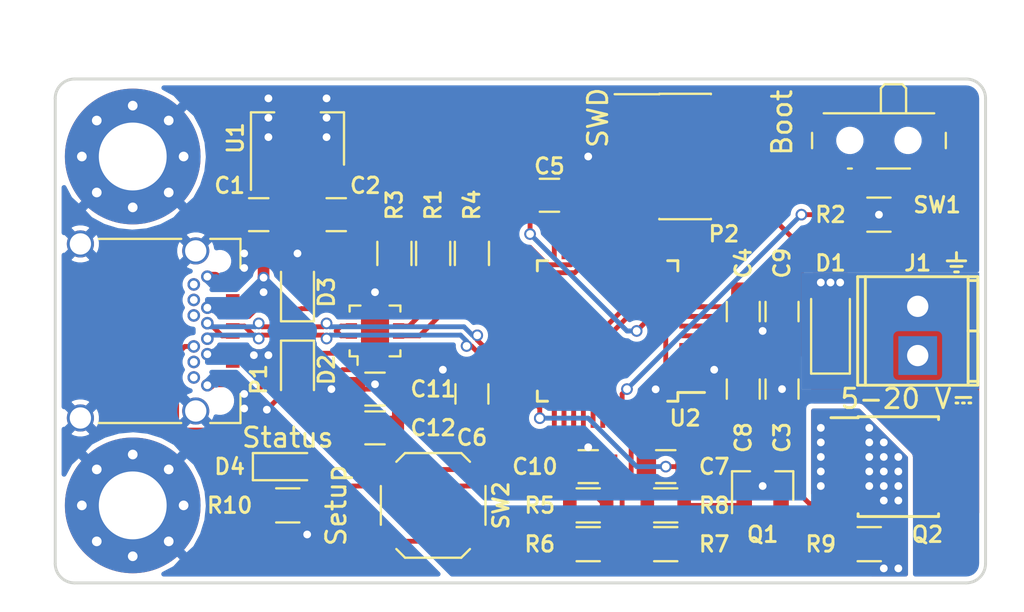
<source format=kicad_pcb>
(kicad_pcb (version 4) (host pcbnew 4.0.6)

  (general
    (links 120)
    (no_connects 0)
    (area 81.424999 56.924999 129.575001 83.075001)
    (thickness 1.6)
    (drawings 10)
    (tracks 453)
    (zones 0)
    (modules 38)
    (nets 64)
  )

  (page USLetter)
  (title_block
    (title "PD Buddy Sink")
    (rev 0.2)
  )

  (layers
    (0 F.Cu signal)
    (31 B.Cu signal)
    (32 B.Adhes user)
    (33 F.Adhes user)
    (34 B.Paste user)
    (35 F.Paste user)
    (36 B.SilkS user)
    (37 F.SilkS user)
    (38 B.Mask user)
    (39 F.Mask user)
    (40 Dwgs.User user)
    (41 Cmts.User user)
    (42 Eco1.User user)
    (43 Eco2.User user)
    (44 Edge.Cuts user)
    (45 Margin user)
    (46 B.CrtYd user)
    (47 F.CrtYd user)
    (48 B.Fab user)
    (49 F.Fab user)
  )

  (setup
    (last_trace_width 0.25)
    (trace_clearance 0.16)
    (zone_clearance 0.254)
    (zone_45_only no)
    (trace_min 0.2)
    (segment_width 0.2)
    (edge_width 0.15)
    (via_size 0.6)
    (via_drill 0.4)
    (via_min_size 0.4)
    (via_min_drill 0.3)
    (uvia_size 0.3)
    (uvia_drill 0.1)
    (uvias_allowed no)
    (uvia_min_size 0.2)
    (uvia_min_drill 0.1)
    (pcb_text_width 0.3)
    (pcb_text_size 1.5 1.5)
    (mod_edge_width 0.15)
    (mod_text_size 0.8 0.8)
    (mod_text_width 0.15)
    (pad_size 1.524 1.524)
    (pad_drill 0.762)
    (pad_to_mask_clearance 0.125)
    (aux_axis_origin 0 0)
    (visible_elements FFFFFF7F)
    (pcbplotparams
      (layerselection 0x00030_80000001)
      (usegerberextensions false)
      (excludeedgelayer true)
      (linewidth 0.100000)
      (plotframeref false)
      (viasonmask false)
      (mode 1)
      (useauxorigin false)
      (hpglpennumber 1)
      (hpglpenspeed 20)
      (hpglpendiameter 15)
      (hpglpenoverlay 2)
      (psnegative false)
      (psa4output false)
      (plotreference true)
      (plotvalue true)
      (plotinvisibletext false)
      (padsonsilk false)
      (subtractmaskfromsilk false)
      (outputformat 1)
      (mirror false)
      (drillshape 1)
      (scaleselection 1)
      (outputdirectory ""))
  )

  (net 0 "")
  (net 1 VBUS)
  (net 2 GND)
  (net 3 +3V3)
  (net 4 /Microcontroller/nRST)
  (net 5 "/PD PHY/CC2")
  (net 6 "/PD PHY/CC1")
  (net 7 "Net-(P1-PadB8)")
  (net 8 "Net-(P1-PadB3)")
  (net 9 "Net-(P1-PadB10)")
  (net 10 "Net-(P1-PadB2)")
  (net 11 "Net-(P1-PadB11)")
  (net 12 "Net-(P1-PadA2)")
  (net 13 "Net-(P1-PadA3)")
  (net 14 "Net-(P1-PadA10)")
  (net 15 "Net-(P1-PadA8)")
  (net 16 "Net-(P1-PadA11)")
  (net 17 /Microcontroller/SWDIO)
  (net 18 /Microcontroller/SWCLK)
  (net 19 "Net-(P2-Pad6)")
  (net 20 "Net-(P2-Pad7)")
  (net 21 "Net-(P2-Pad8)")
  (net 22 "Net-(Q1-Pad1)")
  (net 23 /Microcontroller/INT_N)
  (net 24 /Microcontroller/SCL)
  (net 25 /Microcontroller/SDA)
  (net 26 "Net-(R5-Pad1)")
  (net 27 /Microcontroller/OUT_CTRL)
  (net 28 "Net-(U2-Pad2)")
  (net 29 "Net-(U2-Pad3)")
  (net 30 "Net-(U2-Pad4)")
  (net 31 "Net-(U2-Pad5)")
  (net 32 "Net-(U2-Pad6)")
  (net 33 "Net-(U2-Pad10)")
  (net 34 "Net-(U2-Pad11)")
  (net 35 "Net-(U2-Pad12)")
  (net 36 "Net-(U2-Pad13)")
  (net 37 "Net-(U2-Pad14)")
  (net 38 "Net-(U2-Pad15)")
  (net 39 "Net-(U2-Pad16)")
  (net 40 "Net-(U2-Pad17)")
  (net 41 "Net-(U2-Pad18)")
  (net 42 "Net-(U2-Pad19)")
  (net 43 "Net-(U2-Pad20)")
  (net 44 "Net-(U2-Pad26)")
  (net 45 "Net-(U2-Pad27)")
  (net 46 "Net-(U2-Pad28)")
  (net 47 "Net-(U2-Pad29)")
  (net 48 "Net-(U2-Pad30)")
  (net 49 "Net-(U2-Pad40)")
  (net 50 "Net-(U2-Pad46)")
  (net 51 VCONN)
  (net 52 "Net-(D4-Pad1)")
  (net 53 /Microcontroller/D+)
  (net 54 /Microcontroller/D-)
  (net 55 /Microcontroller/SETUP)
  (net 56 /Microcontroller/NOPWR)
  (net 57 "Net-(U2-Pad31)")
  (net 58 "Net-(U2-Pad41)")
  (net 59 "Net-(U2-Pad42)")
  (net 60 "Net-(U2-Pad43)")
  (net 61 "Net-(Q1-Pad3)")
  (net 62 /Output/OUT)
  (net 63 "Net-(R2-Pad2)")

  (net_class Default "This is the default net class."
    (clearance 0.16)
    (trace_width 0.25)
    (via_dia 0.6)
    (via_drill 0.4)
    (uvia_dia 0.3)
    (uvia_drill 0.1)
    (add_net +3V3)
    (add_net /Microcontroller/D+)
    (add_net /Microcontroller/D-)
    (add_net /Microcontroller/INT_N)
    (add_net /Microcontroller/NOPWR)
    (add_net /Microcontroller/OUT_CTRL)
    (add_net /Microcontroller/SCL)
    (add_net /Microcontroller/SDA)
    (add_net /Microcontroller/SETUP)
    (add_net /Microcontroller/SWCLK)
    (add_net /Microcontroller/SWDIO)
    (add_net /Microcontroller/nRST)
    (add_net /Output/OUT)
    (add_net "/PD PHY/CC1")
    (add_net "/PD PHY/CC2")
    (add_net GND)
    (add_net "Net-(D4-Pad1)")
    (add_net "Net-(P1-PadA10)")
    (add_net "Net-(P1-PadA11)")
    (add_net "Net-(P1-PadA2)")
    (add_net "Net-(P1-PadA3)")
    (add_net "Net-(P1-PadA8)")
    (add_net "Net-(P1-PadB10)")
    (add_net "Net-(P1-PadB11)")
    (add_net "Net-(P1-PadB2)")
    (add_net "Net-(P1-PadB3)")
    (add_net "Net-(P1-PadB8)")
    (add_net "Net-(P2-Pad6)")
    (add_net "Net-(P2-Pad7)")
    (add_net "Net-(P2-Pad8)")
    (add_net "Net-(Q1-Pad1)")
    (add_net "Net-(Q1-Pad3)")
    (add_net "Net-(R2-Pad2)")
    (add_net "Net-(R5-Pad1)")
    (add_net "Net-(U2-Pad10)")
    (add_net "Net-(U2-Pad11)")
    (add_net "Net-(U2-Pad12)")
    (add_net "Net-(U2-Pad13)")
    (add_net "Net-(U2-Pad14)")
    (add_net "Net-(U2-Pad15)")
    (add_net "Net-(U2-Pad16)")
    (add_net "Net-(U2-Pad17)")
    (add_net "Net-(U2-Pad18)")
    (add_net "Net-(U2-Pad19)")
    (add_net "Net-(U2-Pad2)")
    (add_net "Net-(U2-Pad20)")
    (add_net "Net-(U2-Pad26)")
    (add_net "Net-(U2-Pad27)")
    (add_net "Net-(U2-Pad28)")
    (add_net "Net-(U2-Pad29)")
    (add_net "Net-(U2-Pad3)")
    (add_net "Net-(U2-Pad30)")
    (add_net "Net-(U2-Pad31)")
    (add_net "Net-(U2-Pad4)")
    (add_net "Net-(U2-Pad40)")
    (add_net "Net-(U2-Pad41)")
    (add_net "Net-(U2-Pad42)")
    (add_net "Net-(U2-Pad43)")
    (add_net "Net-(U2-Pad46)")
    (add_net "Net-(U2-Pad5)")
    (add_net "Net-(U2-Pad6)")
    (add_net VCONN)
  )

  (net_class Power ""
    (clearance 0.16)
    (trace_width 1.5)
    (via_dia 0.6)
    (via_drill 0.4)
    (uvia_dia 0.3)
    (uvia_drill 0.1)
  )

  (net_class Power_Small ""
    (clearance 0.16)
    (trace_width 0.6)
    (via_dia 0.6)
    (via_drill 0.4)
    (uvia_dia 0.3)
    (uvia_drill 0.1)
    (add_net VBUS)
  )

  (module Mounting_Holes:MountingHole_3.5mm_Pad_Via (layer F.Cu) (tedit 58DEFF23) (tstamp 5892A5A3)
    (at 85.5 79 90)
    (descr "Mounting Hole 3.5mm")
    (tags "mounting hole 3.5mm")
    (path /5892BB4F)
    (fp_text reference MK1 (at 0 -4.5 90) (layer F.Fab)
      (effects (font (size 0.8 0.8) (thickness 0.15)))
    )
    (fp_text value 3.5mm (at 0 4.5 90) (layer F.Fab)
      (effects (font (size 1 1) (thickness 0.15)))
    )
    (fp_circle (center 0 0) (end 3.5 0) (layer Cmts.User) (width 0.15))
    (fp_circle (center 0 0) (end 3.75 0) (layer F.CrtYd) (width 0.05))
    (pad 1 thru_hole circle (at 0 0 90) (size 7 7) (drill 3.5) (layers *.Cu *.Mask)
      (net 2 GND))
    (pad "" thru_hole circle (at 2.625 0 90) (size 0.6 0.6) (drill 0.5) (layers *.Cu *.Mask))
    (pad "" thru_hole circle (at 1.856155 1.856155 90) (size 0.6 0.6) (drill 0.5) (layers *.Cu *.Mask))
    (pad "" thru_hole circle (at 0 2.625 90) (size 0.6 0.6) (drill 0.5) (layers *.Cu *.Mask))
    (pad "" thru_hole circle (at -1.856155 1.856155 90) (size 0.6 0.6) (drill 0.5) (layers *.Cu *.Mask))
    (pad "" thru_hole circle (at -2.625 0 90) (size 0.6 0.6) (drill 0.5) (layers *.Cu *.Mask))
    (pad "" thru_hole circle (at -1.856155 -1.856155 90) (size 0.6 0.6) (drill 0.5) (layers *.Cu *.Mask))
    (pad "" thru_hole circle (at 0 -2.625 90) (size 0.6 0.6) (drill 0.5) (layers *.Cu *.Mask))
    (pad "" thru_hole circle (at 1.856155 -1.856155 90) (size 0.6 0.6) (drill 0.5) (layers *.Cu *.Mask))
  )

  (module Mounting_Holes:MountingHole_3.5mm_Pad_Via (layer F.Cu) (tedit 58DEFF1F) (tstamp 5892A5B2)
    (at 85.5 61 90)
    (descr "Mounting Hole 3.5mm")
    (tags "mounting hole 3.5mm")
    (path /5892BC07)
    (fp_text reference MK2 (at 0 -4.5 90) (layer F.Fab)
      (effects (font (size 0.8 0.8) (thickness 0.15)))
    )
    (fp_text value 3.5mm (at 0 4.5 90) (layer F.Fab)
      (effects (font (size 1 1) (thickness 0.15)))
    )
    (fp_circle (center 0 0) (end 3.5 0) (layer Cmts.User) (width 0.15))
    (fp_circle (center 0 0) (end 3.75 0) (layer F.CrtYd) (width 0.05))
    (pad 1 thru_hole circle (at 0 0 90) (size 7 7) (drill 3.5) (layers *.Cu *.Mask)
      (net 2 GND))
    (pad "" thru_hole circle (at 2.625 0 90) (size 0.6 0.6) (drill 0.5) (layers *.Cu *.Mask))
    (pad "" thru_hole circle (at 1.856155 1.856155 90) (size 0.6 0.6) (drill 0.5) (layers *.Cu *.Mask))
    (pad "" thru_hole circle (at 0 2.625 90) (size 0.6 0.6) (drill 0.5) (layers *.Cu *.Mask))
    (pad "" thru_hole circle (at -1.856155 1.856155 90) (size 0.6 0.6) (drill 0.5) (layers *.Cu *.Mask))
    (pad "" thru_hole circle (at -2.625 0 90) (size 0.6 0.6) (drill 0.5) (layers *.Cu *.Mask))
    (pad "" thru_hole circle (at -1.856155 -1.856155 90) (size 0.6 0.6) (drill 0.5) (layers *.Cu *.Mask))
    (pad "" thru_hole circle (at 0 -2.625 90) (size 0.6 0.6) (drill 0.5) (layers *.Cu *.Mask))
    (pad "" thru_hole circle (at 1.856155 -1.856155 90) (size 0.6 0.6) (drill 0.5) (layers *.Cu *.Mask))
  )

  (module LEDs:LED_0805 (layer F.Cu) (tedit 58DEF95B) (tstamp 5892C0EA)
    (at 93.5 77)
    (descr "LED 0805 smd package")
    (tags "LED led 0805 SMD smd SMT smt smdled SMDLED smtled SMTLED")
    (path /588FD270/58931071)
    (attr smd)
    (fp_text reference D4 (at -3 0) (layer F.SilkS)
      (effects (font (size 0.8 0.8) (thickness 0.15)))
    )
    (fp_text value Status (at 0 -1.5) (layer F.SilkS)
      (effects (font (size 1 1) (thickness 0.15)))
    )
    (fp_line (start -1.8 -0.7) (end -1.8 0.7) (layer F.SilkS) (width 0.12))
    (fp_line (start -0.4 -0.4) (end -0.4 0.4) (layer F.Fab) (width 0.1))
    (fp_line (start -0.4 0) (end 0.2 -0.4) (layer F.Fab) (width 0.1))
    (fp_line (start 0.2 0.4) (end -0.4 0) (layer F.Fab) (width 0.1))
    (fp_line (start 0.2 -0.4) (end 0.2 0.4) (layer F.Fab) (width 0.1))
    (fp_line (start 1 0.6) (end -1 0.6) (layer F.Fab) (width 0.1))
    (fp_line (start 1 -0.6) (end 1 0.6) (layer F.Fab) (width 0.1))
    (fp_line (start -1 -0.6) (end 1 -0.6) (layer F.Fab) (width 0.1))
    (fp_line (start -1 0.6) (end -1 -0.6) (layer F.Fab) (width 0.1))
    (fp_line (start -1.8 0.7) (end 1 0.7) (layer F.SilkS) (width 0.12))
    (fp_line (start -1.8 -0.7) (end 1 -0.7) (layer F.SilkS) (width 0.12))
    (fp_line (start 1.95 -0.85) (end 1.95 0.85) (layer F.CrtYd) (width 0.05))
    (fp_line (start 1.95 0.85) (end -1.95 0.85) (layer F.CrtYd) (width 0.05))
    (fp_line (start -1.95 0.85) (end -1.95 -0.85) (layer F.CrtYd) (width 0.05))
    (fp_line (start -1.95 -0.85) (end 1.95 -0.85) (layer F.CrtYd) (width 0.05))
    (pad 2 smd rect (at 1.1 0 180) (size 1.2 1.2) (layers F.Cu F.Paste F.Mask)
      (net 56 /Microcontroller/NOPWR))
    (pad 1 smd rect (at -1.1 0 180) (size 1.2 1.2) (layers F.Cu F.Paste F.Mask)
      (net 52 "Net-(D4-Pad1)"))
    (model LEDs.3dshapes/LED_0805.wrl
      (at (xyz 0 0 0))
      (scale (xyz 1 1 1))
      (rotate (xyz 0 0 0))
    )
  )

  (module Housings_QFP:LQFP-48_7x7mm_Pitch0.5mm (layer F.Cu) (tedit 54130A77) (tstamp 58926732)
    (at 110 70 180)
    (descr "48 LEAD LQFP 7x7mm (see MICREL LQFP7x7-48LD-PL-1.pdf)")
    (tags "QFP 0.5")
    (path /588FD270/588FD426)
    (attr smd)
    (fp_text reference U2 (at -4 -4.5 180) (layer F.SilkS)
      (effects (font (size 0.8 0.8) (thickness 0.15)))
    )
    (fp_text value STM32F072CBTx (at 0 6 180) (layer F.Fab)
      (effects (font (size 1 1) (thickness 0.15)))
    )
    (fp_text user %R (at 0 0 180) (layer F.Fab)
      (effects (font (size 1 1) (thickness 0.15)))
    )
    (fp_line (start -2.5 -3.5) (end 3.5 -3.5) (layer F.Fab) (width 0.15))
    (fp_line (start 3.5 -3.5) (end 3.5 3.5) (layer F.Fab) (width 0.15))
    (fp_line (start 3.5 3.5) (end -3.5 3.5) (layer F.Fab) (width 0.15))
    (fp_line (start -3.5 3.5) (end -3.5 -2.5) (layer F.Fab) (width 0.15))
    (fp_line (start -3.5 -2.5) (end -2.5 -3.5) (layer F.Fab) (width 0.15))
    (fp_line (start -5.25 -5.25) (end -5.25 5.25) (layer F.CrtYd) (width 0.05))
    (fp_line (start 5.25 -5.25) (end 5.25 5.25) (layer F.CrtYd) (width 0.05))
    (fp_line (start -5.25 -5.25) (end 5.25 -5.25) (layer F.CrtYd) (width 0.05))
    (fp_line (start -5.25 5.25) (end 5.25 5.25) (layer F.CrtYd) (width 0.05))
    (fp_line (start -3.625 -3.625) (end -3.625 -3.175) (layer F.SilkS) (width 0.15))
    (fp_line (start 3.625 -3.625) (end 3.625 -3.1) (layer F.SilkS) (width 0.15))
    (fp_line (start 3.625 3.625) (end 3.625 3.1) (layer F.SilkS) (width 0.15))
    (fp_line (start -3.625 3.625) (end -3.625 3.1) (layer F.SilkS) (width 0.15))
    (fp_line (start -3.625 -3.625) (end -3.1 -3.625) (layer F.SilkS) (width 0.15))
    (fp_line (start -3.625 3.625) (end -3.1 3.625) (layer F.SilkS) (width 0.15))
    (fp_line (start 3.625 3.625) (end 3.1 3.625) (layer F.SilkS) (width 0.15))
    (fp_line (start 3.625 -3.625) (end 3.1 -3.625) (layer F.SilkS) (width 0.15))
    (fp_line (start -3.625 -3.175) (end -5 -3.175) (layer F.SilkS) (width 0.15))
    (pad 1 smd rect (at -4.35 -2.75 180) (size 1.3 0.25) (layers F.Cu F.Paste F.Mask)
      (net 3 +3V3))
    (pad 2 smd rect (at -4.35 -2.25 180) (size 1.3 0.25) (layers F.Cu F.Paste F.Mask)
      (net 28 "Net-(U2-Pad2)"))
    (pad 3 smd rect (at -4.35 -1.75 180) (size 1.3 0.25) (layers F.Cu F.Paste F.Mask)
      (net 29 "Net-(U2-Pad3)"))
    (pad 4 smd rect (at -4.35 -1.25 180) (size 1.3 0.25) (layers F.Cu F.Paste F.Mask)
      (net 30 "Net-(U2-Pad4)"))
    (pad 5 smd rect (at -4.35 -0.75 180) (size 1.3 0.25) (layers F.Cu F.Paste F.Mask)
      (net 31 "Net-(U2-Pad5)"))
    (pad 6 smd rect (at -4.35 -0.25 180) (size 1.3 0.25) (layers F.Cu F.Paste F.Mask)
      (net 32 "Net-(U2-Pad6)"))
    (pad 7 smd rect (at -4.35 0.25 180) (size 1.3 0.25) (layers F.Cu F.Paste F.Mask)
      (net 4 /Microcontroller/nRST))
    (pad 8 smd rect (at -4.35 0.75 180) (size 1.3 0.25) (layers F.Cu F.Paste F.Mask)
      (net 2 GND))
    (pad 9 smd rect (at -4.35 1.25 180) (size 1.3 0.25) (layers F.Cu F.Paste F.Mask)
      (net 3 +3V3))
    (pad 10 smd rect (at -4.35 1.75 180) (size 1.3 0.25) (layers F.Cu F.Paste F.Mask)
      (net 33 "Net-(U2-Pad10)"))
    (pad 11 smd rect (at -4.35 2.25 180) (size 1.3 0.25) (layers F.Cu F.Paste F.Mask)
      (net 34 "Net-(U2-Pad11)"))
    (pad 12 smd rect (at -4.35 2.75 180) (size 1.3 0.25) (layers F.Cu F.Paste F.Mask)
      (net 35 "Net-(U2-Pad12)"))
    (pad 13 smd rect (at -2.75 4.35 270) (size 1.3 0.25) (layers F.Cu F.Paste F.Mask)
      (net 36 "Net-(U2-Pad13)"))
    (pad 14 smd rect (at -2.25 4.35 270) (size 1.3 0.25) (layers F.Cu F.Paste F.Mask)
      (net 37 "Net-(U2-Pad14)"))
    (pad 15 smd rect (at -1.75 4.35 270) (size 1.3 0.25) (layers F.Cu F.Paste F.Mask)
      (net 38 "Net-(U2-Pad15)"))
    (pad 16 smd rect (at -1.25 4.35 270) (size 1.3 0.25) (layers F.Cu F.Paste F.Mask)
      (net 39 "Net-(U2-Pad16)"))
    (pad 17 smd rect (at -0.75 4.35 270) (size 1.3 0.25) (layers F.Cu F.Paste F.Mask)
      (net 40 "Net-(U2-Pad17)"))
    (pad 18 smd rect (at -0.25 4.35 270) (size 1.3 0.25) (layers F.Cu F.Paste F.Mask)
      (net 41 "Net-(U2-Pad18)"))
    (pad 19 smd rect (at 0.25 4.35 270) (size 1.3 0.25) (layers F.Cu F.Paste F.Mask)
      (net 42 "Net-(U2-Pad19)"))
    (pad 20 smd rect (at 0.75 4.35 270) (size 1.3 0.25) (layers F.Cu F.Paste F.Mask)
      (net 43 "Net-(U2-Pad20)"))
    (pad 21 smd rect (at 1.25 4.35 270) (size 1.3 0.25) (layers F.Cu F.Paste F.Mask)
      (net 24 /Microcontroller/SCL))
    (pad 22 smd rect (at 1.75 4.35 270) (size 1.3 0.25) (layers F.Cu F.Paste F.Mask)
      (net 25 /Microcontroller/SDA))
    (pad 23 smd rect (at 2.25 4.35 270) (size 1.3 0.25) (layers F.Cu F.Paste F.Mask)
      (net 2 GND))
    (pad 24 smd rect (at 2.75 4.35 270) (size 1.3 0.25) (layers F.Cu F.Paste F.Mask)
      (net 3 +3V3))
    (pad 25 smd rect (at 4.35 2.75 180) (size 1.3 0.25) (layers F.Cu F.Paste F.Mask)
      (net 23 /Microcontroller/INT_N))
    (pad 26 smd rect (at 4.35 2.25 180) (size 1.3 0.25) (layers F.Cu F.Paste F.Mask)
      (net 44 "Net-(U2-Pad26)"))
    (pad 27 smd rect (at 4.35 1.75 180) (size 1.3 0.25) (layers F.Cu F.Paste F.Mask)
      (net 45 "Net-(U2-Pad27)"))
    (pad 28 smd rect (at 4.35 1.25 180) (size 1.3 0.25) (layers F.Cu F.Paste F.Mask)
      (net 46 "Net-(U2-Pad28)"))
    (pad 29 smd rect (at 4.35 0.75 180) (size 1.3 0.25) (layers F.Cu F.Paste F.Mask)
      (net 47 "Net-(U2-Pad29)"))
    (pad 30 smd rect (at 4.35 0.25 180) (size 1.3 0.25) (layers F.Cu F.Paste F.Mask)
      (net 48 "Net-(U2-Pad30)"))
    (pad 31 smd rect (at 4.35 -0.25 180) (size 1.3 0.25) (layers F.Cu F.Paste F.Mask)
      (net 57 "Net-(U2-Pad31)"))
    (pad 32 smd rect (at 4.35 -0.75 180) (size 1.3 0.25) (layers F.Cu F.Paste F.Mask)
      (net 54 /Microcontroller/D-))
    (pad 33 smd rect (at 4.35 -1.25 180) (size 1.3 0.25) (layers F.Cu F.Paste F.Mask)
      (net 53 /Microcontroller/D+))
    (pad 34 smd rect (at 4.35 -1.75 180) (size 1.3 0.25) (layers F.Cu F.Paste F.Mask)
      (net 17 /Microcontroller/SWDIO))
    (pad 35 smd rect (at 4.35 -2.25 180) (size 1.3 0.25) (layers F.Cu F.Paste F.Mask)
      (net 2 GND))
    (pad 36 smd rect (at 4.35 -2.75 180) (size 1.3 0.25) (layers F.Cu F.Paste F.Mask)
      (net 3 +3V3))
    (pad 37 smd rect (at 2.75 -4.35 270) (size 1.3 0.25) (layers F.Cu F.Paste F.Mask)
      (net 18 /Microcontroller/SWCLK))
    (pad 38 smd rect (at 2.25 -4.35 270) (size 1.3 0.25) (layers F.Cu F.Paste F.Mask)
      (net 56 /Microcontroller/NOPWR))
    (pad 39 smd rect (at 1.75 -4.35 270) (size 1.3 0.25) (layers F.Cu F.Paste F.Mask)
      (net 55 /Microcontroller/SETUP))
    (pad 40 smd rect (at 1.25 -4.35 270) (size 1.3 0.25) (layers F.Cu F.Paste F.Mask)
      (net 49 "Net-(U2-Pad40)"))
    (pad 41 smd rect (at 0.75 -4.35 270) (size 1.3 0.25) (layers F.Cu F.Paste F.Mask)
      (net 58 "Net-(U2-Pad41)"))
    (pad 42 smd rect (at 0.25 -4.35 270) (size 1.3 0.25) (layers F.Cu F.Paste F.Mask)
      (net 59 "Net-(U2-Pad42)"))
    (pad 43 smd rect (at -0.25 -4.35 270) (size 1.3 0.25) (layers F.Cu F.Paste F.Mask)
      (net 60 "Net-(U2-Pad43)"))
    (pad 44 smd rect (at -0.75 -4.35 270) (size 1.3 0.25) (layers F.Cu F.Paste F.Mask)
      (net 63 "Net-(R2-Pad2)"))
    (pad 45 smd rect (at -1.25 -4.35 270) (size 1.3 0.25) (layers F.Cu F.Paste F.Mask)
      (net 27 /Microcontroller/OUT_CTRL))
    (pad 46 smd rect (at -1.75 -4.35 270) (size 1.3 0.25) (layers F.Cu F.Paste F.Mask)
      (net 50 "Net-(U2-Pad46)"))
    (pad 47 smd rect (at -2.25 -4.35 270) (size 1.3 0.25) (layers F.Cu F.Paste F.Mask)
      (net 2 GND))
    (pad 48 smd rect (at -2.75 -4.35 270) (size 1.3 0.25) (layers F.Cu F.Paste F.Mask)
      (net 3 +3V3))
    (model Housings_QFP.3dshapes/LQFP-48_7x7mm_Pitch0.5mm.wrl
      (at (xyz 0 0 0))
      (scale (xyz 1 1 1))
      (rotate (xyz 0 0 0))
    )
  )

  (module Connectors_Terminal_Blocks:TerminalBlock_Pheonix_MPT-2.54mm_2pol (layer F.Cu) (tedit 58DEF94C) (tstamp 58926570)
    (at 126 71.27 90)
    (descr "2-way 2.54mm pitch terminal block, Phoenix MPT series")
    (path /588FA3A4/588FA688)
    (fp_text reference J1 (at 4.77 0 180) (layer F.SilkS)
      (effects (font (size 0.8 0.8) (thickness 0.15)))
    )
    (fp_text value "5-20 V⎓" (at -2.23 -0.5 180) (layer F.SilkS)
      (effects (font (size 1 1) (thickness 0.15)))
    )
    (fp_line (start -1.7 -3.3) (end 4.3 -3.3) (layer F.CrtYd) (width 0.05))
    (fp_line (start -1.7 3.3) (end -1.7 -3.3) (layer F.CrtYd) (width 0.05))
    (fp_line (start 4.3 3.3) (end -1.7 3.3) (layer F.CrtYd) (width 0.05))
    (fp_line (start 4.3 -3.3) (end 4.3 3.3) (layer F.CrtYd) (width 0.05))
    (fp_line (start 4.06908 2.60096) (end -1.52908 2.60096) (layer F.SilkS) (width 0.15))
    (fp_line (start -1.33096 3.0988) (end -1.33096 2.60096) (layer F.SilkS) (width 0.15))
    (fp_line (start 3.87096 2.60096) (end 3.87096 3.0988) (layer F.SilkS) (width 0.15))
    (fp_line (start 1.27 3.0988) (end 1.27 2.60096) (layer F.SilkS) (width 0.15))
    (fp_line (start -1.52908 -2.70002) (end 4.06908 -2.70002) (layer F.SilkS) (width 0.15))
    (fp_line (start -1.52908 3.0988) (end 4.06908 3.0988) (layer F.SilkS) (width 0.15))
    (fp_line (start 4.06908 3.0988) (end 4.06908 -3.0988) (layer F.SilkS) (width 0.15))
    (fp_line (start 4.06908 -3.0988) (end -1.52908 -3.0988) (layer F.SilkS) (width 0.15))
    (fp_line (start -1.52908 -3.0988) (end -1.52908 3.0988) (layer F.SilkS) (width 0.15))
    (pad 2 thru_hole oval (at 2.54 0 90) (size 1.99898 1.99898) (drill 1.09728) (layers *.Cu *.Mask)
      (net 2 GND))
    (pad 1 thru_hole rect (at 0 0 90) (size 1.99898 1.99898) (drill 1.09728) (layers *.Cu *.Mask)
      (net 62 /Output/OUT))
    (model Terminal_Blocks.3dshapes/TerminalBlock_Pheonix_MPT-2.54mm_2pol.wrl
      (at (xyz 0.05 0 0))
      (scale (xyz 1 1 1))
      (rotate (xyz 0 0 0))
    )
  )

  (module Housings_SOIC:SOIC-8_3.9x4.9mm_Pitch1.27mm (layer F.Cu) (tedit 58CD0CDA) (tstamp 5892660D)
    (at 125 77)
    (descr "8-Lead Plastic Small Outline (SN) - Narrow, 3.90 mm Body [SOIC] (see Microchip Packaging Specification 00000049BS.pdf)")
    (tags "SOIC 1.27")
    (path /588FA3A4/588FA570)
    (attr smd)
    (fp_text reference Q2 (at 1.5 3.5) (layer F.SilkS)
      (effects (font (size 0.8 0.8) (thickness 0.15)))
    )
    (fp_text value DMP4015SSS (at 0 3.5) (layer F.Fab)
      (effects (font (size 1 1) (thickness 0.15)))
    )
    (fp_text user %R (at 0 0) (layer F.Fab)
      (effects (font (size 1 1) (thickness 0.15)))
    )
    (fp_line (start -0.95 -2.45) (end 1.95 -2.45) (layer F.Fab) (width 0.1))
    (fp_line (start 1.95 -2.45) (end 1.95 2.45) (layer F.Fab) (width 0.1))
    (fp_line (start 1.95 2.45) (end -1.95 2.45) (layer F.Fab) (width 0.1))
    (fp_line (start -1.95 2.45) (end -1.95 -1.45) (layer F.Fab) (width 0.1))
    (fp_line (start -1.95 -1.45) (end -0.95 -2.45) (layer F.Fab) (width 0.1))
    (fp_line (start -3.73 -2.7) (end -3.73 2.7) (layer F.CrtYd) (width 0.05))
    (fp_line (start 3.73 -2.7) (end 3.73 2.7) (layer F.CrtYd) (width 0.05))
    (fp_line (start -3.73 -2.7) (end 3.73 -2.7) (layer F.CrtYd) (width 0.05))
    (fp_line (start -3.73 2.7) (end 3.73 2.7) (layer F.CrtYd) (width 0.05))
    (fp_line (start -2.075 -2.575) (end -2.075 -2.525) (layer F.SilkS) (width 0.15))
    (fp_line (start 2.075 -2.575) (end 2.075 -2.43) (layer F.SilkS) (width 0.15))
    (fp_line (start 2.075 2.575) (end 2.075 2.43) (layer F.SilkS) (width 0.15))
    (fp_line (start -2.075 2.575) (end -2.075 2.43) (layer F.SilkS) (width 0.15))
    (fp_line (start -2.075 -2.575) (end 2.075 -2.575) (layer F.SilkS) (width 0.15))
    (fp_line (start -2.075 2.575) (end 2.075 2.575) (layer F.SilkS) (width 0.15))
    (fp_line (start -2.075 -2.525) (end -3.475 -2.525) (layer F.SilkS) (width 0.15))
    (pad 1 smd rect (at -2.7 -1.905) (size 1.55 0.6) (layers F.Cu F.Paste F.Mask)
      (net 1 VBUS))
    (pad 2 smd rect (at -2.7 -0.635) (size 1.55 0.6) (layers F.Cu F.Paste F.Mask)
      (net 1 VBUS))
    (pad 3 smd rect (at -2.7 0.635) (size 1.55 0.6) (layers F.Cu F.Paste F.Mask)
      (net 1 VBUS))
    (pad 4 smd rect (at -2.7 1.905) (size 1.55 0.6) (layers F.Cu F.Paste F.Mask)
      (net 61 "Net-(Q1-Pad3)"))
    (pad 5 smd rect (at 2.7 1.905) (size 1.55 0.6) (layers F.Cu F.Paste F.Mask)
      (net 62 /Output/OUT))
    (pad 6 smd rect (at 2.7 0.635) (size 1.55 0.6) (layers F.Cu F.Paste F.Mask)
      (net 62 /Output/OUT))
    (pad 7 smd rect (at 2.7 -0.635) (size 1.55 0.6) (layers F.Cu F.Paste F.Mask)
      (net 62 /Output/OUT))
    (pad 8 smd rect (at 2.7 -1.905) (size 1.55 0.6) (layers F.Cu F.Paste F.Mask)
      (net 62 /Output/OUT))
    (model Housings_SOIC.3dshapes/SOIC-8_3.9x4.9mm_Pitch1.27mm.wrl
      (at (xyz 0 0 0))
      (scale (xyz 1 1 1))
      (rotate (xyz 0 0 0))
    )
  )

  (module TO_SOT_Packages_SMD:SOT-23 (layer F.Cu) (tedit 58CE4E7E) (tstamp 589265F1)
    (at 118 78 90)
    (descr "SOT-23, Standard")
    (tags SOT-23)
    (path /588FA3A4/588FA577)
    (attr smd)
    (fp_text reference Q1 (at -2.5 0 180) (layer F.SilkS)
      (effects (font (size 0.8 0.8) (thickness 0.15)))
    )
    (fp_text value MMBT2222ALT1G (at 0 2.5 90) (layer F.Fab)
      (effects (font (size 1 1) (thickness 0.15)))
    )
    (fp_text user %R (at 0 0 90) (layer F.Fab)
      (effects (font (size 0.5 0.5) (thickness 0.075)))
    )
    (fp_line (start -0.7 -0.95) (end -0.7 1.5) (layer F.Fab) (width 0.1))
    (fp_line (start -0.15 -1.52) (end 0.7 -1.52) (layer F.Fab) (width 0.1))
    (fp_line (start -0.7 -0.95) (end -0.15 -1.52) (layer F.Fab) (width 0.1))
    (fp_line (start 0.7 -1.52) (end 0.7 1.52) (layer F.Fab) (width 0.1))
    (fp_line (start -0.7 1.52) (end 0.7 1.52) (layer F.Fab) (width 0.1))
    (fp_line (start 0.76 1.58) (end 0.76 0.65) (layer F.SilkS) (width 0.12))
    (fp_line (start 0.76 -1.58) (end 0.76 -0.65) (layer F.SilkS) (width 0.12))
    (fp_line (start -1.7 -1.75) (end 1.7 -1.75) (layer F.CrtYd) (width 0.05))
    (fp_line (start 1.7 -1.75) (end 1.7 1.75) (layer F.CrtYd) (width 0.05))
    (fp_line (start 1.7 1.75) (end -1.7 1.75) (layer F.CrtYd) (width 0.05))
    (fp_line (start -1.7 1.75) (end -1.7 -1.75) (layer F.CrtYd) (width 0.05))
    (fp_line (start 0.76 -1.58) (end -1.4 -1.58) (layer F.SilkS) (width 0.12))
    (fp_line (start 0.76 1.58) (end -0.7 1.58) (layer F.SilkS) (width 0.12))
    (pad 1 smd rect (at -1 -0.95 90) (size 0.9 0.8) (layers F.Cu F.Paste F.Mask)
      (net 22 "Net-(Q1-Pad1)"))
    (pad 2 smd rect (at -1 0.95 90) (size 0.9 0.8) (layers F.Cu F.Paste F.Mask)
      (net 2 GND))
    (pad 3 smd rect (at 1 0 90) (size 0.9 0.8) (layers F.Cu F.Paste F.Mask)
      (net 61 "Net-(Q1-Pad3)"))
    (model ${KISYS3DMOD}/TO_SOT_Packages_SMD.3dshapes/SOT-23.wrl
      (at (xyz 0 0 0))
      (scale (xyz 1 1 1))
      (rotate (xyz 0 0 90))
    )
  )

  (module Diodes_SMD:D_SOD-323 (layer F.Cu) (tedit 58641739) (tstamp 58926546)
    (at 94 72 270)
    (descr SOD-323)
    (tags SOD-323)
    (path /588FB1D7/588FB3E3)
    (attr smd)
    (fp_text reference D2 (at 0 -1.5 270) (layer F.SilkS)
      (effects (font (size 0.8 0.8) (thickness 0.15)))
    )
    (fp_text value CZRF52C5V6 (at 0.1 1.9 270) (layer F.Fab)
      (effects (font (size 1 1) (thickness 0.15)))
    )
    (fp_line (start -1.5 -0.85) (end -1.5 0.85) (layer F.SilkS) (width 0.12))
    (fp_line (start 0.2 0) (end 0.45 0) (layer F.Fab) (width 0.1))
    (fp_line (start 0.2 0.35) (end -0.3 0) (layer F.Fab) (width 0.1))
    (fp_line (start 0.2 -0.35) (end 0.2 0.35) (layer F.Fab) (width 0.1))
    (fp_line (start -0.3 0) (end 0.2 -0.35) (layer F.Fab) (width 0.1))
    (fp_line (start -0.3 0) (end -0.5 0) (layer F.Fab) (width 0.1))
    (fp_line (start -0.3 -0.35) (end -0.3 0.35) (layer F.Fab) (width 0.1))
    (fp_line (start -0.9 0.7) (end -0.9 -0.7) (layer F.Fab) (width 0.1))
    (fp_line (start 0.9 0.7) (end -0.9 0.7) (layer F.Fab) (width 0.1))
    (fp_line (start 0.9 -0.7) (end 0.9 0.7) (layer F.Fab) (width 0.1))
    (fp_line (start -0.9 -0.7) (end 0.9 -0.7) (layer F.Fab) (width 0.1))
    (fp_line (start -1.6 -0.95) (end 1.6 -0.95) (layer F.CrtYd) (width 0.05))
    (fp_line (start 1.6 -0.95) (end 1.6 0.95) (layer F.CrtYd) (width 0.05))
    (fp_line (start -1.6 0.95) (end 1.6 0.95) (layer F.CrtYd) (width 0.05))
    (fp_line (start -1.6 -0.95) (end -1.6 0.95) (layer F.CrtYd) (width 0.05))
    (fp_line (start -1.5 0.85) (end 1.05 0.85) (layer F.SilkS) (width 0.12))
    (fp_line (start -1.5 -0.85) (end 1.05 -0.85) (layer F.SilkS) (width 0.12))
    (pad 1 smd rect (at -1.05 0 270) (size 0.6 0.45) (layers F.Cu F.Paste F.Mask)
      (net 5 "/PD PHY/CC2"))
    (pad 2 smd rect (at 1.05 0 270) (size 0.6 0.45) (layers F.Cu F.Paste F.Mask)
      (net 2 GND))
    (model Diodes_SMD.3dshapes/D_SOD-323.wrl
      (at (xyz 0 0 0))
      (scale (xyz 1 1 1))
      (rotate (xyz 0 0 180))
    )
  )

  (module Diodes_SMD:D_SOD-323 (layer F.Cu) (tedit 58641739) (tstamp 5892655D)
    (at 94 68 90)
    (descr SOD-323)
    (tags SOD-323)
    (path /588FB1D7/588FB500)
    (attr smd)
    (fp_text reference D3 (at 0 1.5 90) (layer F.SilkS)
      (effects (font (size 0.8 0.8) (thickness 0.15)))
    )
    (fp_text value CZRF52C5V6 (at 0.1 1.9 90) (layer F.Fab)
      (effects (font (size 1 1) (thickness 0.15)))
    )
    (fp_line (start -1.5 -0.85) (end -1.5 0.85) (layer F.SilkS) (width 0.12))
    (fp_line (start 0.2 0) (end 0.45 0) (layer F.Fab) (width 0.1))
    (fp_line (start 0.2 0.35) (end -0.3 0) (layer F.Fab) (width 0.1))
    (fp_line (start 0.2 -0.35) (end 0.2 0.35) (layer F.Fab) (width 0.1))
    (fp_line (start -0.3 0) (end 0.2 -0.35) (layer F.Fab) (width 0.1))
    (fp_line (start -0.3 0) (end -0.5 0) (layer F.Fab) (width 0.1))
    (fp_line (start -0.3 -0.35) (end -0.3 0.35) (layer F.Fab) (width 0.1))
    (fp_line (start -0.9 0.7) (end -0.9 -0.7) (layer F.Fab) (width 0.1))
    (fp_line (start 0.9 0.7) (end -0.9 0.7) (layer F.Fab) (width 0.1))
    (fp_line (start 0.9 -0.7) (end 0.9 0.7) (layer F.Fab) (width 0.1))
    (fp_line (start -0.9 -0.7) (end 0.9 -0.7) (layer F.Fab) (width 0.1))
    (fp_line (start -1.6 -0.95) (end 1.6 -0.95) (layer F.CrtYd) (width 0.05))
    (fp_line (start 1.6 -0.95) (end 1.6 0.95) (layer F.CrtYd) (width 0.05))
    (fp_line (start -1.6 0.95) (end 1.6 0.95) (layer F.CrtYd) (width 0.05))
    (fp_line (start -1.6 -0.95) (end -1.6 0.95) (layer F.CrtYd) (width 0.05))
    (fp_line (start -1.5 0.85) (end 1.05 0.85) (layer F.SilkS) (width 0.12))
    (fp_line (start -1.5 -0.85) (end 1.05 -0.85) (layer F.SilkS) (width 0.12))
    (pad 1 smd rect (at -1.05 0 90) (size 0.6 0.45) (layers F.Cu F.Paste F.Mask)
      (net 6 "/PD PHY/CC1"))
    (pad 2 smd rect (at 1.05 0 90) (size 0.6 0.45) (layers F.Cu F.Paste F.Mask)
      (net 2 GND))
    (model Diodes_SMD.3dshapes/D_SOD-323.wrl
      (at (xyz 0 0 0))
      (scale (xyz 1 1 1))
      (rotate (xyz 0 0 180))
    )
  )

  (module TO_SOT_Packages_SMD:SOT89-3_Housing (layer F.Cu) (tedit 58CE4E7F) (tstamp 589266EB)
    (at 94 60.5 90)
    (descr "SOT89-3, Housing,")
    (tags "SOT89-3 Housing ")
    (path /588F9A21/588FA408)
    (attr smd)
    (fp_text reference U1 (at 0.45 -3.2 90) (layer F.SilkS)
      (effects (font (size 0.8 0.8) (thickness 0.15)))
    )
    (fp_text value AP2204R-3.3TRG1 (at 0.45 3.25 90) (layer F.Fab)
      (effects (font (size 1 1) (thickness 0.15)))
    )
    (fp_text user %R (at 0.38 0 90) (layer F.Fab)
      (effects (font (size 0.6 0.6) (thickness 0.09)))
    )
    (fp_line (start 1.78 1.2) (end 1.78 2.4) (layer F.SilkS) (width 0.12))
    (fp_line (start 1.78 2.4) (end -0.92 2.4) (layer F.SilkS) (width 0.12))
    (fp_line (start -2.22 -2.4) (end 1.78 -2.4) (layer F.SilkS) (width 0.12))
    (fp_line (start 1.78 -2.4) (end 1.78 -1.2) (layer F.SilkS) (width 0.12))
    (fp_line (start -0.92 -1.51) (end -0.13 -2.3) (layer F.Fab) (width 0.1))
    (fp_line (start 1.68 -2.3) (end 1.68 2.3) (layer F.Fab) (width 0.1))
    (fp_line (start 1.68 2.3) (end -0.92 2.3) (layer F.Fab) (width 0.1))
    (fp_line (start -0.92 2.3) (end -0.92 -1.51) (layer F.Fab) (width 0.1))
    (fp_line (start -0.13 -2.3) (end 1.68 -2.3) (layer F.Fab) (width 0.1))
    (fp_line (start 3.23 -2.55) (end 3.23 2.55) (layer F.CrtYd) (width 0.05))
    (fp_line (start 3.23 -2.55) (end -2.48 -2.55) (layer F.CrtYd) (width 0.05))
    (fp_line (start -2.48 2.55) (end 3.23 2.55) (layer F.CrtYd) (width 0.05))
    (fp_line (start -2.48 2.55) (end -2.48 -2.55) (layer F.CrtYd) (width 0.05))
    (pad 1 smd rect (at -1.48 -1.5) (size 1 1.5) (layers F.Cu F.Paste F.Mask)
      (net 1 VBUS))
    (pad 2 smd rect (at -1.48 0) (size 1 1.5) (layers F.Cu F.Paste F.Mask)
      (net 2 GND))
    (pad 3 smd rect (at -1.48 1.5) (size 1 1.5) (layers F.Cu F.Paste F.Mask)
      (net 3 +3V3))
    (pad 2 smd rect (at 1.48 0) (size 2 3) (layers F.Cu F.Paste F.Mask)
      (net 2 GND))
    (pad 2 smd trapezoid (at -0.37 0 180) (size 1.5 0.75) (rect_delta 0 0.5 ) (layers F.Cu F.Paste F.Mask)
      (net 2 GND))
    (model ${KISYS3DMOD}/TO_SOT_Packages_SMD.3dshapes/SOT89-3_Housing.wrl
      (at (xyz 0.02 0 0))
      (scale (xyz 0.39 0.39 0.39))
      (rotate (xyz 0 0 90))
    )
  )

  (module Resistors_SMD:R_0805 (layer F.Cu) (tedit 58AADA8F) (tstamp 5892661D)
    (at 101 66 90)
    (descr "Resistor SMD 0805, reflow soldering, Vishay (see dcrcw.pdf)")
    (tags "resistor 0805")
    (path /588FD270/5892476F)
    (attr smd)
    (fp_text reference R1 (at 2.5 0 90) (layer F.SilkS)
      (effects (font (size 0.8 0.8) (thickness 0.15)))
    )
    (fp_text value 2kΩ (at 0 1.75 90) (layer F.Fab)
      (effects (font (size 1 1) (thickness 0.15)))
    )
    (fp_text user %R (at 0 -1.65 90) (layer F.Fab)
      (effects (font (size 1 1) (thickness 0.15)))
    )
    (fp_line (start -1 0.62) (end -1 -0.62) (layer F.Fab) (width 0.1))
    (fp_line (start 1 0.62) (end -1 0.62) (layer F.Fab) (width 0.1))
    (fp_line (start 1 -0.62) (end 1 0.62) (layer F.Fab) (width 0.1))
    (fp_line (start -1 -0.62) (end 1 -0.62) (layer F.Fab) (width 0.1))
    (fp_line (start 0.6 0.88) (end -0.6 0.88) (layer F.SilkS) (width 0.12))
    (fp_line (start -0.6 -0.88) (end 0.6 -0.88) (layer F.SilkS) (width 0.12))
    (fp_line (start -1.55 -0.9) (end 1.55 -0.9) (layer F.CrtYd) (width 0.05))
    (fp_line (start -1.55 -0.9) (end -1.55 0.9) (layer F.CrtYd) (width 0.05))
    (fp_line (start 1.55 0.9) (end 1.55 -0.9) (layer F.CrtYd) (width 0.05))
    (fp_line (start 1.55 0.9) (end -1.55 0.9) (layer F.CrtYd) (width 0.05))
    (pad 1 smd rect (at -0.95 0 90) (size 0.7 1.3) (layers F.Cu F.Paste F.Mask)
      (net 24 /Microcontroller/SCL))
    (pad 2 smd rect (at 0.95 0 90) (size 0.7 1.3) (layers F.Cu F.Paste F.Mask)
      (net 3 +3V3))
    (model Resistors_SMD.3dshapes/R_0805.wrl
      (at (xyz 0 0 0))
      (scale (xyz 1 1 1))
      (rotate (xyz 0 0 0))
    )
  )

  (module Resistors_SMD:R_0805 (layer F.Cu) (tedit 58AADA8F) (tstamp 5892663D)
    (at 99 66 90)
    (descr "Resistor SMD 0805, reflow soldering, Vishay (see dcrcw.pdf)")
    (tags "resistor 0805")
    (path /588FD270/58924737)
    (attr smd)
    (fp_text reference R3 (at 2.5 0 90) (layer F.SilkS)
      (effects (font (size 0.8 0.8) (thickness 0.15)))
    )
    (fp_text value 2kΩ (at 0 1.75 90) (layer F.Fab)
      (effects (font (size 1 1) (thickness 0.15)))
    )
    (fp_text user %R (at 0 -1.65 90) (layer F.Fab)
      (effects (font (size 1 1) (thickness 0.15)))
    )
    (fp_line (start -1 0.62) (end -1 -0.62) (layer F.Fab) (width 0.1))
    (fp_line (start 1 0.62) (end -1 0.62) (layer F.Fab) (width 0.1))
    (fp_line (start 1 -0.62) (end 1 0.62) (layer F.Fab) (width 0.1))
    (fp_line (start -1 -0.62) (end 1 -0.62) (layer F.Fab) (width 0.1))
    (fp_line (start 0.6 0.88) (end -0.6 0.88) (layer F.SilkS) (width 0.12))
    (fp_line (start -0.6 -0.88) (end 0.6 -0.88) (layer F.SilkS) (width 0.12))
    (fp_line (start -1.55 -0.9) (end 1.55 -0.9) (layer F.CrtYd) (width 0.05))
    (fp_line (start -1.55 -0.9) (end -1.55 0.9) (layer F.CrtYd) (width 0.05))
    (fp_line (start 1.55 0.9) (end 1.55 -0.9) (layer F.CrtYd) (width 0.05))
    (fp_line (start 1.55 0.9) (end -1.55 0.9) (layer F.CrtYd) (width 0.05))
    (pad 1 smd rect (at -0.95 0 90) (size 0.7 1.3) (layers F.Cu F.Paste F.Mask)
      (net 25 /Microcontroller/SDA))
    (pad 2 smd rect (at 0.95 0 90) (size 0.7 1.3) (layers F.Cu F.Paste F.Mask)
      (net 3 +3V3))
    (model Resistors_SMD.3dshapes/R_0805.wrl
      (at (xyz 0 0 0))
      (scale (xyz 1 1 1))
      (rotate (xyz 0 0 0))
    )
  )

  (module Resistors_SMD:R_0805 (layer F.Cu) (tedit 58AADA8F) (tstamp 5892664D)
    (at 103 66 90)
    (descr "Resistor SMD 0805, reflow soldering, Vishay (see dcrcw.pdf)")
    (tags "resistor 0805")
    (path /588FD270/589246A0)
    (attr smd)
    (fp_text reference R4 (at 2.5 0 90) (layer F.SilkS)
      (effects (font (size 0.8 0.8) (thickness 0.15)))
    )
    (fp_text value 2kΩ (at 0 1.75 90) (layer F.Fab)
      (effects (font (size 1 1) (thickness 0.15)))
    )
    (fp_text user %R (at 0 -1.65 90) (layer F.Fab)
      (effects (font (size 1 1) (thickness 0.15)))
    )
    (fp_line (start -1 0.62) (end -1 -0.62) (layer F.Fab) (width 0.1))
    (fp_line (start 1 0.62) (end -1 0.62) (layer F.Fab) (width 0.1))
    (fp_line (start 1 -0.62) (end 1 0.62) (layer F.Fab) (width 0.1))
    (fp_line (start -1 -0.62) (end 1 -0.62) (layer F.Fab) (width 0.1))
    (fp_line (start 0.6 0.88) (end -0.6 0.88) (layer F.SilkS) (width 0.12))
    (fp_line (start -0.6 -0.88) (end 0.6 -0.88) (layer F.SilkS) (width 0.12))
    (fp_line (start -1.55 -0.9) (end 1.55 -0.9) (layer F.CrtYd) (width 0.05))
    (fp_line (start -1.55 -0.9) (end -1.55 0.9) (layer F.CrtYd) (width 0.05))
    (fp_line (start 1.55 0.9) (end 1.55 -0.9) (layer F.CrtYd) (width 0.05))
    (fp_line (start 1.55 0.9) (end -1.55 0.9) (layer F.CrtYd) (width 0.05))
    (pad 1 smd rect (at -0.95 0 90) (size 0.7 1.3) (layers F.Cu F.Paste F.Mask)
      (net 23 /Microcontroller/INT_N))
    (pad 2 smd rect (at 0.95 0 90) (size 0.7 1.3) (layers F.Cu F.Paste F.Mask)
      (net 3 +3V3))
    (model Resistors_SMD.3dshapes/R_0805.wrl
      (at (xyz 0 0 0))
      (scale (xyz 1 1 1))
      (rotate (xyz 0 0 0))
    )
  )

  (module Resistors_SMD:R_0805 (layer F.Cu) (tedit 58AADA8F) (tstamp 5892665D)
    (at 109 79)
    (descr "Resistor SMD 0805, reflow soldering, Vishay (see dcrcw.pdf)")
    (tags "resistor 0805")
    (path /588FD270/5892828B)
    (attr smd)
    (fp_text reference R5 (at -2.5 0) (layer F.SilkS)
      (effects (font (size 0.8 0.8) (thickness 0.15)))
    )
    (fp_text value 10kΩ (at 0 1.75) (layer F.Fab)
      (effects (font (size 1 1) (thickness 0.15)))
    )
    (fp_text user %R (at 0 -1.65) (layer F.Fab)
      (effects (font (size 1 1) (thickness 0.15)))
    )
    (fp_line (start -1 0.62) (end -1 -0.62) (layer F.Fab) (width 0.1))
    (fp_line (start 1 0.62) (end -1 0.62) (layer F.Fab) (width 0.1))
    (fp_line (start 1 -0.62) (end 1 0.62) (layer F.Fab) (width 0.1))
    (fp_line (start -1 -0.62) (end 1 -0.62) (layer F.Fab) (width 0.1))
    (fp_line (start 0.6 0.88) (end -0.6 0.88) (layer F.SilkS) (width 0.12))
    (fp_line (start -0.6 -0.88) (end 0.6 -0.88) (layer F.SilkS) (width 0.12))
    (fp_line (start -1.55 -0.9) (end 1.55 -0.9) (layer F.CrtYd) (width 0.05))
    (fp_line (start -1.55 -0.9) (end -1.55 0.9) (layer F.CrtYd) (width 0.05))
    (fp_line (start 1.55 0.9) (end 1.55 -0.9) (layer F.CrtYd) (width 0.05))
    (fp_line (start 1.55 0.9) (end -1.55 0.9) (layer F.CrtYd) (width 0.05))
    (pad 1 smd rect (at -0.95 0) (size 0.7 1.3) (layers F.Cu F.Paste F.Mask)
      (net 26 "Net-(R5-Pad1)"))
    (pad 2 smd rect (at 0.95 0) (size 0.7 1.3) (layers F.Cu F.Paste F.Mask)
      (net 55 /Microcontroller/SETUP))
    (model Resistors_SMD.3dshapes/R_0805.wrl
      (at (xyz 0 0 0))
      (scale (xyz 1 1 1))
      (rotate (xyz 0 0 0))
    )
  )

  (module Resistors_SMD:R_0805 (layer F.Cu) (tedit 58AADA8F) (tstamp 5892666D)
    (at 109 81)
    (descr "Resistor SMD 0805, reflow soldering, Vishay (see dcrcw.pdf)")
    (tags "resistor 0805")
    (path /588FD270/589286AA)
    (attr smd)
    (fp_text reference R6 (at -2.5 0) (layer F.SilkS)
      (effects (font (size 0.8 0.8) (thickness 0.15)))
    )
    (fp_text value 10kΩ (at 0 1.75) (layer F.Fab)
      (effects (font (size 1 1) (thickness 0.15)))
    )
    (fp_text user %R (at 0 -1.65) (layer F.Fab)
      (effects (font (size 1 1) (thickness 0.15)))
    )
    (fp_line (start -1 0.62) (end -1 -0.62) (layer F.Fab) (width 0.1))
    (fp_line (start 1 0.62) (end -1 0.62) (layer F.Fab) (width 0.1))
    (fp_line (start 1 -0.62) (end 1 0.62) (layer F.Fab) (width 0.1))
    (fp_line (start -1 -0.62) (end 1 -0.62) (layer F.Fab) (width 0.1))
    (fp_line (start 0.6 0.88) (end -0.6 0.88) (layer F.SilkS) (width 0.12))
    (fp_line (start -0.6 -0.88) (end 0.6 -0.88) (layer F.SilkS) (width 0.12))
    (fp_line (start -1.55 -0.9) (end 1.55 -0.9) (layer F.CrtYd) (width 0.05))
    (fp_line (start -1.55 -0.9) (end -1.55 0.9) (layer F.CrtYd) (width 0.05))
    (fp_line (start 1.55 0.9) (end 1.55 -0.9) (layer F.CrtYd) (width 0.05))
    (fp_line (start 1.55 0.9) (end -1.55 0.9) (layer F.CrtYd) (width 0.05))
    (pad 1 smd rect (at -0.95 0) (size 0.7 1.3) (layers F.Cu F.Paste F.Mask)
      (net 26 "Net-(R5-Pad1)"))
    (pad 2 smd rect (at 0.95 0) (size 0.7 1.3) (layers F.Cu F.Paste F.Mask)
      (net 2 GND))
    (model Resistors_SMD.3dshapes/R_0805.wrl
      (at (xyz 0 0 0))
      (scale (xyz 1 1 1))
      (rotate (xyz 0 0 0))
    )
  )

  (module Resistors_SMD:R_0805 (layer F.Cu) (tedit 58AADA8F) (tstamp 5892667D)
    (at 113 81)
    (descr "Resistor SMD 0805, reflow soldering, Vishay (see dcrcw.pdf)")
    (tags "resistor 0805")
    (path /588FA3A4/58926F23)
    (attr smd)
    (fp_text reference R7 (at 2.5 0) (layer F.SilkS)
      (effects (font (size 0.8 0.8) (thickness 0.15)))
    )
    (fp_text value 10kΩ (at 0 1.75) (layer F.Fab)
      (effects (font (size 1 1) (thickness 0.15)))
    )
    (fp_text user %R (at 0 -1.65) (layer F.Fab)
      (effects (font (size 1 1) (thickness 0.15)))
    )
    (fp_line (start -1 0.62) (end -1 -0.62) (layer F.Fab) (width 0.1))
    (fp_line (start 1 0.62) (end -1 0.62) (layer F.Fab) (width 0.1))
    (fp_line (start 1 -0.62) (end 1 0.62) (layer F.Fab) (width 0.1))
    (fp_line (start -1 -0.62) (end 1 -0.62) (layer F.Fab) (width 0.1))
    (fp_line (start 0.6 0.88) (end -0.6 0.88) (layer F.SilkS) (width 0.12))
    (fp_line (start -0.6 -0.88) (end 0.6 -0.88) (layer F.SilkS) (width 0.12))
    (fp_line (start -1.55 -0.9) (end 1.55 -0.9) (layer F.CrtYd) (width 0.05))
    (fp_line (start -1.55 -0.9) (end -1.55 0.9) (layer F.CrtYd) (width 0.05))
    (fp_line (start 1.55 0.9) (end 1.55 -0.9) (layer F.CrtYd) (width 0.05))
    (fp_line (start 1.55 0.9) (end -1.55 0.9) (layer F.CrtYd) (width 0.05))
    (pad 1 smd rect (at -0.95 0) (size 0.7 1.3) (layers F.Cu F.Paste F.Mask)
      (net 27 /Microcontroller/OUT_CTRL))
    (pad 2 smd rect (at 0.95 0) (size 0.7 1.3) (layers F.Cu F.Paste F.Mask)
      (net 2 GND))
    (model Resistors_SMD.3dshapes/R_0805.wrl
      (at (xyz 0 0 0))
      (scale (xyz 1 1 1))
      (rotate (xyz 0 0 0))
    )
  )

  (module Resistors_SMD:R_0805 (layer F.Cu) (tedit 58AADA8F) (tstamp 5892668D)
    (at 113 79)
    (descr "Resistor SMD 0805, reflow soldering, Vishay (see dcrcw.pdf)")
    (tags "resistor 0805")
    (path /588FA3A4/58926842)
    (attr smd)
    (fp_text reference R8 (at 2.5 0) (layer F.SilkS)
      (effects (font (size 0.8 0.8) (thickness 0.15)))
    )
    (fp_text value 2kΩ (at 0 1.75) (layer F.Fab)
      (effects (font (size 1 1) (thickness 0.15)))
    )
    (fp_text user %R (at 0 -1.65) (layer F.Fab)
      (effects (font (size 1 1) (thickness 0.15)))
    )
    (fp_line (start -1 0.62) (end -1 -0.62) (layer F.Fab) (width 0.1))
    (fp_line (start 1 0.62) (end -1 0.62) (layer F.Fab) (width 0.1))
    (fp_line (start 1 -0.62) (end 1 0.62) (layer F.Fab) (width 0.1))
    (fp_line (start -1 -0.62) (end 1 -0.62) (layer F.Fab) (width 0.1))
    (fp_line (start 0.6 0.88) (end -0.6 0.88) (layer F.SilkS) (width 0.12))
    (fp_line (start -0.6 -0.88) (end 0.6 -0.88) (layer F.SilkS) (width 0.12))
    (fp_line (start -1.55 -0.9) (end 1.55 -0.9) (layer F.CrtYd) (width 0.05))
    (fp_line (start -1.55 -0.9) (end -1.55 0.9) (layer F.CrtYd) (width 0.05))
    (fp_line (start 1.55 0.9) (end 1.55 -0.9) (layer F.CrtYd) (width 0.05))
    (fp_line (start 1.55 0.9) (end -1.55 0.9) (layer F.CrtYd) (width 0.05))
    (pad 1 smd rect (at -0.95 0) (size 0.7 1.3) (layers F.Cu F.Paste F.Mask)
      (net 27 /Microcontroller/OUT_CTRL))
    (pad 2 smd rect (at 0.95 0) (size 0.7 1.3) (layers F.Cu F.Paste F.Mask)
      (net 22 "Net-(Q1-Pad1)"))
    (model Resistors_SMD.3dshapes/R_0805.wrl
      (at (xyz 0 0 0))
      (scale (xyz 1 1 1))
      (rotate (xyz 0 0 0))
    )
  )

  (module Resistors_SMD:R_0805 (layer F.Cu) (tedit 58AADA8F) (tstamp 5892669D)
    (at 123.5 81 180)
    (descr "Resistor SMD 0805, reflow soldering, Vishay (see dcrcw.pdf)")
    (tags "resistor 0805")
    (path /588FA3A4/5892602E)
    (attr smd)
    (fp_text reference R9 (at 2.5 0 180) (layer F.SilkS)
      (effects (font (size 0.8 0.8) (thickness 0.15)))
    )
    (fp_text value 4.7kΩ (at 0 1.75 180) (layer F.Fab)
      (effects (font (size 1 1) (thickness 0.15)))
    )
    (fp_text user %R (at 0 -1.65 180) (layer F.Fab)
      (effects (font (size 1 1) (thickness 0.15)))
    )
    (fp_line (start -1 0.62) (end -1 -0.62) (layer F.Fab) (width 0.1))
    (fp_line (start 1 0.62) (end -1 0.62) (layer F.Fab) (width 0.1))
    (fp_line (start 1 -0.62) (end 1 0.62) (layer F.Fab) (width 0.1))
    (fp_line (start -1 -0.62) (end 1 -0.62) (layer F.Fab) (width 0.1))
    (fp_line (start 0.6 0.88) (end -0.6 0.88) (layer F.SilkS) (width 0.12))
    (fp_line (start -0.6 -0.88) (end 0.6 -0.88) (layer F.SilkS) (width 0.12))
    (fp_line (start -1.55 -0.9) (end 1.55 -0.9) (layer F.CrtYd) (width 0.05))
    (fp_line (start -1.55 -0.9) (end -1.55 0.9) (layer F.CrtYd) (width 0.05))
    (fp_line (start 1.55 0.9) (end 1.55 -0.9) (layer F.CrtYd) (width 0.05))
    (fp_line (start 1.55 0.9) (end -1.55 0.9) (layer F.CrtYd) (width 0.05))
    (pad 1 smd rect (at -0.95 0 180) (size 0.7 1.3) (layers F.Cu F.Paste F.Mask)
      (net 1 VBUS))
    (pad 2 smd rect (at 0.95 0 180) (size 0.7 1.3) (layers F.Cu F.Paste F.Mask)
      (net 61 "Net-(Q1-Pad3)"))
    (model Resistors_SMD.3dshapes/R_0805.wrl
      (at (xyz 0 0 0))
      (scale (xyz 1 1 1))
      (rotate (xyz 0 0 0))
    )
  )

  (module Resistors_SMD:R_0805 (layer F.Cu) (tedit 58AADA8F) (tstamp 5892BF24)
    (at 93.5 79)
    (descr "Resistor SMD 0805, reflow soldering, Vishay (see dcrcw.pdf)")
    (tags "resistor 0805")
    (path /588FD270/5893124B)
    (attr smd)
    (fp_text reference R10 (at -3 0) (layer F.SilkS)
      (effects (font (size 0.8 0.8) (thickness 0.15)))
    )
    (fp_text value 300Ω (at 0 1.75) (layer F.Fab)
      (effects (font (size 1 1) (thickness 0.15)))
    )
    (fp_text user %R (at 0 -1.65) (layer F.Fab)
      (effects (font (size 1 1) (thickness 0.15)))
    )
    (fp_line (start -1 0.62) (end -1 -0.62) (layer F.Fab) (width 0.1))
    (fp_line (start 1 0.62) (end -1 0.62) (layer F.Fab) (width 0.1))
    (fp_line (start 1 -0.62) (end 1 0.62) (layer F.Fab) (width 0.1))
    (fp_line (start -1 -0.62) (end 1 -0.62) (layer F.Fab) (width 0.1))
    (fp_line (start 0.6 0.88) (end -0.6 0.88) (layer F.SilkS) (width 0.12))
    (fp_line (start -0.6 -0.88) (end 0.6 -0.88) (layer F.SilkS) (width 0.12))
    (fp_line (start -1.55 -0.9) (end 1.55 -0.9) (layer F.CrtYd) (width 0.05))
    (fp_line (start -1.55 -0.9) (end -1.55 0.9) (layer F.CrtYd) (width 0.05))
    (fp_line (start 1.55 0.9) (end 1.55 -0.9) (layer F.CrtYd) (width 0.05))
    (fp_line (start 1.55 0.9) (end -1.55 0.9) (layer F.CrtYd) (width 0.05))
    (pad 1 smd rect (at -0.95 0) (size 0.7 1.3) (layers F.Cu F.Paste F.Mask)
      (net 52 "Net-(D4-Pad1)"))
    (pad 2 smd rect (at 0.95 0) (size 0.7 1.3) (layers F.Cu F.Paste F.Mask)
      (net 2 GND))
    (model Resistors_SMD.3dshapes/R_0805.wrl
      (at (xyz 0 0 0))
      (scale (xyz 1 1 1))
      (rotate (xyz 0 0 0))
    )
  )

  (module Resistors_SMD:R_0805 (layer F.Cu) (tedit 58AADA8F) (tstamp 5892662D)
    (at 124 64 180)
    (descr "Resistor SMD 0805, reflow soldering, Vishay (see dcrcw.pdf)")
    (tags "resistor 0805")
    (path /588FD270/5890164A)
    (attr smd)
    (fp_text reference R2 (at 2.5 0 180) (layer F.SilkS)
      (effects (font (size 0.8 0.8) (thickness 0.15)))
    )
    (fp_text value 10kΩ (at 0 1.75 180) (layer F.Fab)
      (effects (font (size 1 1) (thickness 0.15)))
    )
    (fp_text user %R (at 0 -1.65 180) (layer F.Fab)
      (effects (font (size 1 1) (thickness 0.15)))
    )
    (fp_line (start -1 0.62) (end -1 -0.62) (layer F.Fab) (width 0.1))
    (fp_line (start 1 0.62) (end -1 0.62) (layer F.Fab) (width 0.1))
    (fp_line (start 1 -0.62) (end 1 0.62) (layer F.Fab) (width 0.1))
    (fp_line (start -1 -0.62) (end 1 -0.62) (layer F.Fab) (width 0.1))
    (fp_line (start 0.6 0.88) (end -0.6 0.88) (layer F.SilkS) (width 0.12))
    (fp_line (start -0.6 -0.88) (end 0.6 -0.88) (layer F.SilkS) (width 0.12))
    (fp_line (start -1.55 -0.9) (end 1.55 -0.9) (layer F.CrtYd) (width 0.05))
    (fp_line (start -1.55 -0.9) (end -1.55 0.9) (layer F.CrtYd) (width 0.05))
    (fp_line (start 1.55 0.9) (end 1.55 -0.9) (layer F.CrtYd) (width 0.05))
    (fp_line (start 1.55 0.9) (end -1.55 0.9) (layer F.CrtYd) (width 0.05))
    (pad 1 smd rect (at -0.95 0 180) (size 0.7 1.3) (layers F.Cu F.Paste F.Mask)
      (net 2 GND))
    (pad 2 smd rect (at 0.95 0 180) (size 0.7 1.3) (layers F.Cu F.Paste F.Mask)
      (net 63 "Net-(R2-Pad2)"))
    (model Resistors_SMD.3dshapes/R_0805.wrl
      (at (xyz 0 0 0))
      (scale (xyz 1 1 1))
      (rotate (xyz 0 0 0))
    )
  )

  (module Capacitors_SMD:C_0805 (layer F.Cu) (tedit 58AA8463) (tstamp 5892651D)
    (at 98 75 180)
    (descr "Capacitor SMD 0805, reflow soldering, AVX (see smccp.pdf)")
    (tags "capacitor 0805")
    (path /588FB1D7/5892A19A)
    (attr smd)
    (fp_text reference C12 (at -3 0 180) (layer F.SilkS)
      (effects (font (size 0.8 0.8) (thickness 0.15)))
    )
    (fp_text value 1μF (at 0 1.75 180) (layer F.Fab)
      (effects (font (size 1 1) (thickness 0.15)))
    )
    (fp_text user %R (at 0 -1.5 180) (layer F.Fab)
      (effects (font (size 1 1) (thickness 0.15)))
    )
    (fp_line (start -1 0.62) (end -1 -0.62) (layer F.Fab) (width 0.1))
    (fp_line (start 1 0.62) (end -1 0.62) (layer F.Fab) (width 0.1))
    (fp_line (start 1 -0.62) (end 1 0.62) (layer F.Fab) (width 0.1))
    (fp_line (start -1 -0.62) (end 1 -0.62) (layer F.Fab) (width 0.1))
    (fp_line (start 0.5 -0.85) (end -0.5 -0.85) (layer F.SilkS) (width 0.12))
    (fp_line (start -0.5 0.85) (end 0.5 0.85) (layer F.SilkS) (width 0.12))
    (fp_line (start -1.75 -0.88) (end 1.75 -0.88) (layer F.CrtYd) (width 0.05))
    (fp_line (start -1.75 -0.88) (end -1.75 0.87) (layer F.CrtYd) (width 0.05))
    (fp_line (start 1.75 0.87) (end 1.75 -0.88) (layer F.CrtYd) (width 0.05))
    (fp_line (start 1.75 0.87) (end -1.75 0.87) (layer F.CrtYd) (width 0.05))
    (pad 1 smd rect (at -1 0 180) (size 1 1.25) (layers F.Cu F.Paste F.Mask)
      (net 3 +3V3))
    (pad 2 smd rect (at 1 0 180) (size 1 1.25) (layers F.Cu F.Paste F.Mask)
      (net 2 GND))
    (model Capacitors_SMD.3dshapes/C_0805.wrl
      (at (xyz 0 0 0))
      (scale (xyz 1 1 1))
      (rotate (xyz 0 0 0))
    )
  )

  (module Capacitors_SMD:C_0805 (layer F.Cu) (tedit 58AA8463) (tstamp 5892650D)
    (at 98 73 180)
    (descr "Capacitor SMD 0805, reflow soldering, AVX (see smccp.pdf)")
    (tags "capacitor 0805")
    (path /588FB1D7/5892A168)
    (attr smd)
    (fp_text reference C11 (at -3 0 180) (layer F.SilkS)
      (effects (font (size 0.8 0.8) (thickness 0.15)))
    )
    (fp_text value 0.1μF (at 0 1.75 180) (layer F.Fab)
      (effects (font (size 1 1) (thickness 0.15)))
    )
    (fp_text user %R (at 0 -1.5 180) (layer F.Fab)
      (effects (font (size 1 1) (thickness 0.15)))
    )
    (fp_line (start -1 0.62) (end -1 -0.62) (layer F.Fab) (width 0.1))
    (fp_line (start 1 0.62) (end -1 0.62) (layer F.Fab) (width 0.1))
    (fp_line (start 1 -0.62) (end 1 0.62) (layer F.Fab) (width 0.1))
    (fp_line (start -1 -0.62) (end 1 -0.62) (layer F.Fab) (width 0.1))
    (fp_line (start 0.5 -0.85) (end -0.5 -0.85) (layer F.SilkS) (width 0.12))
    (fp_line (start -0.5 0.85) (end 0.5 0.85) (layer F.SilkS) (width 0.12))
    (fp_line (start -1.75 -0.88) (end 1.75 -0.88) (layer F.CrtYd) (width 0.05))
    (fp_line (start -1.75 -0.88) (end -1.75 0.87) (layer F.CrtYd) (width 0.05))
    (fp_line (start 1.75 0.87) (end 1.75 -0.88) (layer F.CrtYd) (width 0.05))
    (fp_line (start 1.75 0.87) (end -1.75 0.87) (layer F.CrtYd) (width 0.05))
    (pad 1 smd rect (at -1 0 180) (size 1 1.25) (layers F.Cu F.Paste F.Mask)
      (net 3 +3V3))
    (pad 2 smd rect (at 1 0 180) (size 1 1.25) (layers F.Cu F.Paste F.Mask)
      (net 2 GND))
    (model Capacitors_SMD.3dshapes/C_0805.wrl
      (at (xyz 0 0 0))
      (scale (xyz 1 1 1))
      (rotate (xyz 0 0 0))
    )
  )

  (module Capacitors_SMD:C_0805 (layer F.Cu) (tedit 58AA8463) (tstamp 589264FD)
    (at 109 77)
    (descr "Capacitor SMD 0805, reflow soldering, AVX (see smccp.pdf)")
    (tags "capacitor 0805")
    (path /588FD270/589288E4)
    (attr smd)
    (fp_text reference C10 (at -2.75 0) (layer F.SilkS)
      (effects (font (size 0.8 0.8) (thickness 0.15)))
    )
    (fp_text value 0.1μF (at 0 1.75) (layer F.Fab)
      (effects (font (size 1 1) (thickness 0.15)))
    )
    (fp_text user %R (at 0 -1.5) (layer F.Fab)
      (effects (font (size 1 1) (thickness 0.15)))
    )
    (fp_line (start -1 0.62) (end -1 -0.62) (layer F.Fab) (width 0.1))
    (fp_line (start 1 0.62) (end -1 0.62) (layer F.Fab) (width 0.1))
    (fp_line (start 1 -0.62) (end 1 0.62) (layer F.Fab) (width 0.1))
    (fp_line (start -1 -0.62) (end 1 -0.62) (layer F.Fab) (width 0.1))
    (fp_line (start 0.5 -0.85) (end -0.5 -0.85) (layer F.SilkS) (width 0.12))
    (fp_line (start -0.5 0.85) (end 0.5 0.85) (layer F.SilkS) (width 0.12))
    (fp_line (start -1.75 -0.88) (end 1.75 -0.88) (layer F.CrtYd) (width 0.05))
    (fp_line (start -1.75 -0.88) (end -1.75 0.87) (layer F.CrtYd) (width 0.05))
    (fp_line (start 1.75 0.87) (end 1.75 -0.88) (layer F.CrtYd) (width 0.05))
    (fp_line (start 1.75 0.87) (end -1.75 0.87) (layer F.CrtYd) (width 0.05))
    (pad 1 smd rect (at -1 0) (size 1 1.25) (layers F.Cu F.Paste F.Mask)
      (net 55 /Microcontroller/SETUP))
    (pad 2 smd rect (at 1 0) (size 1 1.25) (layers F.Cu F.Paste F.Mask)
      (net 2 GND))
    (model Capacitors_SMD.3dshapes/C_0805.wrl
      (at (xyz 0 0 0))
      (scale (xyz 1 1 1))
      (rotate (xyz 0 0 0))
    )
  )

  (module Capacitors_SMD:C_0805 (layer F.Cu) (tedit 58AA8463) (tstamp 589264ED)
    (at 119 69 270)
    (descr "Capacitor SMD 0805, reflow soldering, AVX (see smccp.pdf)")
    (tags "capacitor 0805")
    (path /588FD270/58917041)
    (attr smd)
    (fp_text reference C9 (at -2.5 0 270) (layer F.SilkS)
      (effects (font (size 0.8 0.8) (thickness 0.15)))
    )
    (fp_text value 1μF (at 0 1.75 270) (layer F.Fab)
      (effects (font (size 1 1) (thickness 0.15)))
    )
    (fp_text user %R (at 0 -1.5 270) (layer F.Fab)
      (effects (font (size 1 1) (thickness 0.15)))
    )
    (fp_line (start -1 0.62) (end -1 -0.62) (layer F.Fab) (width 0.1))
    (fp_line (start 1 0.62) (end -1 0.62) (layer F.Fab) (width 0.1))
    (fp_line (start 1 -0.62) (end 1 0.62) (layer F.Fab) (width 0.1))
    (fp_line (start -1 -0.62) (end 1 -0.62) (layer F.Fab) (width 0.1))
    (fp_line (start 0.5 -0.85) (end -0.5 -0.85) (layer F.SilkS) (width 0.12))
    (fp_line (start -0.5 0.85) (end 0.5 0.85) (layer F.SilkS) (width 0.12))
    (fp_line (start -1.75 -0.88) (end 1.75 -0.88) (layer F.CrtYd) (width 0.05))
    (fp_line (start -1.75 -0.88) (end -1.75 0.87) (layer F.CrtYd) (width 0.05))
    (fp_line (start 1.75 0.87) (end 1.75 -0.88) (layer F.CrtYd) (width 0.05))
    (fp_line (start 1.75 0.87) (end -1.75 0.87) (layer F.CrtYd) (width 0.05))
    (pad 1 smd rect (at -1 0 270) (size 1 1.25) (layers F.Cu F.Paste F.Mask)
      (net 3 +3V3))
    (pad 2 smd rect (at 1 0 270) (size 1 1.25) (layers F.Cu F.Paste F.Mask)
      (net 2 GND))
    (model Capacitors_SMD.3dshapes/C_0805.wrl
      (at (xyz 0 0 0))
      (scale (xyz 1 1 1))
      (rotate (xyz 0 0 0))
    )
  )

  (module Capacitors_SMD:C_0805 (layer F.Cu) (tedit 58AA8463) (tstamp 589264CD)
    (at 113 77 180)
    (descr "Capacitor SMD 0805, reflow soldering, AVX (see smccp.pdf)")
    (tags "capacitor 0805")
    (path /588FD270/58916F18)
    (attr smd)
    (fp_text reference C7 (at -2.5 0 180) (layer F.SilkS)
      (effects (font (size 0.8 0.8) (thickness 0.15)))
    )
    (fp_text value 0.1μF (at 0 1.75 180) (layer F.Fab)
      (effects (font (size 1 1) (thickness 0.15)))
    )
    (fp_text user %R (at 0 -1.5 180) (layer F.Fab)
      (effects (font (size 1 1) (thickness 0.15)))
    )
    (fp_line (start -1 0.62) (end -1 -0.62) (layer F.Fab) (width 0.1))
    (fp_line (start 1 0.62) (end -1 0.62) (layer F.Fab) (width 0.1))
    (fp_line (start 1 -0.62) (end 1 0.62) (layer F.Fab) (width 0.1))
    (fp_line (start -1 -0.62) (end 1 -0.62) (layer F.Fab) (width 0.1))
    (fp_line (start 0.5 -0.85) (end -0.5 -0.85) (layer F.SilkS) (width 0.12))
    (fp_line (start -0.5 0.85) (end 0.5 0.85) (layer F.SilkS) (width 0.12))
    (fp_line (start -1.75 -0.88) (end 1.75 -0.88) (layer F.CrtYd) (width 0.05))
    (fp_line (start -1.75 -0.88) (end -1.75 0.87) (layer F.CrtYd) (width 0.05))
    (fp_line (start 1.75 0.87) (end 1.75 -0.88) (layer F.CrtYd) (width 0.05))
    (fp_line (start 1.75 0.87) (end -1.75 0.87) (layer F.CrtYd) (width 0.05))
    (pad 1 smd rect (at -1 0 180) (size 1 1.25) (layers F.Cu F.Paste F.Mask)
      (net 3 +3V3))
    (pad 2 smd rect (at 1 0 180) (size 1 1.25) (layers F.Cu F.Paste F.Mask)
      (net 2 GND))
    (model Capacitors_SMD.3dshapes/C_0805.wrl
      (at (xyz 0 0 0))
      (scale (xyz 1 1 1))
      (rotate (xyz 0 0 0))
    )
  )

  (module Capacitors_SMD:C_0805 (layer F.Cu) (tedit 58AA8463) (tstamp 589264BD)
    (at 103 73.25 90)
    (descr "Capacitor SMD 0805, reflow soldering, AVX (see smccp.pdf)")
    (tags "capacitor 0805")
    (path /588FD270/58916D15)
    (attr smd)
    (fp_text reference C6 (at -2.25 0 180) (layer F.SilkS)
      (effects (font (size 0.8 0.8) (thickness 0.15)))
    )
    (fp_text value 0.1μF (at 0 1.75 90) (layer F.Fab)
      (effects (font (size 1 1) (thickness 0.15)))
    )
    (fp_text user %R (at 0 -1.5 90) (layer F.Fab)
      (effects (font (size 1 1) (thickness 0.15)))
    )
    (fp_line (start -1 0.62) (end -1 -0.62) (layer F.Fab) (width 0.1))
    (fp_line (start 1 0.62) (end -1 0.62) (layer F.Fab) (width 0.1))
    (fp_line (start 1 -0.62) (end 1 0.62) (layer F.Fab) (width 0.1))
    (fp_line (start -1 -0.62) (end 1 -0.62) (layer F.Fab) (width 0.1))
    (fp_line (start 0.5 -0.85) (end -0.5 -0.85) (layer F.SilkS) (width 0.12))
    (fp_line (start -0.5 0.85) (end 0.5 0.85) (layer F.SilkS) (width 0.12))
    (fp_line (start -1.75 -0.88) (end 1.75 -0.88) (layer F.CrtYd) (width 0.05))
    (fp_line (start -1.75 -0.88) (end -1.75 0.87) (layer F.CrtYd) (width 0.05))
    (fp_line (start 1.75 0.87) (end 1.75 -0.88) (layer F.CrtYd) (width 0.05))
    (fp_line (start 1.75 0.87) (end -1.75 0.87) (layer F.CrtYd) (width 0.05))
    (pad 1 smd rect (at -1 0 90) (size 1 1.25) (layers F.Cu F.Paste F.Mask)
      (net 3 +3V3))
    (pad 2 smd rect (at 1 0 90) (size 1 1.25) (layers F.Cu F.Paste F.Mask)
      (net 2 GND))
    (model Capacitors_SMD.3dshapes/C_0805.wrl
      (at (xyz 0 0 0))
      (scale (xyz 1 1 1))
      (rotate (xyz 0 0 0))
    )
  )

  (module Capacitors_SMD:C_0805 (layer F.Cu) (tedit 58AA8463) (tstamp 589264AD)
    (at 107 63)
    (descr "Capacitor SMD 0805, reflow soldering, AVX (see smccp.pdf)")
    (tags "capacitor 0805")
    (path /588FD270/58916CE3)
    (attr smd)
    (fp_text reference C5 (at 0 -1.5) (layer F.SilkS)
      (effects (font (size 0.8 0.8) (thickness 0.15)))
    )
    (fp_text value 0.1μF (at 0 1.75) (layer F.Fab)
      (effects (font (size 1 1) (thickness 0.15)))
    )
    (fp_text user %R (at 0 -1.5) (layer F.Fab)
      (effects (font (size 1 1) (thickness 0.15)))
    )
    (fp_line (start -1 0.62) (end -1 -0.62) (layer F.Fab) (width 0.1))
    (fp_line (start 1 0.62) (end -1 0.62) (layer F.Fab) (width 0.1))
    (fp_line (start 1 -0.62) (end 1 0.62) (layer F.Fab) (width 0.1))
    (fp_line (start -1 -0.62) (end 1 -0.62) (layer F.Fab) (width 0.1))
    (fp_line (start 0.5 -0.85) (end -0.5 -0.85) (layer F.SilkS) (width 0.12))
    (fp_line (start -0.5 0.85) (end 0.5 0.85) (layer F.SilkS) (width 0.12))
    (fp_line (start -1.75 -0.88) (end 1.75 -0.88) (layer F.CrtYd) (width 0.05))
    (fp_line (start -1.75 -0.88) (end -1.75 0.87) (layer F.CrtYd) (width 0.05))
    (fp_line (start 1.75 0.87) (end 1.75 -0.88) (layer F.CrtYd) (width 0.05))
    (fp_line (start 1.75 0.87) (end -1.75 0.87) (layer F.CrtYd) (width 0.05))
    (pad 1 smd rect (at -1 0) (size 1 1.25) (layers F.Cu F.Paste F.Mask)
      (net 3 +3V3))
    (pad 2 smd rect (at 1 0) (size 1 1.25) (layers F.Cu F.Paste F.Mask)
      (net 2 GND))
    (model Capacitors_SMD.3dshapes/C_0805.wrl
      (at (xyz 0 0 0))
      (scale (xyz 1 1 1))
      (rotate (xyz 0 0 0))
    )
  )

  (module Capacitors_SMD:C_0805 (layer F.Cu) (tedit 58AA8463) (tstamp 5892649D)
    (at 117 69 270)
    (descr "Capacitor SMD 0805, reflow soldering, AVX (see smccp.pdf)")
    (tags "capacitor 0805")
    (path /588FD270/58916B45)
    (attr smd)
    (fp_text reference C4 (at -2.5 0 270) (layer F.SilkS)
      (effects (font (size 0.8 0.8) (thickness 0.15)))
    )
    (fp_text value 0.1μF (at 0 1.75 270) (layer F.Fab)
      (effects (font (size 1 1) (thickness 0.15)))
    )
    (fp_text user %R (at 0 -1.5 270) (layer F.Fab)
      (effects (font (size 1 1) (thickness 0.15)))
    )
    (fp_line (start -1 0.62) (end -1 -0.62) (layer F.Fab) (width 0.1))
    (fp_line (start 1 0.62) (end -1 0.62) (layer F.Fab) (width 0.1))
    (fp_line (start 1 -0.62) (end 1 0.62) (layer F.Fab) (width 0.1))
    (fp_line (start -1 -0.62) (end 1 -0.62) (layer F.Fab) (width 0.1))
    (fp_line (start 0.5 -0.85) (end -0.5 -0.85) (layer F.SilkS) (width 0.12))
    (fp_line (start -0.5 0.85) (end 0.5 0.85) (layer F.SilkS) (width 0.12))
    (fp_line (start -1.75 -0.88) (end 1.75 -0.88) (layer F.CrtYd) (width 0.05))
    (fp_line (start -1.75 -0.88) (end -1.75 0.87) (layer F.CrtYd) (width 0.05))
    (fp_line (start 1.75 0.87) (end 1.75 -0.88) (layer F.CrtYd) (width 0.05))
    (fp_line (start 1.75 0.87) (end -1.75 0.87) (layer F.CrtYd) (width 0.05))
    (pad 1 smd rect (at -1 0 270) (size 1 1.25) (layers F.Cu F.Paste F.Mask)
      (net 3 +3V3))
    (pad 2 smd rect (at 1 0 270) (size 1 1.25) (layers F.Cu F.Paste F.Mask)
      (net 2 GND))
    (model Capacitors_SMD.3dshapes/C_0805.wrl
      (at (xyz 0 0 0))
      (scale (xyz 1 1 1))
      (rotate (xyz 0 0 0))
    )
  )

  (module Capacitors_SMD:C_0805 (layer F.Cu) (tedit 58AA8463) (tstamp 5892648D)
    (at 119 73 90)
    (descr "Capacitor SMD 0805, reflow soldering, AVX (see smccp.pdf)")
    (tags "capacitor 0805")
    (path /588FD270/58915349)
    (attr smd)
    (fp_text reference C3 (at -2.5 0 90) (layer F.SilkS)
      (effects (font (size 0.8 0.8) (thickness 0.15)))
    )
    (fp_text value 0.1μF (at 0 1.75 90) (layer F.Fab)
      (effects (font (size 1 1) (thickness 0.15)))
    )
    (fp_text user %R (at 0 -1.5 90) (layer F.Fab)
      (effects (font (size 1 1) (thickness 0.15)))
    )
    (fp_line (start -1 0.62) (end -1 -0.62) (layer F.Fab) (width 0.1))
    (fp_line (start 1 0.62) (end -1 0.62) (layer F.Fab) (width 0.1))
    (fp_line (start 1 -0.62) (end 1 0.62) (layer F.Fab) (width 0.1))
    (fp_line (start -1 -0.62) (end 1 -0.62) (layer F.Fab) (width 0.1))
    (fp_line (start 0.5 -0.85) (end -0.5 -0.85) (layer F.SilkS) (width 0.12))
    (fp_line (start -0.5 0.85) (end 0.5 0.85) (layer F.SilkS) (width 0.12))
    (fp_line (start -1.75 -0.88) (end 1.75 -0.88) (layer F.CrtYd) (width 0.05))
    (fp_line (start -1.75 -0.88) (end -1.75 0.87) (layer F.CrtYd) (width 0.05))
    (fp_line (start 1.75 0.87) (end 1.75 -0.88) (layer F.CrtYd) (width 0.05))
    (fp_line (start 1.75 0.87) (end -1.75 0.87) (layer F.CrtYd) (width 0.05))
    (pad 1 smd rect (at -1 0 90) (size 1 1.25) (layers F.Cu F.Paste F.Mask)
      (net 2 GND))
    (pad 2 smd rect (at 1 0 90) (size 1 1.25) (layers F.Cu F.Paste F.Mask)
      (net 4 /Microcontroller/nRST))
    (model Capacitors_SMD.3dshapes/C_0805.wrl
      (at (xyz 0 0 0))
      (scale (xyz 1 1 1))
      (rotate (xyz 0 0 0))
    )
  )

  (module Capacitors_SMD:C_0805 (layer F.Cu) (tedit 58AA8463) (tstamp 5892647D)
    (at 96 64 180)
    (descr "Capacitor SMD 0805, reflow soldering, AVX (see smccp.pdf)")
    (tags "capacitor 0805")
    (path /588F9A21/588FA3E5)
    (attr smd)
    (fp_text reference C2 (at -1.5 1.5 180) (layer F.SilkS)
      (effects (font (size 0.8 0.8) (thickness 0.15)))
    )
    (fp_text value 2.2μF (at 0 1.75 180) (layer F.Fab)
      (effects (font (size 1 1) (thickness 0.15)))
    )
    (fp_text user %R (at 0 -1.5 180) (layer F.Fab)
      (effects (font (size 1 1) (thickness 0.15)))
    )
    (fp_line (start -1 0.62) (end -1 -0.62) (layer F.Fab) (width 0.1))
    (fp_line (start 1 0.62) (end -1 0.62) (layer F.Fab) (width 0.1))
    (fp_line (start 1 -0.62) (end 1 0.62) (layer F.Fab) (width 0.1))
    (fp_line (start -1 -0.62) (end 1 -0.62) (layer F.Fab) (width 0.1))
    (fp_line (start 0.5 -0.85) (end -0.5 -0.85) (layer F.SilkS) (width 0.12))
    (fp_line (start -0.5 0.85) (end 0.5 0.85) (layer F.SilkS) (width 0.12))
    (fp_line (start -1.75 -0.88) (end 1.75 -0.88) (layer F.CrtYd) (width 0.05))
    (fp_line (start -1.75 -0.88) (end -1.75 0.87) (layer F.CrtYd) (width 0.05))
    (fp_line (start 1.75 0.87) (end 1.75 -0.88) (layer F.CrtYd) (width 0.05))
    (fp_line (start 1.75 0.87) (end -1.75 0.87) (layer F.CrtYd) (width 0.05))
    (pad 1 smd rect (at -1 0 180) (size 1 1.25) (layers F.Cu F.Paste F.Mask)
      (net 3 +3V3))
    (pad 2 smd rect (at 1 0 180) (size 1 1.25) (layers F.Cu F.Paste F.Mask)
      (net 2 GND))
    (model Capacitors_SMD.3dshapes/C_0805.wrl
      (at (xyz 0 0 0))
      (scale (xyz 1 1 1))
      (rotate (xyz 0 0 0))
    )
  )

  (module Capacitors_SMD:C_0805 (layer F.Cu) (tedit 58AA8463) (tstamp 5892646D)
    (at 92 64)
    (descr "Capacitor SMD 0805, reflow soldering, AVX (see smccp.pdf)")
    (tags "capacitor 0805")
    (path /588F9A21/588FA3EC)
    (attr smd)
    (fp_text reference C1 (at -1.5 -1.5 180) (layer F.SilkS)
      (effects (font (size 0.8 0.8) (thickness 0.15)))
    )
    (fp_text value 1.0μF (at 0 1.75) (layer F.Fab)
      (effects (font (size 1 1) (thickness 0.15)))
    )
    (fp_text user %R (at 0 -1.5) (layer F.Fab)
      (effects (font (size 1 1) (thickness 0.15)))
    )
    (fp_line (start -1 0.62) (end -1 -0.62) (layer F.Fab) (width 0.1))
    (fp_line (start 1 0.62) (end -1 0.62) (layer F.Fab) (width 0.1))
    (fp_line (start 1 -0.62) (end 1 0.62) (layer F.Fab) (width 0.1))
    (fp_line (start -1 -0.62) (end 1 -0.62) (layer F.Fab) (width 0.1))
    (fp_line (start 0.5 -0.85) (end -0.5 -0.85) (layer F.SilkS) (width 0.12))
    (fp_line (start -0.5 0.85) (end 0.5 0.85) (layer F.SilkS) (width 0.12))
    (fp_line (start -1.75 -0.88) (end 1.75 -0.88) (layer F.CrtYd) (width 0.05))
    (fp_line (start -1.75 -0.88) (end -1.75 0.87) (layer F.CrtYd) (width 0.05))
    (fp_line (start 1.75 0.87) (end 1.75 -0.88) (layer F.CrtYd) (width 0.05))
    (fp_line (start 1.75 0.87) (end -1.75 0.87) (layer F.CrtYd) (width 0.05))
    (pad 1 smd rect (at -1 0) (size 1 1.25) (layers F.Cu F.Paste F.Mask)
      (net 1 VBUS))
    (pad 2 smd rect (at 1 0) (size 1 1.25) (layers F.Cu F.Paste F.Mask)
      (net 2 GND))
    (model Capacitors_SMD.3dshapes/C_0805.wrl
      (at (xyz 0 0 0))
      (scale (xyz 1 1 1))
      (rotate (xyz 0 0 0))
    )
  )

  (module Capacitors_SMD:C_0805 (layer F.Cu) (tedit 58AA8463) (tstamp 589264DD)
    (at 117 73 90)
    (descr "Capacitor SMD 0805, reflow soldering, AVX (see smccp.pdf)")
    (tags "capacitor 0805")
    (path /588FD270/5891738A)
    (attr smd)
    (fp_text reference C8 (at -2.5 0 90) (layer F.SilkS)
      (effects (font (size 0.8 0.8) (thickness 0.15)))
    )
    (fp_text value 0.1μF (at 0 1.75 90) (layer F.Fab)
      (effects (font (size 1 1) (thickness 0.15)))
    )
    (fp_text user %R (at 0 -1.5 90) (layer F.Fab)
      (effects (font (size 1 1) (thickness 0.15)))
    )
    (fp_line (start -1 0.62) (end -1 -0.62) (layer F.Fab) (width 0.1))
    (fp_line (start 1 0.62) (end -1 0.62) (layer F.Fab) (width 0.1))
    (fp_line (start 1 -0.62) (end 1 0.62) (layer F.Fab) (width 0.1))
    (fp_line (start -1 -0.62) (end 1 -0.62) (layer F.Fab) (width 0.1))
    (fp_line (start 0.5 -0.85) (end -0.5 -0.85) (layer F.SilkS) (width 0.12))
    (fp_line (start -0.5 0.85) (end 0.5 0.85) (layer F.SilkS) (width 0.12))
    (fp_line (start -1.75 -0.88) (end 1.75 -0.88) (layer F.CrtYd) (width 0.05))
    (fp_line (start -1.75 -0.88) (end -1.75 0.87) (layer F.CrtYd) (width 0.05))
    (fp_line (start 1.75 0.87) (end 1.75 -0.88) (layer F.CrtYd) (width 0.05))
    (fp_line (start 1.75 0.87) (end -1.75 0.87) (layer F.CrtYd) (width 0.05))
    (pad 1 smd rect (at -1 0 90) (size 1 1.25) (layers F.Cu F.Paste F.Mask)
      (net 3 +3V3))
    (pad 2 smd rect (at 1 0 90) (size 1 1.25) (layers F.Cu F.Paste F.Mask)
      (net 2 GND))
    (model Capacitors_SMD.3dshapes/C_0805.wrl
      (at (xyz 0 0 0))
      (scale (xyz 1 1 1))
      (rotate (xyz 0 0 0))
    )
  )

  (module Buttons_Switches_SMD:SW_SPST_SKQG (layer F.Cu) (tedit 58DFF232) (tstamp 589266DB)
    (at 101 79)
    (descr "ALPS 5.2mm Square Low-profile TACT Switch (SMD), http://www.alps.com/prod/info/E/PDF/Tact/SurfaceMount/SKQG/SKQG.PDF")
    (tags "SPST Button Switch")
    (path /588FD270/589273B4)
    (attr smd)
    (fp_text reference SW2 (at 3.5 0 90) (layer F.SilkS)
      (effects (font (size 0.8 0.8) (thickness 0.15)))
    )
    (fp_text value Setup (at -5 0 90) (layer F.SilkS)
      (effects (font (size 1 1) (thickness 0.15)))
    )
    (fp_line (start 1.45 -2.6) (end 2.55 -1.5) (layer F.Fab) (width 0.1))
    (fp_line (start 2.55 -1.5) (end 2.55 1.45) (layer F.Fab) (width 0.1))
    (fp_line (start 2.55 1.45) (end 1.4 2.6) (layer F.Fab) (width 0.1))
    (fp_line (start 1.4 2.6) (end -1.45 2.6) (layer F.Fab) (width 0.1))
    (fp_line (start -1.45 2.6) (end -2.6 1.45) (layer F.Fab) (width 0.1))
    (fp_line (start -2.6 1.45) (end -2.6 -1.45) (layer F.Fab) (width 0.1))
    (fp_line (start -2.6 -1.45) (end -1.45 -2.6) (layer F.Fab) (width 0.1))
    (fp_line (start -1.45 -2.6) (end 1.45 -2.6) (layer F.Fab) (width 0.1))
    (fp_text user %R (at 0 -3.6) (layer F.Fab)
      (effects (font (size 1 1) (thickness 0.15)))
    )
    (fp_line (start -4.25 -2.95) (end -4.25 2.95) (layer F.CrtYd) (width 0.05))
    (fp_line (start 4.25 -2.95) (end -4.25 -2.95) (layer F.CrtYd) (width 0.05))
    (fp_line (start 4.25 2.95) (end 4.25 -2.95) (layer F.CrtYd) (width 0.05))
    (fp_line (start -4.25 2.95) (end 4.25 2.95) (layer F.CrtYd) (width 0.05))
    (fp_line (start -1.2 -1.8) (end 1.2 -1.8) (layer F.Fab) (width 0.1))
    (fp_line (start -1.8 -1.2) (end -1.2 -1.8) (layer F.Fab) (width 0.1))
    (fp_line (start -1.8 1.2) (end -1.8 -1.2) (layer F.Fab) (width 0.1))
    (fp_line (start -1.2 1.8) (end -1.8 1.2) (layer F.Fab) (width 0.1))
    (fp_line (start 1.2 1.8) (end -1.2 1.8) (layer F.Fab) (width 0.1))
    (fp_line (start 1.8 1.2) (end 1.2 1.8) (layer F.Fab) (width 0.1))
    (fp_line (start 1.8 -1.2) (end 1.8 1.2) (layer F.Fab) (width 0.1))
    (fp_line (start 1.2 -1.8) (end 1.8 -1.2) (layer F.Fab) (width 0.1))
    (fp_line (start -1.45 -2.7) (end 1.45 -2.7) (layer F.SilkS) (width 0.12))
    (fp_line (start -1.9 -2.25) (end -1.45 -2.7) (layer F.SilkS) (width 0.12))
    (fp_line (start -2.7 1) (end -2.7 -1) (layer F.SilkS) (width 0.12))
    (fp_line (start -1.45 2.7) (end -1.9 2.25) (layer F.SilkS) (width 0.12))
    (fp_line (start 1.45 2.7) (end -1.45 2.7) (layer F.SilkS) (width 0.12))
    (fp_line (start 1.9 2.25) (end 1.45 2.7) (layer F.SilkS) (width 0.12))
    (fp_line (start 2.7 -1) (end 2.7 1) (layer F.SilkS) (width 0.12))
    (fp_line (start 1.45 -2.7) (end 1.9 -2.25) (layer F.SilkS) (width 0.12))
    (fp_circle (center 0 0) (end 1 0) (layer F.Fab) (width 0.1))
    (pad 1 smd rect (at -3.1 -1.85) (size 1.8 1.1) (layers F.Cu F.Paste F.Mask)
      (net 3 +3V3))
    (pad 1 smd rect (at 3.1 -1.85) (size 1.8 1.1) (layers F.Cu F.Paste F.Mask)
      (net 3 +3V3))
    (pad 2 smd rect (at -3.1 1.85) (size 1.8 1.1) (layers F.Cu F.Paste F.Mask)
      (net 26 "Net-(R5-Pad1)"))
    (pad 2 smd rect (at 3.1 1.85) (size 1.8 1.1) (layers F.Cu F.Paste F.Mask)
      (net 26 "Net-(R5-Pad1)"))
  )

  (module pd-buddy:Amphenol-12401548E4#2A (layer F.Cu) (tedit 58E0101E) (tstamp 58926598)
    (at 90 70 270)
    (path /588FA5F7/588FA6A2)
    (fp_text reference P1 (at 2.5 -2 270) (layer F.SilkS)
      (effects (font (size 0.8 0.8) (thickness 0.15)))
    )
    (fp_text value 12401548E4#2A (at 0 10.5 270) (layer F.Fab)
      (effects (font (size 1 1) (thickness 0.15)))
    )
    (fp_text user REF** (at 0 -2 270) (layer F.Fab)
      (effects (font (size 1 1) (thickness 0.15)))
    )
    (fp_line (start 4.59 9.59) (end 4.59 -0.91) (layer F.Fab) (width 0.12))
    (fp_line (start -4.59 9.59) (end 4.59 9.59) (layer F.Fab) (width 0.12))
    (fp_line (start 3.25 -1.06) (end 4.75 -1.06) (layer F.SilkS) (width 0.12))
    (fp_line (start 4.75 -1.06) (end 4.75 0.5) (layer F.SilkS) (width 0.12))
    (fp_line (start -4.75 -1.06) (end -4.75 0.5) (layer F.SilkS) (width 0.12))
    (fp_line (start -4.75 -1.06) (end -3.25 -1.06) (layer F.SilkS) (width 0.12))
    (fp_line (start 4.75 2) (end 4.75 6.25) (layer F.SilkS) (width 0.12))
    (fp_line (start -4.75 2) (end -4.75 6.25) (layer F.SilkS) (width 0.12))
    (fp_line (start -4.59 -0.91) (end 4.59 -0.91) (layer F.Fab) (width 0.12))
    (fp_line (start -4.59 9.59) (end -4.59 -0.91) (layer F.Fab) (width 0.12))
    (pad B6 thru_hole circle (at 0.4 0.65 270) (size 0.65 0.65) (drill 0.4) (layers *.Cu *.Mask)
      (net 53 /Microcontroller/D+))
    (pad B7 thru_hole circle (at -0.4 0.65 270) (size 0.65 0.65) (drill 0.4) (layers *.Cu *.Mask)
      (net 54 /Microcontroller/D-))
    (pad SH thru_hole circle (at -4.13 1.25 270) (size 1.4 1.4) (drill 1.1) (layers *.Cu *.Mask)
      (net 2 GND))
    (pad B9 thru_hole circle (at -1.2 0.65 270) (size 0.65 0.65) (drill 0.4) (layers *.Cu *.Mask)
      (net 1 VBUS))
    (pad B4 thru_hole circle (at 1.2 0.65 270) (size 0.65 0.65) (drill 0.4) (layers *.Cu *.Mask)
      (net 1 VBUS))
    (pad B12 thru_hole circle (at -2.8 0.65 270) (size 0.65 0.65) (drill 0.4) (layers *.Cu *.Mask)
      (net 2 GND))
    (pad B5 thru_hole circle (at 0.8 1.35 270) (size 0.65 0.65) (drill 0.4) (layers *.Cu *.Mask)
      (net 5 "/PD PHY/CC2"))
    (pad B8 thru_hole circle (at -0.8 1.35 270) (size 0.65 0.65) (drill 0.4) (layers *.Cu *.Mask)
      (net 7 "Net-(P1-PadB8)"))
    (pad B3 thru_hole circle (at 1.6 1.35 270) (size 0.65 0.65) (drill 0.4) (layers *.Cu *.Mask)
      (net 8 "Net-(P1-PadB3)"))
    (pad B10 thru_hole circle (at -1.6 1.35 270) (size 0.65 0.65) (drill 0.4) (layers *.Cu *.Mask)
      (net 9 "Net-(P1-PadB10)"))
    (pad B2 thru_hole circle (at 2.4 1.35 270) (size 0.65 0.65) (drill 0.4) (layers *.Cu *.Mask)
      (net 10 "Net-(P1-PadB2)"))
    (pad B11 thru_hole circle (at -2.4 1.35 270) (size 0.65 0.65) (drill 0.4) (layers *.Cu *.Mask)
      (net 11 "Net-(P1-PadB11)"))
    (pad A1 smd rect (at -2.75 -0.66 270) (size 0.3 0.7) (layers F.Cu F.Paste F.Mask)
      (net 2 GND))
    (pad A2 smd rect (at -2.25 -0.66 270) (size 0.3 0.7) (layers F.Cu F.Paste F.Mask)
      (net 12 "Net-(P1-PadA2)"))
    (pad A3 smd rect (at -1.75 -0.66 270) (size 0.3 0.7) (layers F.Cu F.Paste F.Mask)
      (net 13 "Net-(P1-PadA3)"))
    (pad A4 smd rect (at -1.25 -0.66 270) (size 0.3 0.7) (layers F.Cu F.Paste F.Mask)
      (net 1 VBUS))
    (pad A5 smd rect (at -0.75 -0.66 270) (size 0.3 0.7) (layers F.Cu F.Paste F.Mask)
      (net 6 "/PD PHY/CC1"))
    (pad A6 smd rect (at -0.25 -0.66 270) (size 0.3 0.7) (layers F.Cu F.Paste F.Mask)
      (net 53 /Microcontroller/D+))
    (pad A7 smd rect (at 0.25 -0.66 270) (size 0.3 0.7) (layers F.Cu F.Paste F.Mask)
      (net 54 /Microcontroller/D-))
    (pad A12 smd rect (at 2.75 -0.66 270) (size 0.3 0.7) (layers F.Cu F.Paste F.Mask)
      (net 2 GND))
    (pad A10 smd rect (at 1.75 -0.66 270) (size 0.3 0.7) (layers F.Cu F.Paste F.Mask)
      (net 14 "Net-(P1-PadA10)"))
    (pad A9 smd rect (at 1.25 -0.66 270) (size 0.3 0.7) (layers F.Cu F.Paste F.Mask)
      (net 1 VBUS))
    (pad A8 smd rect (at 0.75 -0.66 270) (size 0.3 0.7) (layers F.Cu F.Paste F.Mask)
      (net 15 "Net-(P1-PadA8)"))
    (pad A11 smd rect (at 2.25 -0.66 270) (size 0.3 0.7) (layers F.Cu F.Paste F.Mask)
      (net 16 "Net-(P1-PadA11)"))
    (pad B1 thru_hole circle (at 2.8 0.65 270) (size 0.65 0.65) (drill 0.4) (layers *.Cu *.Mask)
      (net 2 GND))
    (pad SH thru_hole circle (at 4.13 1.25 270) (size 1.4 1.4) (drill 1.1) (layers *.Cu *.Mask)
      (net 2 GND))
    (pad SH thru_hole circle (at 4.49 7.2 270) (size 1.4 1.4) (drill 1.1) (layers *.Cu *.Mask)
      (net 2 GND))
    (pad SH thru_hole circle (at -4.49 7.2 270) (size 1.4 1.4) (drill 1.1) (layers *.Cu *.Mask)
      (net 2 GND))
    (pad "" np_thru_hole circle (at 3.6 0 270) (size 0.95 0.95) (drill 0.95) (layers *.Cu *.Mask))
    (pad "" np_thru_hole circle (at -3.6 0 270) (size 0.65 0.65) (drill 0.65) (layers *.Cu *.Mask))
  )

  (module Diodes_SMD:D_SOD-123F (layer F.Cu) (tedit 587F7769) (tstamp 58E2992D)
    (at 121.5 70 90)
    (descr D_SOD-123F)
    (tags D_SOD-123F)
    (path /588FA3A4/58925D4E)
    (attr smd)
    (fp_text reference D1 (at 3.5 0 180) (layer F.SilkS)
      (effects (font (size 0.8 0.8) (thickness 0.15)))
    )
    (fp_text value SS14FL (at 0 2.1 90) (layer F.Fab)
      (effects (font (size 1 1) (thickness 0.15)))
    )
    (fp_line (start -2.2 -1) (end -2.2 1) (layer F.SilkS) (width 0.12))
    (fp_line (start 0.25 0) (end 0.75 0) (layer F.Fab) (width 0.1))
    (fp_line (start 0.25 0.4) (end -0.35 0) (layer F.Fab) (width 0.1))
    (fp_line (start 0.25 -0.4) (end 0.25 0.4) (layer F.Fab) (width 0.1))
    (fp_line (start -0.35 0) (end 0.25 -0.4) (layer F.Fab) (width 0.1))
    (fp_line (start -0.35 0) (end -0.35 0.55) (layer F.Fab) (width 0.1))
    (fp_line (start -0.35 0) (end -0.35 -0.55) (layer F.Fab) (width 0.1))
    (fp_line (start -0.75 0) (end -0.35 0) (layer F.Fab) (width 0.1))
    (fp_line (start -1.4 0.9) (end -1.4 -0.9) (layer F.Fab) (width 0.1))
    (fp_line (start 1.4 0.9) (end -1.4 0.9) (layer F.Fab) (width 0.1))
    (fp_line (start 1.4 -0.9) (end 1.4 0.9) (layer F.Fab) (width 0.1))
    (fp_line (start -1.4 -0.9) (end 1.4 -0.9) (layer F.Fab) (width 0.1))
    (fp_line (start -2.2 -1.15) (end 2.2 -1.15) (layer F.CrtYd) (width 0.05))
    (fp_line (start 2.2 -1.15) (end 2.2 1.15) (layer F.CrtYd) (width 0.05))
    (fp_line (start 2.2 1.15) (end -2.2 1.15) (layer F.CrtYd) (width 0.05))
    (fp_line (start -2.2 -1.15) (end -2.2 1.15) (layer F.CrtYd) (width 0.05))
    (fp_line (start -2.2 1) (end 1.65 1) (layer F.SilkS) (width 0.12))
    (fp_line (start -2.2 -1) (end 1.65 -1) (layer F.SilkS) (width 0.12))
    (pad 1 smd rect (at -1.4 0 90) (size 1.1 1.1) (layers F.Cu F.Paste F.Mask)
      (net 62 /Output/OUT))
    (pad 2 smd rect (at 1.4 0 90) (size 1.1 1.1) (layers F.Cu F.Paste F.Mask)
      (net 2 GND))
  )

  (module pd-buddy:MLP-14 (layer F.Cu) (tedit 58E29E10) (tstamp 58926751)
    (at 98 70 90)
    (path /588FB1D7/588FB390)
    (fp_text reference U3 (at 0 2.5 90) (layer F.Fab)
      (effects (font (size 0.8 0.8) (thickness 0.15)))
    )
    (fp_text value FUSB302B (at 0 -2.5 90) (layer F.Fab)
      (effects (font (size 1 1) (thickness 0.15)))
    )
    (fp_line (start 1.31 -1.31) (end 1.31 -0.75) (layer F.SilkS) (width 0.12))
    (fp_line (start 1 -1.31) (end 1.31 -1.31) (layer F.SilkS) (width 0.12))
    (fp_line (start -1 1.31) (end -1.31 1.31) (layer F.SilkS) (width 0.12))
    (fp_line (start -1.31 1.31) (end -1.31 0.75) (layer F.SilkS) (width 0.12))
    (fp_line (start -1.31 -1.31) (end -1.31 -0.9) (layer F.SilkS) (width 0.12))
    (fp_line (start 1.31 1.31) (end 1.31 0.75) (layer F.SilkS) (width 0.12))
    (fp_line (start 1 1.31) (end 1.31 1.31) (layer F.SilkS) (width 0.12))
    (fp_line (start -1 -1.31) (end -1.31 -1.31) (layer F.SilkS) (width 0.12))
    (fp_line (start -1.75 -0.9) (end -1.31 -0.9) (layer F.SilkS) (width 0.12))
    (pad 2 smd rect (at -1.215 0 90) (size 0.58 0.3) (layers F.Cu F.Paste F.Mask)
      (net 1 VBUS))
    (pad 1 smd rect (at -1.215 -0.5 90) (size 0.58 0.3) (layers F.Cu F.Paste F.Mask)
      (net 5 "/PD PHY/CC2"))
    (pad 3 smd rect (at -1.215 0.5 90) (size 0.58 0.3) (layers F.Cu F.Paste F.Mask)
      (net 3 +3V3))
    (pad 8 smd rect (at 1.215 0.5 90) (size 0.58 0.3) (layers F.Cu F.Paste F.Mask)
      (net 2 GND))
    (pad 10 smd rect (at 1.215 -0.5 90) (size 0.58 0.3) (layers F.Cu F.Paste F.Mask)
      (net 6 "/PD PHY/CC1"))
    (pad 9 smd rect (at 1.215 0 90) (size 0.58 0.3) (layers F.Cu F.Paste F.Mask)
      (net 2 GND))
    (pad 4 smd rect (at -0.75 1.215 90) (size 0.3 0.58) (layers F.Cu F.Paste F.Mask)
      (net 3 +3V3))
    (pad 5 smd rect (at -0.25 1.215 90) (size 0.3 0.58) (layers F.Cu F.Paste F.Mask)
      (net 23 /Microcontroller/INT_N))
    (pad 6 smd rect (at 0.25 1.215 90) (size 0.3 0.58) (layers F.Cu F.Paste F.Mask)
      (net 24 /Microcontroller/SCL))
    (pad 7 smd rect (at 0.75 1.215 90) (size 0.3 0.58) (layers F.Cu F.Paste F.Mask)
      (net 25 /Microcontroller/SDA))
    (pad 11 smd rect (at 0.75 -1.215 90) (size 0.3 0.58) (layers F.Cu F.Paste F.Mask)
      (net 6 "/PD PHY/CC1"))
    (pad 12 smd rect (at 0.25 -1.215 90) (size 0.3 0.58) (layers F.Cu F.Paste F.Mask)
      (net 51 VCONN))
    (pad 13 smd rect (at -0.25 -1.215 90) (size 0.3 0.58) (layers F.Cu F.Paste F.Mask)
      (net 51 VCONN))
    (pad 14 smd rect (at -0.75 -1.215 90) (size 0.3 0.58) (layers F.Cu F.Paste F.Mask)
      (net 5 "/PD PHY/CC2"))
    (pad 15 smd rect (at -0.3625 0.3625 90) (size 0.725 0.725) (layers F.Cu F.Paste F.Mask)
      (net 2 GND) (solder_paste_margin_ratio -0.2))
    (pad 15 smd rect (at 0.3625 0.3625 90) (size 0.725 0.725) (layers F.Cu F.Paste F.Mask)
      (net 2 GND) (solder_paste_margin_ratio -0.2))
    (pad 15 smd rect (at -0.3625 -0.3625 90) (size 0.725 0.725) (layers F.Cu F.Paste F.Mask)
      (net 2 GND) (solder_paste_margin_ratio -0.2))
    (pad 15 smd rect (at 0.3625 -0.3625 90) (size 0.725 0.725) (layers F.Cu F.Paste F.Mask)
      (net 2 GND) (solder_paste_margin_ratio -0.2))
  )

  (module pd-buddy:Pin_Header_Straight_2x05_Pitch1.27mm_SMD_NOPASTE (layer F.Cu) (tedit 58E6C0A9) (tstamp 58E6D0AC)
    (at 114 61)
    (descr "surface-mounted straight pin header, 2x05, 1.27mm pitch, double rows")
    (tags "Surface mounted pin header SMD 2x05 1.27mm double row")
    (path /588FD270/5892D0FE)
    (attr smd)
    (fp_text reference P2 (at 2 4) (layer F.SilkS)
      (effects (font (size 0.8 0.8) (thickness 0.15)))
    )
    (fp_text value SWD (at -4.5 -2 90) (layer F.SilkS)
      (effects (font (size 1 1) (thickness 0.15)))
    )
    (fp_line (start -1.27 -3.175) (end -1.27 3.175) (layer F.Fab) (width 0.1))
    (fp_line (start -1.27 3.175) (end 1.27 3.175) (layer F.Fab) (width 0.1))
    (fp_line (start 1.27 3.175) (end 1.27 -3.175) (layer F.Fab) (width 0.1))
    (fp_line (start 1.27 -3.175) (end -1.27 -3.175) (layer F.Fab) (width 0.1))
    (fp_line (start -1.27 -2.74) (end -1.27 -2.34) (layer F.Fab) (width 0.1))
    (fp_line (start -1.27 -2.34) (end -2.555 -2.34) (layer F.Fab) (width 0.1))
    (fp_line (start -2.555 -2.34) (end -2.555 -2.74) (layer F.Fab) (width 0.1))
    (fp_line (start -2.555 -2.74) (end -1.27 -2.74) (layer F.Fab) (width 0.1))
    (fp_line (start 1.27 -2.74) (end 1.27 -2.34) (layer F.Fab) (width 0.1))
    (fp_line (start 1.27 -2.34) (end 2.555 -2.34) (layer F.Fab) (width 0.1))
    (fp_line (start 2.555 -2.34) (end 2.555 -2.74) (layer F.Fab) (width 0.1))
    (fp_line (start 2.555 -2.74) (end 1.27 -2.74) (layer F.Fab) (width 0.1))
    (fp_line (start -1.27 -1.47) (end -1.27 -1.07) (layer F.Fab) (width 0.1))
    (fp_line (start -1.27 -1.07) (end -2.555 -1.07) (layer F.Fab) (width 0.1))
    (fp_line (start -2.555 -1.07) (end -2.555 -1.47) (layer F.Fab) (width 0.1))
    (fp_line (start -2.555 -1.47) (end -1.27 -1.47) (layer F.Fab) (width 0.1))
    (fp_line (start 1.27 -1.47) (end 1.27 -1.07) (layer F.Fab) (width 0.1))
    (fp_line (start 1.27 -1.07) (end 2.555 -1.07) (layer F.Fab) (width 0.1))
    (fp_line (start 2.555 -1.07) (end 2.555 -1.47) (layer F.Fab) (width 0.1))
    (fp_line (start 2.555 -1.47) (end 1.27 -1.47) (layer F.Fab) (width 0.1))
    (fp_line (start -1.27 -0.2) (end -1.27 0.2) (layer F.Fab) (width 0.1))
    (fp_line (start -1.27 0.2) (end -2.555 0.2) (layer F.Fab) (width 0.1))
    (fp_line (start -2.555 0.2) (end -2.555 -0.2) (layer F.Fab) (width 0.1))
    (fp_line (start -2.555 -0.2) (end -1.27 -0.2) (layer F.Fab) (width 0.1))
    (fp_line (start 1.27 -0.2) (end 1.27 0.2) (layer F.Fab) (width 0.1))
    (fp_line (start 1.27 0.2) (end 2.555 0.2) (layer F.Fab) (width 0.1))
    (fp_line (start 2.555 0.2) (end 2.555 -0.2) (layer F.Fab) (width 0.1))
    (fp_line (start 2.555 -0.2) (end 1.27 -0.2) (layer F.Fab) (width 0.1))
    (fp_line (start -1.27 1.07) (end -1.27 1.47) (layer F.Fab) (width 0.1))
    (fp_line (start -1.27 1.47) (end -2.555 1.47) (layer F.Fab) (width 0.1))
    (fp_line (start -2.555 1.47) (end -2.555 1.07) (layer F.Fab) (width 0.1))
    (fp_line (start -2.555 1.07) (end -1.27 1.07) (layer F.Fab) (width 0.1))
    (fp_line (start 1.27 1.07) (end 1.27 1.47) (layer F.Fab) (width 0.1))
    (fp_line (start 1.27 1.47) (end 2.555 1.47) (layer F.Fab) (width 0.1))
    (fp_line (start 2.555 1.47) (end 2.555 1.07) (layer F.Fab) (width 0.1))
    (fp_line (start 2.555 1.07) (end 1.27 1.07) (layer F.Fab) (width 0.1))
    (fp_line (start -1.27 2.34) (end -1.27 2.74) (layer F.Fab) (width 0.1))
    (fp_line (start -1.27 2.74) (end -2.555 2.74) (layer F.Fab) (width 0.1))
    (fp_line (start -2.555 2.74) (end -2.555 2.34) (layer F.Fab) (width 0.1))
    (fp_line (start -2.555 2.34) (end -1.27 2.34) (layer F.Fab) (width 0.1))
    (fp_line (start 1.27 2.34) (end 1.27 2.74) (layer F.Fab) (width 0.1))
    (fp_line (start 1.27 2.74) (end 2.555 2.74) (layer F.Fab) (width 0.1))
    (fp_line (start 2.555 2.74) (end 2.555 2.34) (layer F.Fab) (width 0.1))
    (fp_line (start 2.555 2.34) (end 1.27 2.34) (layer F.Fab) (width 0.1))
    (fp_line (start -1.33 -3.215) (end -1.33 -3.235) (layer F.SilkS) (width 0.12))
    (fp_line (start -1.33 -3.235) (end 1.33 -3.235) (layer F.SilkS) (width 0.12))
    (fp_line (start 1.33 -3.235) (end 1.33 -3.215) (layer F.SilkS) (width 0.12))
    (fp_line (start -1.33 3.215) (end -1.33 3.235) (layer F.SilkS) (width 0.12))
    (fp_line (start -1.33 3.235) (end 1.33 3.235) (layer F.SilkS) (width 0.12))
    (fp_line (start 1.33 3.235) (end 1.33 3.215) (layer F.SilkS) (width 0.12))
    (fp_line (start -3.635 -3.215) (end -1.33 -3.215) (layer F.SilkS) (width 0.12))
    (fp_line (start -4.15 -3.7) (end -4.15 3.7) (layer F.CrtYd) (width 0.05))
    (fp_line (start -4.15 3.7) (end 4.15 3.7) (layer F.CrtYd) (width 0.05))
    (fp_line (start 4.15 3.7) (end 4.15 -3.7) (layer F.CrtYd) (width 0.05))
    (fp_line (start 4.15 -3.7) (end -4.15 -3.7) (layer F.CrtYd) (width 0.05))
    (fp_text user %R (at 0 -4.235) (layer F.Fab)
      (effects (font (size 1 1) (thickness 0.15)))
    )
    (pad 1 smd rect (at -1.95 -2.54) (size 2.4 0.75) (layers F.Cu F.Mask)
      (net 3 +3V3))
    (pad 2 smd rect (at 1.95 -2.54) (size 2.4 0.75) (layers F.Cu F.Mask)
      (net 17 /Microcontroller/SWDIO))
    (pad 3 smd rect (at -1.95 -1.27) (size 2.4 0.75) (layers F.Cu F.Mask)
      (net 2 GND))
    (pad 4 smd rect (at 1.95 -1.27) (size 2.4 0.75) (layers F.Cu F.Mask)
      (net 18 /Microcontroller/SWCLK))
    (pad 5 smd rect (at -1.95 0) (size 2.4 0.75) (layers F.Cu F.Mask)
      (net 2 GND))
    (pad 6 smd rect (at 1.95 0) (size 2.4 0.75) (layers F.Cu F.Mask)
      (net 19 "Net-(P2-Pad6)"))
    (pad 7 smd rect (at -1.95 1.27) (size 2.4 0.75) (layers F.Cu F.Mask)
      (net 20 "Net-(P2-Pad7)"))
    (pad 8 smd rect (at 1.95 1.27) (size 2.4 0.75) (layers F.Cu F.Mask)
      (net 21 "Net-(P2-Pad8)"))
    (pad 9 smd rect (at -1.95 2.54) (size 2.4 0.75) (layers F.Cu F.Mask)
      (net 2 GND))
    (pad 10 smd rect (at 1.95 2.54) (size 2.4 0.75) (layers F.Cu F.Mask)
      (net 4 /Microcontroller/nRST))
    (model ${KISYS3DMOD}/Pin_Headers.3dshapes/Pin_Header_Straight_2x05_Pitch1.27mm_SMD.wrl
      (at (xyz 0 0 0))
      (scale (xyz 1 1 1))
      (rotate (xyz 0 0 0))
    )
  )

  (module pd-buddy:SW_SPDT_PCM12_NOPASTE (layer F.Cu) (tedit 58E6C0AC) (tstamp 58E6D0F1)
    (at 124 60.5 180)
    (descr "Ultraminiature Surface Mount Slide Switch")
    (path /588FD270/589013E6)
    (attr smd)
    (fp_text reference SW1 (at -3 -3 180) (layer F.SilkS)
      (effects (font (size 0.8 0.8) (thickness 0.15)))
    )
    (fp_text value Boot (at 5 1.25 270) (layer F.SilkS)
      (effects (font (size 1 1) (thickness 0.15)))
    )
    (fp_text user %R (at 0 -3.2 180) (layer F.Fab)
      (effects (font (size 1 1) (thickness 0.15)))
    )
    (fp_line (start -1.4 1.65) (end -1.4 2.95) (layer F.Fab) (width 0.1))
    (fp_line (start -1.4 2.95) (end -1.2 3.15) (layer F.Fab) (width 0.1))
    (fp_line (start -1.2 3.15) (end -0.35 3.15) (layer F.Fab) (width 0.1))
    (fp_line (start -0.35 3.15) (end -0.15 2.95) (layer F.Fab) (width 0.1))
    (fp_line (start -0.15 2.95) (end -0.1 2.9) (layer F.Fab) (width 0.1))
    (fp_line (start -0.1 2.9) (end -0.1 1.6) (layer F.Fab) (width 0.1))
    (fp_line (start -3.35 -1) (end -3.35 1.6) (layer F.Fab) (width 0.1))
    (fp_line (start -3.35 1.6) (end 3.35 1.6) (layer F.Fab) (width 0.1))
    (fp_line (start 3.35 1.6) (end 3.35 -1) (layer F.Fab) (width 0.1))
    (fp_line (start 3.35 -1) (end -3.35 -1) (layer F.Fab) (width 0.1))
    (fp_line (start 1.4 -1.12) (end 1.6 -1.12) (layer F.SilkS) (width 0.12))
    (fp_line (start -4.4 -2.45) (end 4.4 -2.45) (layer F.CrtYd) (width 0.05))
    (fp_line (start 4.4 -2.45) (end 4.4 2.1) (layer F.CrtYd) (width 0.05))
    (fp_line (start 4.4 2.1) (end 1.65 2.1) (layer F.CrtYd) (width 0.05))
    (fp_line (start 1.65 2.1) (end 1.65 3.4) (layer F.CrtYd) (width 0.05))
    (fp_line (start 1.65 3.4) (end -1.65 3.4) (layer F.CrtYd) (width 0.05))
    (fp_line (start -1.65 3.4) (end -1.65 2.1) (layer F.CrtYd) (width 0.05))
    (fp_line (start -1.65 2.1) (end -4.4 2.1) (layer F.CrtYd) (width 0.05))
    (fp_line (start -4.4 2.1) (end -4.4 -2.45) (layer F.CrtYd) (width 0.05))
    (fp_line (start -1.4 3.02) (end -1.2 3.23) (layer F.SilkS) (width 0.12))
    (fp_line (start -0.1 3.02) (end -0.3 3.23) (layer F.SilkS) (width 0.12))
    (fp_line (start -1.4 1.73) (end -1.4 3.02) (layer F.SilkS) (width 0.12))
    (fp_line (start -1.2 3.23) (end -0.3 3.23) (layer F.SilkS) (width 0.12))
    (fp_line (start -0.1 3.02) (end -0.1 1.73) (layer F.SilkS) (width 0.12))
    (fp_line (start -2.85 1.73) (end 2.85 1.73) (layer F.SilkS) (width 0.12))
    (fp_line (start -1.6 -1.12) (end 0.1 -1.12) (layer F.SilkS) (width 0.12))
    (fp_line (start -3.45 -0.07) (end -3.45 0.72) (layer F.SilkS) (width 0.12))
    (fp_line (start 3.45 0.72) (end 3.45 -0.07) (layer F.SilkS) (width 0.12))
    (pad "" np_thru_hole circle (at -1.5 0.33 180) (size 0.9 0.9) (drill 0.9) (layers *.Cu *.Mask))
    (pad "" np_thru_hole circle (at 1.5 0.33 180) (size 0.9 0.9) (drill 0.9) (layers *.Cu *.Mask))
    (pad 1 smd rect (at -2.25 -1.43 180) (size 0.7 1.5) (layers F.Cu F.Mask)
      (net 2 GND))
    (pad 2 smd rect (at 0.75 -1.43 180) (size 0.7 1.5) (layers F.Cu F.Mask)
      (net 63 "Net-(R2-Pad2)"))
    (pad 3 smd rect (at 2.25 -1.43 180) (size 0.7 1.5) (layers F.Cu F.Mask)
      (net 3 +3V3))
    (pad "" smd rect (at -3.65 1.43 180) (size 1 0.8) (layers F.Cu F.Mask))
    (pad "" smd rect (at 3.65 1.43 180) (size 1 0.8) (layers F.Cu F.Mask))
    (pad "" smd rect (at 3.65 -0.78 180) (size 1 0.8) (layers F.Cu F.Mask))
    (pad "" smd rect (at -3.65 -0.78 180) (size 1 0.8) (layers F.Cu F.Mask))
  )

  (gr_text "PD Buddy Sink\nv0.2" (at 107 61) (layer B.Mask)
    (effects (font (size 2 2) (thickness 0.4)) (justify mirror))
  )
  (gr_text ⏚ (at 128 66.5) (layer F.SilkS)
    (effects (font (size 1 1) (thickness 0.15)))
  )
  (gr_arc (start 128.5 82) (end 129.5 82) (angle 90) (layer Edge.Cuts) (width 0.15) (tstamp 58936917))
  (gr_arc (start 128.5 58) (end 128.5 57) (angle 90) (layer Edge.Cuts) (width 0.15) (tstamp 58936916))
  (gr_arc (start 82.5 82) (end 82.5 83) (angle 90) (layer Edge.Cuts) (width 0.15))
  (gr_arc (start 82.5 58) (end 81.5 58) (angle 90) (layer Edge.Cuts) (width 0.15))
  (gr_line (start 128.5 57) (end 82.5 57) (layer Edge.Cuts) (width 0.15))
  (gr_line (start 129.5 82) (end 129.5 58) (layer Edge.Cuts) (width 0.15))
  (gr_line (start 82.5 83) (end 128.5 83) (layer Edge.Cuts) (width 0.15))
  (gr_line (start 81.5 58) (end 81.5 82) (layer Edge.Cuts) (width 0.15))

  (segment (start 91.25 68.75) (end 91.75 68.25) (width 0.3) (layer F.Cu) (net 1))
  (segment (start 92 68.25) (end 91.75 68.25) (width 0.6) (layer F.Cu) (net 1))
  (segment (start 92.25 68) (end 92 68.25) (width 0.6) (layer F.Cu) (net 1))
  (segment (start 92.25 68) (end 92.25 67.25) (width 0.6) (layer F.Cu) (net 1))
  (segment (start 91 64) (end 91 64.5) (width 0.6) (layer F.Cu) (net 1))
  (segment (start 91 64.5) (end 92.25 65.75) (width 0.6) (layer F.Cu) (net 1))
  (segment (start 92.25 65.75) (end 92.25 67.25) (width 0.6) (layer F.Cu) (net 1))
  (via (at 92.25 67.25) (size 0.6) (drill 0.4) (layers F.Cu B.Cu) (net 1))
  (via (at 92.25 68) (size 0.6) (drill 0.4) (layers F.Cu B.Cu) (net 1))
  (segment (start 90.66 68.75) (end 89.75 68.75) (width 0.3) (layer F.Cu) (net 1))
  (segment (start 89.35 68.8) (end 89.4 68.75) (width 0.6) (layer F.Cu) (net 1))
  (segment (start 89.4 68.75) (end 89.75 68.75) (width 0.6) (layer F.Cu) (net 1))
  (segment (start 90.66 71.25) (end 89.75 71.25) (width 0.3) (layer F.Cu) (net 1))
  (segment (start 89.35 71.2) (end 89.4 71.25) (width 0.6) (layer F.Cu) (net 1))
  (segment (start 89.4 71.25) (end 89.75 71.25) (width 0.6) (layer F.Cu) (net 1))
  (segment (start 90.66 71.25) (end 91.5 71.25) (width 0.3) (layer F.Cu) (net 1))
  (segment (start 91.75 71.25) (end 91.5 71.25) (width 0.6) (layer F.Cu) (net 1))
  (segment (start 91.75 71.25) (end 92.5 71.25) (width 0.6) (layer F.Cu) (net 1))
  (via (at 92.5 71.25) (size 0.6) (drill 0.4) (layers F.Cu B.Cu) (net 1))
  (segment (start 125 82.25) (end 124.25 82.25) (width 0.6) (layer B.Cu) (net 1))
  (via (at 124.25 82.25) (size 0.6) (drill 0.4) (layers F.Cu B.Cu) (net 1))
  (segment (start 124.45 81) (end 124.45 81.7) (width 0.6) (layer F.Cu) (net 1))
  (segment (start 124.45 81.7) (end 125 82.25) (width 0.6) (layer F.Cu) (net 1))
  (via (at 125 82.25) (size 0.6) (drill 0.4) (layers F.Cu B.Cu) (net 1))
  (segment (start 125 77.25) (end 124.25 77.25) (width 0.6) (layer B.Cu) (net 1))
  (via (at 124.25 77.25) (size 0.6) (drill 0.4) (layers F.Cu B.Cu) (net 1))
  (segment (start 125 77.25) (end 125 76.5) (width 0.6) (layer F.Cu) (net 1))
  (via (at 125 76.5) (size 0.6) (drill 0.4) (layers F.Cu B.Cu) (net 1))
  (segment (start 125 78) (end 125 77.25) (width 0.6) (layer B.Cu) (net 1))
  (via (at 125 77.25) (size 0.6) (drill 0.4) (layers F.Cu B.Cu) (net 1))
  (segment (start 125 78.75) (end 125 78) (width 0.6) (layer F.Cu) (net 1))
  (via (at 125 78) (size 0.6) (drill 0.4) (layers F.Cu B.Cu) (net 1))
  (segment (start 124.25 78.75) (end 125 78.75) (width 0.6) (layer B.Cu) (net 1))
  (via (at 125 78.75) (size 0.6) (drill 0.4) (layers F.Cu B.Cu) (net 1))
  (segment (start 124.25 78) (end 124.25 78.75) (width 0.6) (layer F.Cu) (net 1))
  (via (at 124.25 78.75) (size 0.6) (drill 0.4) (layers F.Cu B.Cu) (net 1))
  (segment (start 123.5 78) (end 124.25 78) (width 0.6) (layer B.Cu) (net 1))
  (via (at 124.25 78) (size 0.6) (drill 0.4) (layers F.Cu B.Cu) (net 1))
  (segment (start 123.5 77.25) (end 123.5 78) (width 0.6) (layer F.Cu) (net 1))
  (via (at 123.5 78) (size 0.6) (drill 0.4) (layers F.Cu B.Cu) (net 1))
  (segment (start 123.5 76.5) (end 123.5 77.25) (width 0.6) (layer B.Cu) (net 1))
  (via (at 123.5 77.25) (size 0.6) (drill 0.4) (layers F.Cu B.Cu) (net 1))
  (segment (start 124.25 76.5) (end 123.5 76.5) (width 0.6) (layer F.Cu) (net 1))
  (via (at 123.5 76.5) (size 0.6) (drill 0.4) (layers F.Cu B.Cu) (net 1))
  (segment (start 124.25 75.75) (end 124.25 76.5) (width 0.6) (layer B.Cu) (net 1))
  (via (at 124.25 76.5) (size 0.6) (drill 0.4) (layers F.Cu B.Cu) (net 1))
  (segment (start 123.5 75.75) (end 124.25 75.75) (width 0.6) (layer F.Cu) (net 1))
  (via (at 124.25 75.75) (size 0.6) (drill 0.4) (layers F.Cu B.Cu) (net 1))
  (segment (start 123.5 75) (end 123.5 75.75) (width 0.6) (layer B.Cu) (net 1))
  (via (at 123.5 75.75) (size 0.6) (drill 0.4) (layers F.Cu B.Cu) (net 1))
  (segment (start 122.3 75.095) (end 123.405 75.095) (width 0.6) (layer F.Cu) (net 1))
  (segment (start 123.405 75.095) (end 123.5 75) (width 0.6) (layer F.Cu) (net 1))
  (via (at 123.5 75) (size 0.6) (drill 0.4) (layers F.Cu B.Cu) (net 1))
  (segment (start 121 75.75) (end 121 75) (width 0.6) (layer F.Cu) (net 1))
  (via (at 121 75) (size 0.6) (drill 0.4) (layers F.Cu B.Cu) (net 1))
  (segment (start 121 76.5) (end 121 75.75) (width 0.6) (layer B.Cu) (net 1))
  (via (at 121 75.75) (size 0.6) (drill 0.4) (layers F.Cu B.Cu) (net 1))
  (segment (start 121 77.25) (end 121 76.5) (width 0.6) (layer F.Cu) (net 1))
  (via (at 121 76.5) (size 0.6) (drill 0.4) (layers F.Cu B.Cu) (net 1))
  (segment (start 121 78) (end 121 77.25) (width 0.6) (layer B.Cu) (net 1))
  (via (at 121 77.25) (size 0.6) (drill 0.4) (layers F.Cu B.Cu) (net 1))
  (segment (start 122.3 77.635) (end 121.365 77.635) (width 0.6) (layer F.Cu) (net 1))
  (segment (start 121.365 77.635) (end 121 78) (width 0.6) (layer F.Cu) (net 1))
  (via (at 121 78) (size 0.6) (drill 0.4) (layers F.Cu B.Cu) (net 1))
  (via (at 91.75 71.25) (size 0.6) (drill 0.4) (layers F.Cu B.Cu) (net 1))
  (segment (start 90.66 68.75) (end 91.25 68.75) (width 0.3) (layer F.Cu) (net 1))
  (segment (start 95.75 72.575736) (end 95.75 73) (width 0.25) (layer F.Cu) (net 1))
  (segment (start 96.325736 72) (end 95.75 72.575736) (width 0.25) (layer F.Cu) (net 1))
  (segment (start 97.755 72) (end 96.325736 72) (width 0.25) (layer F.Cu) (net 1))
  (segment (start 98 71.755) (end 97.755 72) (width 0.25) (layer F.Cu) (net 1))
  (segment (start 98 71.215) (end 98 71.755) (width 0.25) (layer F.Cu) (net 1))
  (via (at 95.75 73) (size 0.6) (drill 0.4) (layers F.Cu B.Cu) (net 1))
  (segment (start 91 64) (end 91 63.48) (width 0.6) (layer F.Cu) (net 1))
  (segment (start 91 63.48) (end 92.5 61.98) (width 0.6) (layer F.Cu) (net 1))
  (segment (start 124.95 64) (end 124 64) (width 0.25) (layer F.Cu) (net 2))
  (via (at 124 64) (size 0.6) (drill 0.4) (layers F.Cu B.Cu) (net 2))
  (segment (start 124.95 64) (end 125.55 64) (width 0.25) (layer F.Cu) (net 2))
  (segment (start 125.55 64) (end 126.25 63.3) (width 0.25) (layer F.Cu) (net 2))
  (segment (start 126.25 63.3) (end 126.25 62.93) (width 0.25) (layer F.Cu) (net 2))
  (segment (start 126.25 62.93) (end 126.25 61.93) (width 0.25) (layer F.Cu) (net 2))
  (segment (start 97 73) (end 97.75 73) (width 0.25) (layer F.Cu) (net 2))
  (segment (start 97.75 73) (end 98 72.75) (width 0.25) (layer F.Cu) (net 2))
  (via (at 98 72.75) (size 0.6) (drill 0.4) (layers F.Cu B.Cu) (net 2))
  (segment (start 89.674999 67.524999) (end 90.024999 67.524999) (width 0.6) (layer B.Cu) (net 2))
  (segment (start 89.35 67.2) (end 89.674999 67.524999) (width 0.6) (layer B.Cu) (net 2))
  (segment (start 89.35 72.8) (end 89.674999 72.475001) (width 0.6) (layer B.Cu) (net 2))
  (segment (start 89.674999 72.475001) (end 90.024999 72.475001) (width 0.6) (layer B.Cu) (net 2))
  (segment (start 91.25 73.25) (end 91.25 74) (width 0.6) (layer F.Cu) (net 2))
  (segment (start 91.25 73) (end 91.25 73.25) (width 0.6) (layer F.Cu) (net 2))
  (via (at 91.25 73.25) (size 0.6) (drill 0.4) (layers F.Cu B.Cu) (net 2))
  (via (at 91.25 74) (size 0.6) (drill 0.4) (layers F.Cu B.Cu) (net 2))
  (via (at 91.25 66.75) (size 0.6) (drill 0.4) (layers F.Cu B.Cu) (net 2))
  (segment (start 91.25 66) (end 91.25 66.75) (width 0.6) (layer F.Cu) (net 2))
  (segment (start 91.25 67) (end 91.25 66.75) (width 0.6) (layer F.Cu) (net 2))
  (via (at 91.25 66) (size 0.6) (drill 0.4) (layers F.Cu B.Cu) (net 2))
  (segment (start 92.72002 73.760823) (end 92.420021 74.060822) (width 0.25) (layer F.Cu) (net 2))
  (segment (start 94 73.05) (end 93.430843 73.05) (width 0.25) (layer F.Cu) (net 2))
  (segment (start 93.430843 73.05) (end 92.72002 73.760823) (width 0.25) (layer F.Cu) (net 2))
  (via (at 92.420021 74.060822) (size 0.6) (drill 0.4) (layers F.Cu B.Cu) (net 2))
  (segment (start 91 72.75) (end 91.25 73) (width 0.25) (layer F.Cu) (net 2))
  (segment (start 90.66 72.75) (end 91 72.75) (width 0.25) (layer F.Cu) (net 2))
  (segment (start 91 67.25) (end 91.25 67) (width 0.25) (layer F.Cu) (net 2))
  (segment (start 90.66 67.25) (end 91 67.25) (width 0.25) (layer F.Cu) (net 2))
  (segment (start 90.66 72.75) (end 89.466198 72.75) (width 0.3) (layer F.Cu) (net 2))
  (segment (start 89.35 72.8) (end 89.4 72.75) (width 0.6) (layer F.Cu) (net 2))
  (segment (start 89.4 72.75) (end 89.466198 72.75) (width 0.6) (layer F.Cu) (net 2))
  (segment (start 90.66 67.25) (end 89.75 67.25) (width 0.3) (layer F.Cu) (net 2))
  (segment (start 89.35 67.2) (end 89.4 67.25) (width 0.6) (layer F.Cu) (net 2))
  (segment (start 89.4 67.25) (end 89.75 67.25) (width 0.6) (layer F.Cu) (net 2))
  (segment (start 121.5 67.5) (end 121 67.5) (width 0.25) (layer F.Cu) (net 2))
  (via (at 121 67.5) (size 0.6) (drill 0.4) (layers F.Cu B.Cu) (net 2))
  (segment (start 121.5 67.5) (end 122 67.5) (width 0.25) (layer F.Cu) (net 2))
  (via (at 122 67.5) (size 0.6) (drill 0.4) (layers F.Cu B.Cu) (net 2))
  (segment (start 121.5 68.6) (end 121.5 67.5) (width 0.25) (layer F.Cu) (net 2))
  (via (at 121.5 67.5) (size 0.6) (drill 0.4) (layers F.Cu B.Cu) (net 2))
  (segment (start 98.5 68.785) (end 98.5 68.25) (width 0.25) (layer F.Cu) (net 2))
  (segment (start 98.5 68.25) (end 98.25 68) (width 0.25) (layer F.Cu) (net 2))
  (segment (start 98.25 68) (end 98 68) (width 0.25) (layer F.Cu) (net 2))
  (segment (start 112.05 61) (end 112.05 59.73) (width 0.25) (layer F.Cu) (net 2))
  (segment (start 109 61) (end 112.05 61) (width 0.25) (layer F.Cu) (net 2))
  (segment (start 95 64) (end 94 63) (width 0.25) (layer F.Cu) (net 2))
  (segment (start 94 63) (end 94 61.98) (width 0.25) (layer F.Cu) (net 2))
  (segment (start 93 64) (end 94 63) (width 0.25) (layer F.Cu) (net 2))
  (segment (start 93 58) (end 92.5 58) (width 0.25) (layer F.Cu) (net 2))
  (via (at 92.5 58) (size 0.6) (drill 0.4) (layers F.Cu B.Cu) (net 2))
  (segment (start 93.90018 58.90018) (end 93 58) (width 0.25) (layer F.Cu) (net 2))
  (segment (start 94 58.90018) (end 92.59982 58.90018) (width 0.25) (layer F.Cu) (net 2))
  (segment (start 92.59982 58.90018) (end 92.5 59) (width 0.25) (layer F.Cu) (net 2))
  (via (at 92.5 59) (size 0.6) (drill 0.4) (layers F.Cu B.Cu) (net 2))
  (segment (start 122 68.73) (end 119.27 68.73) (width 0.25) (layer B.Cu) (net 2))
  (segment (start 119.27 68.73) (end 118 70) (width 0.25) (layer B.Cu) (net 2))
  (segment (start 118.95 79) (end 118.95 78.95) (width 0.25) (layer F.Cu) (net 2))
  (segment (start 118.95 78.95) (end 118 78) (width 0.25) (layer F.Cu) (net 2))
  (via (at 118 78) (size 0.6) (drill 0.4) (layers F.Cu B.Cu) (net 2))
  (segment (start 89.35 72.8) (end 89.809619 72.8) (width 0.25) (layer B.Cu) (net 2))
  (segment (start 89.809619 72.8) (end 90 72.609619) (width 0.25) (layer B.Cu) (net 2))
  (segment (start 89.35 67.2) (end 89.809619 67.2) (width 0.25) (layer B.Cu) (net 2))
  (segment (start 89.809619 67.2) (end 90 67.390381) (width 0.25) (layer B.Cu) (net 2))
  (segment (start 94.45 79) (end 94.45 80.45) (width 0.25) (layer F.Cu) (net 2))
  (segment (start 94.45 80.45) (end 94.5 80.5) (width 0.25) (layer F.Cu) (net 2))
  (via (at 94.5 80.5) (size 0.6) (drill 0.4) (layers F.Cu B.Cu) (net 2))
  (segment (start 88 76.5) (end 87.134198 76.5) (width 0.25) (layer B.Cu) (net 2))
  (segment (start 85.5 78.134198) (end 85.5 79) (width 0.25) (layer B.Cu) (net 2))
  (segment (start 87.134198 76.5) (end 85.5 78.134198) (width 0.25) (layer B.Cu) (net 2))
  (segment (start 89.5 75) (end 88 76.5) (width 0.25) (layer B.Cu) (net 2))
  (segment (start 89.5 74.88) (end 89.5 75) (width 0.25) (layer B.Cu) (net 2))
  (segment (start 88.75 74.13) (end 89.5 74.88) (width 0.25) (layer B.Cu) (net 2))
  (segment (start 88 63.5) (end 88 62.759198) (width 0.25) (layer B.Cu) (net 2))
  (segment (start 88 62.759198) (end 86.365802 61.125) (width 0.25) (layer B.Cu) (net 2))
  (segment (start 86.365802 61.125) (end 85.5 61.125) (width 0.25) (layer B.Cu) (net 2))
  (segment (start 89.5 65) (end 88 63.5) (width 0.25) (layer B.Cu) (net 2))
  (segment (start 89.5 65.12) (end 89.5 65) (width 0.25) (layer B.Cu) (net 2))
  (segment (start 88.75 65.87) (end 89.5 65.12) (width 0.25) (layer B.Cu) (net 2))
  (segment (start 113.95 81) (end 117 81) (width 0.25) (layer F.Cu) (net 2))
  (segment (start 117 81) (end 118.95 79.05) (width 0.25) (layer F.Cu) (net 2))
  (segment (start 118.95 79.05) (end 118.95 79) (width 0.25) (layer F.Cu) (net 2))
  (segment (start 119 74) (end 119 73) (width 0.25) (layer F.Cu) (net 2))
  (via (at 119 73) (size 0.6) (drill 0.4) (layers F.Cu B.Cu) (net 2))
  (segment (start 118 70) (end 119 70) (width 0.25) (layer F.Cu) (net 2))
  (segment (start 117 70) (end 118 70) (width 0.25) (layer F.Cu) (net 2))
  (via (at 118 70) (size 0.6) (drill 0.4) (layers F.Cu B.Cu) (net 2))
  (segment (start 112.25 73.239637) (end 112.478851 73.010786) (width 0.25) (layer F.Cu) (net 2))
  (segment (start 112.25 74.35) (end 112.25 73.239637) (width 0.25) (layer F.Cu) (net 2))
  (via (at 112.478851 73.010786) (size 0.6) (drill 0.4) (layers F.Cu B.Cu) (net 2))
  (segment (start 110 77) (end 109 76) (width 0.25) (layer F.Cu) (net 2))
  (via (at 109 76) (size 0.6) (drill 0.4) (layers F.Cu B.Cu) (net 2))
  (segment (start 109.95 81) (end 110.55 81) (width 0.25) (layer F.Cu) (net 2))
  (segment (start 110.55 81) (end 110.75 80.8) (width 0.25) (layer F.Cu) (net 2))
  (segment (start 110.75 80.8) (end 110.75 77.875) (width 0.25) (layer F.Cu) (net 2))
  (segment (start 110.75 77.875) (end 110 77.125) (width 0.25) (layer F.Cu) (net 2))
  (segment (start 110 77.125) (end 110 77) (width 0.25) (layer F.Cu) (net 2))
  (segment (start 117 72) (end 115.5 72) (width 0.25) (layer F.Cu) (net 2))
  (via (at 115.5 72) (size 0.6) (drill 0.4) (layers F.Cu B.Cu) (net 2))
  (segment (start 103 72.25) (end 101.75 72.25) (width 0.25) (layer F.Cu) (net 2))
  (segment (start 101.75 72.25) (end 101.5 72) (width 0.25) (layer F.Cu) (net 2))
  (via (at 101.5 72) (size 0.6) (drill 0.4) (layers F.Cu B.Cu) (net 2))
  (segment (start 94 66.95) (end 94 66) (width 0.25) (layer F.Cu) (net 2))
  (via (at 94 66) (size 0.6) (drill 0.4) (layers F.Cu B.Cu) (net 2))
  (segment (start 97 75) (end 97 73) (width 0.25) (layer F.Cu) (net 2))
  (segment (start 108 63) (end 108 62) (width 0.25) (layer F.Cu) (net 2))
  (segment (start 108 62) (end 109 61) (width 0.25) (layer F.Cu) (net 2))
  (segment (start 111.415 63.54) (end 110.115 63.54) (width 0.25) (layer F.Cu) (net 2))
  (segment (start 110.115 63.54) (end 109 62.425) (width 0.25) (layer F.Cu) (net 2))
  (segment (start 109 62.425) (end 109 61.424264) (width 0.25) (layer F.Cu) (net 2))
  (segment (start 109 61.424264) (end 109 61) (width 0.25) (layer F.Cu) (net 2))
  (via (at 109 61) (size 0.6) (drill 0.4) (layers F.Cu B.Cu) (net 2))
  (segment (start 103 72.25) (end 105.65 72.25) (width 0.25) (layer F.Cu) (net 2))
  (segment (start 98 68.785) (end 98 68) (width 0.25) (layer F.Cu) (net 2))
  (via (at 98 68) (size 0.6) (drill 0.4) (layers F.Cu B.Cu) (net 2))
  (segment (start 97.6375 70.3625) (end 97.6375 69.6375) (width 0.25) (layer F.Cu) (net 2))
  (segment (start 97.6375 70.3625) (end 98.3625 70.3625) (width 0.25) (layer F.Cu) (net 2))
  (segment (start 94 62.10185) (end 94 61.85166) (width 0.25) (layer F.Cu) (net 2))
  (segment (start 94 60.7493) (end 94 61.85166) (width 0.25) (layer F.Cu) (net 2))
  (segment (start 94 58.90018) (end 94 60.7493) (width 0.25) (layer F.Cu) (net 2))
  (segment (start 94 59) (end 93 60) (width 0.25) (layer F.Cu) (net 2))
  (segment (start 93 60) (end 92.5 60) (width 0.25) (layer F.Cu) (net 2))
  (via (at 92.5 60) (size 0.6) (drill 0.4) (layers F.Cu B.Cu) (net 2))
  (segment (start 95 60) (end 95.5 60) (width 0.25) (layer F.Cu) (net 2))
  (via (at 95.5 60) (size 0.6) (drill 0.4) (layers F.Cu B.Cu) (net 2))
  (segment (start 94 58.90018) (end 94 59) (width 0.25) (layer F.Cu) (net 2))
  (segment (start 94 59) (end 95 60) (width 0.25) (layer F.Cu) (net 2))
  (segment (start 94.09982 58.90018) (end 95 58) (width 0.25) (layer F.Cu) (net 2))
  (segment (start 95 58) (end 95.5 58) (width 0.25) (layer F.Cu) (net 2))
  (via (at 95.5 58) (size 0.6) (drill 0.4) (layers F.Cu B.Cu) (net 2))
  (segment (start 94 58.90018) (end 94.09982 58.90018) (width 0.25) (layer F.Cu) (net 2))
  (segment (start 94 58.90018) (end 93.90018 58.90018) (width 0.25) (layer F.Cu) (net 2))
  (segment (start 94 58.90018) (end 95.40018 58.90018) (width 0.25) (layer F.Cu) (net 2))
  (segment (start 95.40018 58.90018) (end 95.5 59) (width 0.25) (layer F.Cu) (net 2))
  (via (at 95.5 59) (size 0.6) (drill 0.4) (layers F.Cu B.Cu) (net 2))
  (segment (start 98.5 68.785) (end 98.5 69.5) (width 0.25) (layer F.Cu) (net 2))
  (segment (start 98.5 69.5) (end 98.3625 69.6375) (width 0.25) (layer F.Cu) (net 2))
  (segment (start 98 68.785) (end 98 69.275) (width 0.25) (layer F.Cu) (net 2))
  (segment (start 98 69.275) (end 97.6375 69.6375) (width 0.25) (layer F.Cu) (net 2))
  (segment (start 107.75 65.65) (end 107.75 63.25) (width 0.25) (layer F.Cu) (net 2))
  (segment (start 107.75 63.25) (end 108 63) (width 0.25) (layer F.Cu) (net 2))
  (segment (start 112.25 74.35) (end 112.25 76.75) (width 0.25) (layer F.Cu) (net 2))
  (segment (start 112.25 76.75) (end 112 77) (width 0.25) (layer F.Cu) (net 2))
  (segment (start 114.35 69.25) (end 116.25 69.25) (width 0.25) (layer F.Cu) (net 2))
  (segment (start 116.25 69.25) (end 117 70) (width 0.25) (layer F.Cu) (net 2))
  (segment (start 114.5 57.5) (end 113.54 58.46) (width 0.25) (layer F.Cu) (net 3))
  (segment (start 113.54 58.46) (end 112.05 58.46) (width 0.25) (layer F.Cu) (net 3))
  (segment (start 117.5 57.5) (end 114.5 57.5) (width 0.25) (layer F.Cu) (net 3))
  (segment (start 118 58) (end 117.5 57.5) (width 0.25) (layer F.Cu) (net 3))
  (segment (start 121 58) (end 118 58) (width 0.25) (layer F.Cu) (net 3))
  (segment (start 121.5 58.5) (end 121 58) (width 0.25) (layer F.Cu) (net 3))
  (segment (start 121.5 60.68) (end 121.5 58.5) (width 0.25) (layer F.Cu) (net 3))
  (segment (start 121.75 61.93) (end 121.75 60.93) (width 0.25) (layer F.Cu) (net 3))
  (segment (start 121.75 60.93) (end 121.5 60.68) (width 0.25) (layer F.Cu) (net 3))
  (segment (start 98.5 71.215) (end 99.035 71.215) (width 0.25) (layer F.Cu) (net 3))
  (segment (start 99.035 71.215) (end 99.215 71.035) (width 0.25) (layer F.Cu) (net 3))
  (segment (start 99.215 71.035) (end 99.215 70.75) (width 0.25) (layer F.Cu) (net 3))
  (segment (start 110.415 58.46) (end 112.05 58.46) (width 0.25) (layer F.Cu) (net 3))
  (segment (start 111 70) (end 111.075736 70) (width 0.25) (layer B.Cu) (net 3))
  (segment (start 111.799999 69.700001) (end 111.5 70) (width 0.25) (layer F.Cu) (net 3))
  (segment (start 111.075736 70) (end 111.5 70) (width 0.25) (layer B.Cu) (net 3))
  (segment (start 112.3 69.2) (end 111.799999 69.700001) (width 0.25) (layer F.Cu) (net 3))
  (segment (start 113 69.2) (end 112.3 69.2) (width 0.25) (layer F.Cu) (net 3))
  (segment (start 106 65) (end 111 70) (width 0.25) (layer B.Cu) (net 3))
  (via (at 111.5 70) (size 0.6) (drill 0.4) (layers F.Cu B.Cu) (net 3))
  (segment (start 106 63.875) (end 106 65) (width 0.25) (layer F.Cu) (net 3))
  (via (at 106 65) (size 0.6) (drill 0.4) (layers F.Cu B.Cu) (net 3))
  (segment (start 114.35 68.75) (end 113.45 68.75) (width 0.25) (layer F.Cu) (net 3))
  (segment (start 113.45 68.75) (end 113 69.2) (width 0.25) (layer F.Cu) (net 3))
  (segment (start 113 69.2) (end 113 72.745002) (width 0.25) (layer F.Cu) (net 3))
  (segment (start 113 72.745002) (end 113.414999 73.160001) (width 0.25) (layer F.Cu) (net 3))
  (segment (start 114.35 72.75) (end 113.825 72.75) (width 0.25) (layer F.Cu) (net 3))
  (segment (start 113.825 72.75) (end 113.414999 73.160001) (width 0.25) (layer F.Cu) (net 3))
  (segment (start 112.75 73.825) (end 113.075 73.5) (width 0.25) (layer F.Cu) (net 3))
  (segment (start 113.414999 73.160001) (end 113.075 73.5) (width 0.25) (layer F.Cu) (net 3))
  (segment (start 106.5 74.5) (end 106.5 73.975) (width 0.25) (layer F.Cu) (net 3))
  (segment (start 106.5 73.975) (end 105.65 73.125) (width 0.25) (layer F.Cu) (net 3))
  (segment (start 111.5 77) (end 109 74.5) (width 0.25) (layer B.Cu) (net 3))
  (segment (start 109 74.5) (end 106.5 74.5) (width 0.25) (layer B.Cu) (net 3))
  (via (at 106.5 74.5) (size 0.6) (drill 0.4) (layers F.Cu B.Cu) (net 3))
  (segment (start 113 77) (end 111.5 77) (width 0.25) (layer B.Cu) (net 3))
  (segment (start 114 77) (end 113 77) (width 0.25) (layer F.Cu) (net 3))
  (via (at 113 77) (size 0.6) (drill 0.4) (layers F.Cu B.Cu) (net 3))
  (segment (start 103 75.25) (end 103 74.25) (width 0.25) (layer F.Cu) (net 3))
  (segment (start 104.1 77.15) (end 104.1 76.35) (width 0.25) (layer F.Cu) (net 3))
  (segment (start 104.1 76.35) (end 103 75.25) (width 0.25) (layer F.Cu) (net 3))
  (segment (start 112.75 74.35) (end 112.75 73.825) (width 0.25) (layer F.Cu) (net 3))
  (segment (start 97.9 77.15) (end 97.9 75.35) (width 0.25) (layer F.Cu) (net 3))
  (segment (start 97.9 75.35) (end 98.25 75) (width 0.25) (layer F.Cu) (net 3))
  (segment (start 98.25 75) (end 99 75) (width 0.25) (layer F.Cu) (net 3))
  (segment (start 99 73) (end 99 75) (width 0.25) (layer F.Cu) (net 3))
  (segment (start 99 73) (end 99 71.715) (width 0.25) (layer F.Cu) (net 3))
  (segment (start 99 71.715) (end 98.5 71.215) (width 0.25) (layer F.Cu) (net 3))
  (segment (start 97.9 77.15) (end 104.1 77.15) (width 0.25) (layer F.Cu) (net 3))
  (segment (start 103 74.25) (end 104.525 74.25) (width 0.25) (layer F.Cu) (net 3))
  (segment (start 104.525 74.25) (end 105.65 73.125) (width 0.25) (layer F.Cu) (net 3))
  (segment (start 105.65 73.125) (end 105.65 72.75) (width 0.25) (layer F.Cu) (net 3))
  (segment (start 110.415 58.46) (end 106 62.875) (width 0.25) (layer F.Cu) (net 3))
  (segment (start 106 62.875) (end 106 63) (width 0.25) (layer F.Cu) (net 3))
  (segment (start 103 65.05) (end 104.075 65.05) (width 0.25) (layer F.Cu) (net 3))
  (segment (start 104.075 65.05) (end 106 63.125) (width 0.25) (layer F.Cu) (net 3))
  (segment (start 106 63.125) (end 106 63) (width 0.25) (layer F.Cu) (net 3))
  (segment (start 101 65.05) (end 103 65.05) (width 0.25) (layer F.Cu) (net 3))
  (segment (start 99 65.05) (end 101 65.05) (width 0.25) (layer F.Cu) (net 3))
  (segment (start 99 65.05) (end 97.925 65.05) (width 0.25) (layer F.Cu) (net 3))
  (segment (start 97.925 65.05) (end 97 64.125) (width 0.25) (layer F.Cu) (net 3))
  (segment (start 97 64.125) (end 97 64) (width 0.25) (layer F.Cu) (net 3))
  (segment (start 97 64) (end 97 63.60071) (width 0.25) (layer F.Cu) (net 3))
  (segment (start 95.50114 62.10185) (end 95.50114 61.85166) (width 0.25) (layer F.Cu) (net 3))
  (segment (start 97 63.60071) (end 95.50114 62.10185) (width 0.25) (layer F.Cu) (net 3))
  (segment (start 107.25 65.65) (end 107.25 65.125) (width 0.25) (layer F.Cu) (net 3))
  (segment (start 107.25 65.125) (end 106 63.875) (width 0.25) (layer F.Cu) (net 3))
  (segment (start 106 63.875) (end 106 63) (width 0.25) (layer F.Cu) (net 3))
  (segment (start 112.75 74.35) (end 112.75 74.875) (width 0.25) (layer F.Cu) (net 3))
  (segment (start 112.75 74.875) (end 114 76.125) (width 0.25) (layer F.Cu) (net 3))
  (segment (start 114 76.125) (end 114 77) (width 0.25) (layer F.Cu) (net 3))
  (segment (start 117 68) (end 119 68) (width 0.25) (layer F.Cu) (net 3))
  (segment (start 114.35 68.75) (end 116.25 68.75) (width 0.25) (layer F.Cu) (net 3))
  (segment (start 116.25 68.75) (end 117 68) (width 0.25) (layer F.Cu) (net 3))
  (segment (start 114.35 72.75) (end 114.875 72.75) (width 0.25) (layer F.Cu) (net 3))
  (segment (start 114.875 72.75) (end 116.125 74) (width 0.25) (layer F.Cu) (net 3))
  (segment (start 116.125 74) (end 117 74) (width 0.25) (layer F.Cu) (net 3))
  (segment (start 114.35 69.75) (end 115.111998 69.75) (width 0.25) (layer F.Cu) (net 4))
  (segment (start 115.111998 69.75) (end 116.361998 71) (width 0.25) (layer F.Cu) (net 4))
  (segment (start 116.361998 71) (end 117.875 71) (width 0.25) (layer F.Cu) (net 4))
  (segment (start 117.875 71) (end 118.875 72) (width 0.25) (layer F.Cu) (net 4))
  (segment (start 118.875 72) (end 119 72) (width 0.25) (layer F.Cu) (net 4))
  (segment (start 120 65.655) (end 120 71.125) (width 0.25) (layer F.Cu) (net 4))
  (segment (start 120 71.125) (end 119.125 72) (width 0.25) (layer F.Cu) (net 4))
  (segment (start 119.125 72) (end 119 72) (width 0.25) (layer F.Cu) (net 4))
  (segment (start 116.585 63.54) (end 117.885 63.54) (width 0.25) (layer F.Cu) (net 4))
  (segment (start 117.885 63.54) (end 120 65.655) (width 0.25) (layer F.Cu) (net 4))
  (segment (start 97.5 71.215) (end 96.965 71.215) (width 0.25) (layer F.Cu) (net 5))
  (segment (start 96.965 71.215) (end 96.785 71.035) (width 0.25) (layer F.Cu) (net 5))
  (segment (start 96.785 71.035) (end 96.785 70.75) (width 0.25) (layer F.Cu) (net 5))
  (segment (start 91.835011 73.189989) (end 94 71.025) (width 0.25) (layer F.Cu) (net 5))
  (segment (start 87.764999 74.602801) (end 88.277199 75.115001) (width 0.25) (layer F.Cu) (net 5))
  (segment (start 88.190381 70.8) (end 87.764999 71.225382) (width 0.25) (layer F.Cu) (net 5))
  (segment (start 88.277199 75.115001) (end 90.962329 75.115001) (width 0.25) (layer F.Cu) (net 5))
  (segment (start 88.65 70.8) (end 88.190381 70.8) (width 0.25) (layer F.Cu) (net 5))
  (segment (start 87.764999 71.225382) (end 87.764999 74.602801) (width 0.25) (layer F.Cu) (net 5))
  (segment (start 90.962329 75.115001) (end 91.835011 74.242319) (width 0.25) (layer F.Cu) (net 5))
  (segment (start 91.835011 74.242319) (end 91.835011 73.189989) (width 0.25) (layer F.Cu) (net 5))
  (segment (start 94.2 71.15) (end 94 70.95) (width 0.25) (layer F.Cu) (net 5))
  (segment (start 96.245 71.15) (end 94.2 71.15) (width 0.25) (layer F.Cu) (net 5))
  (segment (start 96.645 70.75) (end 96.245 71.15) (width 0.25) (layer F.Cu) (net 5))
  (segment (start 96.785 70.75) (end 96.645 70.75) (width 0.25) (layer F.Cu) (net 5))
  (segment (start 97.5 68.785) (end 96.965 68.785) (width 0.25) (layer F.Cu) (net 6))
  (segment (start 96.785 68.965) (end 96.785 69.25) (width 0.25) (layer F.Cu) (net 6))
  (segment (start 96.965 68.785) (end 96.785 68.965) (width 0.25) (layer F.Cu) (net 6))
  (segment (start 90.66 69.25) (end 91.494198 69.25) (width 0.25) (layer F.Cu) (net 6))
  (segment (start 91.494198 69.25) (end 91.909188 68.83501) (width 0.25) (layer F.Cu) (net 6))
  (segment (start 91.909188 68.83501) (end 92.33501 68.83501) (width 0.25) (layer F.Cu) (net 6))
  (segment (start 92.33501 68.83501) (end 92.55 69.05) (width 0.25) (layer F.Cu) (net 6))
  (segment (start 92.55 69.05) (end 94 69.05) (width 0.25) (layer F.Cu) (net 6))
  (segment (start 94.2 68.85) (end 94 69.05) (width 0.25) (layer F.Cu) (net 6))
  (segment (start 96.245 68.85) (end 94.2 68.85) (width 0.25) (layer F.Cu) (net 6))
  (segment (start 96.645 69.25) (end 96.245 68.85) (width 0.25) (layer F.Cu) (net 6))
  (segment (start 96.785 69.25) (end 96.645 69.25) (width 0.25) (layer F.Cu) (net 6))
  (segment (start 115.95 58.46) (end 114.5 58.46) (width 0.25) (layer F.Cu) (net 17))
  (segment (start 114.5 58.46) (end 113.75 59.21) (width 0.25) (layer F.Cu) (net 17))
  (segment (start 113.75 59.21) (end 113.75 65.938002) (width 0.25) (layer F.Cu) (net 17))
  (segment (start 107.938002 71.75) (end 113.75 65.938002) (width 0.25) (layer F.Cu) (net 17))
  (segment (start 105.65 71.75) (end 107.938002 71.75) (width 0.25) (layer F.Cu) (net 17))
  (segment (start 107.25 74.35) (end 107.25 73.061998) (width 0.25) (layer F.Cu) (net 18))
  (segment (start 107.25 73.061998) (end 114.25 66.061998) (width 0.25) (layer F.Cu) (net 18))
  (segment (start 114.25 59.98) (end 114.5 59.73) (width 0.25) (layer F.Cu) (net 18))
  (segment (start 114.25 66.061998) (end 114.25 59.98) (width 0.25) (layer F.Cu) (net 18))
  (segment (start 114.5 59.73) (end 115.95 59.73) (width 0.25) (layer F.Cu) (net 18))
  (segment (start 117.05 79) (end 113.95 79) (width 0.25) (layer F.Cu) (net 22))
  (segment (start 103.3 67.25) (end 103 66.95) (width 0.25) (layer F.Cu) (net 23))
  (segment (start 105.65 67.25) (end 103.3 67.25) (width 0.25) (layer F.Cu) (net 23))
  (segment (start 99.215 70.25) (end 100.3 70.25) (width 0.25) (layer F.Cu) (net 23))
  (segment (start 100.3 70.25) (end 103 67.55) (width 0.25) (layer F.Cu) (net 23))
  (segment (start 103 67.55) (end 103 66.95) (width 0.25) (layer F.Cu) (net 23))
  (segment (start 108.75 66.55) (end 108.304988 66.995012) (width 0.25) (layer F.Cu) (net 24))
  (segment (start 101.935001 66.314999) (end 101.3 66.95) (width 0.25) (layer F.Cu) (net 24))
  (segment (start 108.75 65.65) (end 108.75 66.55) (width 0.25) (layer F.Cu) (net 24))
  (segment (start 108.304988 66.995012) (end 106.630013 66.995012) (width 0.25) (layer F.Cu) (net 24))
  (segment (start 105.95 66.314999) (end 101.935001 66.314999) (width 0.25) (layer F.Cu) (net 24))
  (segment (start 106.630013 66.995012) (end 105.95 66.314999) (width 0.25) (layer F.Cu) (net 24))
  (segment (start 101.3 66.95) (end 101 66.95) (width 0.25) (layer F.Cu) (net 24))
  (segment (start 101 66.95) (end 101 68.505) (width 0.25) (layer F.Cu) (net 24))
  (segment (start 101 68.505) (end 99.755 69.75) (width 0.25) (layer F.Cu) (net 24))
  (segment (start 99.755 69.75) (end 99.215 69.75) (width 0.25) (layer F.Cu) (net 24))
  (segment (start 99 66.95) (end 99.3 66.95) (width 0.25) (layer F.Cu) (net 25))
  (segment (start 99.3 66.95) (end 100.564999 65.685001) (width 0.25) (layer F.Cu) (net 25))
  (segment (start 100.564999 65.685001) (end 105.996999 65.685001) (width 0.25) (layer F.Cu) (net 25))
  (segment (start 105.996999 65.685001) (end 106.896999 66.585001) (width 0.25) (layer F.Cu) (net 25))
  (segment (start 106.896999 66.585001) (end 108.103001 66.585001) (width 0.25) (layer F.Cu) (net 25))
  (segment (start 108.103001 66.585001) (end 108.25 66.438002) (width 0.25) (layer F.Cu) (net 25))
  (segment (start 108.25 66.438002) (end 108.25 65.65) (width 0.25) (layer F.Cu) (net 25))
  (segment (start 99 66.95) (end 99 69.035) (width 0.25) (layer F.Cu) (net 25))
  (segment (start 99 69.035) (end 99.215 69.25) (width 0.25) (layer F.Cu) (net 25))
  (segment (start 104.1 80.85) (end 97.9 80.85) (width 0.25) (layer F.Cu) (net 26))
  (segment (start 108.05 81) (end 104.25 81) (width 0.25) (layer F.Cu) (net 26))
  (segment (start 104.25 81) (end 104.1 80.85) (width 0.25) (layer F.Cu) (net 26))
  (segment (start 108.05 79) (end 108.05 81) (width 0.25) (layer F.Cu) (net 26))
  (segment (start 112.05 79) (end 112.05 78.7) (width 0.25) (layer F.Cu) (net 27))
  (segment (start 112.05 78.7) (end 111.214999 77.864999) (width 0.25) (layer F.Cu) (net 27))
  (segment (start 111.214999 77.864999) (end 111.214999 75.285001) (width 0.25) (layer F.Cu) (net 27))
  (segment (start 111.214999 75.285001) (end 111.25 75.25) (width 0.25) (layer F.Cu) (net 27))
  (segment (start 111.25 75.25) (end 111.25 74.35) (width 0.25) (layer F.Cu) (net 27))
  (segment (start 112.05 81) (end 112.05 79) (width 0.25) (layer F.Cu) (net 27))
  (segment (start 96 69.995) (end 96 70.005) (width 0.25) (layer F.Cu) (net 51))
  (segment (start 96 70.005) (end 96.245 70.25) (width 0.25) (layer F.Cu) (net 51))
  (segment (start 96.245 70.25) (end 96.785 70.25) (width 0.25) (layer F.Cu) (net 51))
  (segment (start 96.785 69.75) (end 96.245 69.75) (width 0.25) (layer F.Cu) (net 51))
  (segment (start 96.245 69.75) (end 96 69.995) (width 0.25) (layer F.Cu) (net 51))
  (segment (start 92.4 77) (end 92.4 78.85) (width 0.25) (layer F.Cu) (net 52))
  (segment (start 92.4 78.85) (end 92.55 79) (width 0.25) (layer F.Cu) (net 52))
  (segment (start 90.66 69.75) (end 91.26 69.75) (width 0.25) (layer F.Cu) (net 53))
  (segment (start 91.26 69.75) (end 91.9 70.39) (width 0.25) (layer F.Cu) (net 53))
  (segment (start 91.9 70.39) (end 92 70.39) (width 0.25) (layer F.Cu) (net 53))
  (segment (start 102.724229 70.775771) (end 102.971716 70.775771) (width 0.25) (layer F.Cu) (net 53))
  (segment (start 102.971716 70.775771) (end 103.410945 71.215) (width 0.25) (layer F.Cu) (net 53))
  (segment (start 103.410945 71.215) (end 104.64 71.215) (width 0.25) (layer F.Cu) (net 53))
  (segment (start 104.64 71.215) (end 104.675 71.25) (width 0.25) (layer F.Cu) (net 53))
  (segment (start 104.675 71.25) (end 105.65 71.25) (width 0.25) (layer F.Cu) (net 53))
  (via (at 102.724229 70.775771) (size 0.6) (drill 0.4) (layers F.Cu B.Cu) (net 53))
  (segment (start 95.5 70.39) (end 95.675001 70.214999) (width 0.25) (layer B.Cu) (net 53))
  (segment (start 95.675001 70.214999) (end 102.410944 70.214999) (width 0.25) (layer B.Cu) (net 53))
  (segment (start 102.724229 70.528284) (end 102.724229 70.775771) (width 0.25) (layer B.Cu) (net 53))
  (segment (start 102.410944 70.214999) (end 102.724229 70.528284) (width 0.25) (layer B.Cu) (net 53))
  (via (at 95.5 70.39) (size 0.6) (drill 0.4) (layers F.Cu B.Cu) (net 53))
  (segment (start 92 70.39) (end 92.175001 70.214999) (width 0.25) (layer F.Cu) (net 53))
  (segment (start 92.175001 70.214999) (end 95.324999 70.214999) (width 0.25) (layer F.Cu) (net 53))
  (segment (start 95.324999 70.214999) (end 95.5 70.39) (width 0.25) (layer F.Cu) (net 53))
  (via (at 92 70.39) (size 0.6) (drill 0.4) (layers F.Cu B.Cu) (net 53))
  (segment (start 89.35 70.4) (end 89.535001 70.214999) (width 0.25) (layer B.Cu) (net 53))
  (segment (start 89.535001 70.214999) (end 91.824999 70.214999) (width 0.25) (layer B.Cu) (net 53))
  (segment (start 91.824999 70.214999) (end 92 70.39) (width 0.25) (layer B.Cu) (net 53))
  (segment (start 90.66 70.25) (end 90.102802 70.25) (width 0.25) (layer F.Cu) (net 54))
  (segment (start 90.102802 70.25) (end 89.452802 69.6) (width 0.25) (layer F.Cu) (net 54))
  (segment (start 89.452802 69.6) (end 89.35 69.6) (width 0.25) (layer F.Cu) (net 54))
  (segment (start 103.275771 70.471716) (end 103.589055 70.785) (width 0.25) (layer F.Cu) (net 54))
  (segment (start 103.275771 70.224229) (end 103.275771 70.471716) (width 0.25) (layer F.Cu) (net 54))
  (segment (start 103.589055 70.785) (end 104.64 70.785) (width 0.25) (layer F.Cu) (net 54))
  (segment (start 104.64 70.785) (end 104.675 70.75) (width 0.25) (layer F.Cu) (net 54))
  (segment (start 104.675 70.75) (end 105.65 70.75) (width 0.25) (layer F.Cu) (net 54))
  (via (at 103.275771 70.224229) (size 0.6) (drill 0.4) (layers F.Cu B.Cu) (net 54))
  (segment (start 102.589056 69.785001) (end 103.028284 70.224229) (width 0.25) (layer B.Cu) (net 54))
  (segment (start 103.028284 70.224229) (end 103.275771 70.224229) (width 0.25) (layer B.Cu) (net 54))
  (segment (start 95.5 69.61) (end 95.675001 69.785001) (width 0.25) (layer B.Cu) (net 54))
  (segment (start 95.675001 69.785001) (end 102.589056 69.785001) (width 0.25) (layer B.Cu) (net 54))
  (via (at 95.5 69.61) (size 0.6) (drill 0.4) (layers F.Cu B.Cu) (net 54))
  (segment (start 92 69.61) (end 92.175001 69.785001) (width 0.25) (layer F.Cu) (net 54))
  (segment (start 92.175001 69.785001) (end 95.324999 69.785001) (width 0.25) (layer F.Cu) (net 54))
  (segment (start 95.324999 69.785001) (end 95.5 69.61) (width 0.25) (layer F.Cu) (net 54))
  (segment (start 89.535001 69.785001) (end 91.824999 69.785001) (width 0.25) (layer B.Cu) (net 54))
  (via (at 92 69.61) (size 0.6) (drill 0.4) (layers F.Cu B.Cu) (net 54))
  (segment (start 89.35 69.6) (end 89.535001 69.785001) (width 0.25) (layer B.Cu) (net 54))
  (segment (start 91.824999 69.785001) (end 92 69.61) (width 0.25) (layer B.Cu) (net 54))
  (segment (start 108 77) (end 108 77.125) (width 0.25) (layer F.Cu) (net 55))
  (segment (start 109.875 79) (end 109.95 79) (width 0.25) (layer F.Cu) (net 55))
  (segment (start 108 77.125) (end 109.875 79) (width 0.25) (layer F.Cu) (net 55))
  (segment (start 108.25 74.35) (end 108.25 76.75) (width 0.25) (layer F.Cu) (net 55))
  (segment (start 108.25 76.75) (end 108 77) (width 0.25) (layer F.Cu) (net 55))
  (segment (start 107.75 74.35) (end 107.75 75.611998) (width 0.25) (layer F.Cu) (net 56))
  (segment (start 107.75 75.611998) (end 107 76.361998) (width 0.25) (layer F.Cu) (net 56))
  (segment (start 107 76.361998) (end 107 77) (width 0.25) (layer F.Cu) (net 56))
  (segment (start 107 77) (end 106 78) (width 0.25) (layer F.Cu) (net 56))
  (segment (start 106 78) (end 96.45 78) (width 0.25) (layer F.Cu) (net 56))
  (segment (start 96.45 78) (end 95.45 77) (width 0.25) (layer F.Cu) (net 56))
  (segment (start 95.45 77) (end 94.6 77) (width 0.25) (layer F.Cu) (net 56))
  (segment (start 118.5 77) (end 118 77) (width 0.25) (layer F.Cu) (net 61))
  (segment (start 120.405 78.905) (end 118.5 77) (width 0.25) (layer F.Cu) (net 61))
  (segment (start 122.3 78.905) (end 120.405 78.905) (width 0.25) (layer F.Cu) (net 61))
  (segment (start 122.55 81) (end 122.55 79.155) (width 0.25) (layer F.Cu) (net 61))
  (segment (start 122.55 79.155) (end 122.3 78.905) (width 0.25) (layer F.Cu) (net 61))
  (segment (start 123.05 64) (end 123.05 63.2) (width 0.25) (layer F.Cu) (net 63))
  (segment (start 123.05 63.2) (end 123.25 63) (width 0.25) (layer F.Cu) (net 63))
  (segment (start 123.25 63) (end 123.25 61.93) (width 0.25) (layer F.Cu) (net 63))
  (segment (start 120 64) (end 123.05 64) (width 0.25) (layer F.Cu) (net 63))
  (segment (start 120 64) (end 111 73) (width 0.25) (layer B.Cu) (net 63))
  (via (at 120 64) (size 0.6) (drill 0.4) (layers F.Cu B.Cu) (net 63))
  (segment (start 111 73) (end 110.75 73.25) (width 0.25) (layer F.Cu) (net 63))
  (segment (start 110.75 73.25) (end 110.75 74.35) (width 0.25) (layer F.Cu) (net 63))
  (via (at 111 73) (size 0.6) (drill 0.4) (layers F.Cu B.Cu) (net 63))

  (zone (net 2) (net_name GND) (layer B.Cu) (tstamp 0) (hatch edge 0.508)
    (connect_pads (clearance 0.254))
    (min_thickness 0.254)
    (fill yes (arc_segments 32) (thermal_gap 0.254) (thermal_bridge_width 0.508))
    (polygon
      (pts
        (xy 130.5 84) (xy 80.5 84) (xy 80.5 56) (xy 130.5 56) (xy 130.5 67.5)
        (xy 120.5 67.5) (xy 120.5 72.5) (xy 130.5 72.5)
      )
    )
    (filled_polygon
      (pts
        (xy 128.605239 57.468506) (xy 128.70647 57.499069) (xy 128.799836 57.548713) (xy 128.881781 57.615546) (xy 128.949185 57.697023)
        (xy 128.999478 57.790038) (xy 129.030746 57.891052) (xy 129.044 58.017147) (xy 129.044 66.873) (xy 120 66.873)
        (xy 119.953841 66.881685) (xy 119.911447 66.908965) (xy 119.883006 66.95059) (xy 119.873 67) (xy 119.873 73)
        (xy 119.881685 73.046159) (xy 119.908965 73.088553) (xy 119.95059 73.116994) (xy 120 73.127) (xy 129.044 73.127)
        (xy 129.044 81.977694) (xy 129.031494 82.105238) (xy 129.00093 82.20647) (xy 128.951288 82.299835) (xy 128.884454 82.381782)
        (xy 128.80298 82.449183) (xy 128.709963 82.499477) (xy 128.608948 82.530746) (xy 128.482853 82.544) (xy 125.881 82.544)
        (xy 125.881 76.5) (xy 125.852997 76.356633) (xy 125.769408 76.230592) (xy 123.269408 73.730592) (xy 123.14823 73.649017)
        (xy 123 73.619) (xy 120.5 73.619) (xy 120.361523 73.645056) (xy 120.23434 73.726896) (xy 120.149017 73.85177)
        (xy 120.119 74) (xy 120.119 78.619) (xy 103.654494 78.619) (xy 99.469671 74.55726) (xy 105.818105 74.55726)
        (xy 105.842213 74.688617) (xy 105.891377 74.81279) (xy 105.963722 74.925048) (xy 106.056495 75.021117) (xy 106.16616 75.097336)
        (xy 106.288541 75.150803) (xy 106.418977 75.179481) (xy 106.552498 75.182278) (xy 106.68402 75.159087) (xy 106.808533 75.110792)
        (xy 106.921294 75.039232) (xy 106.956191 75.006) (xy 108.790408 75.006) (xy 111.142204 77.357796) (xy 111.178318 77.38746)
        (xy 111.214127 77.417507) (xy 111.216458 77.418789) (xy 111.218515 77.420478) (xy 111.259734 77.44258) (xy 111.300665 77.465082)
        (xy 111.303198 77.465886) (xy 111.305547 77.467145) (xy 111.350268 77.480817) (xy 111.394797 77.494943) (xy 111.397443 77.49524)
        (xy 111.399985 77.496017) (xy 111.446451 77.500737) (xy 111.492935 77.505951) (xy 111.498136 77.505987) (xy 111.498234 77.505997)
        (xy 111.498325 77.505988) (xy 111.5 77.506) (xy 112.541897 77.506) (xy 112.556495 77.521117) (xy 112.66616 77.597336)
        (xy 112.788541 77.650803) (xy 112.918977 77.679481) (xy 113.052498 77.682278) (xy 113.18402 77.659087) (xy 113.308533 77.610792)
        (xy 113.421294 77.539232) (xy 113.518008 77.447132) (xy 113.594991 77.338002) (xy 113.649311 77.215997) (xy 113.678899 77.085765)
        (xy 113.681029 76.933225) (xy 113.655089 76.802217) (xy 113.604197 76.678743) (xy 113.530291 76.567506) (xy 113.436186 76.472742)
        (xy 113.325467 76.398061) (xy 113.202352 76.346308) (xy 113.071528 76.319454) (xy 112.937981 76.318521) (xy 112.806795 76.343546)
        (xy 112.682969 76.393575) (xy 112.571218 76.466703) (xy 112.543343 76.494) (xy 111.709592 76.494) (xy 109.357796 74.142204)
        (xy 109.321682 74.11254) (xy 109.285873 74.082493) (xy 109.283542 74.081211) (xy 109.281485 74.079522) (xy 109.240301 74.057439)
        (xy 109.199335 74.034918) (xy 109.196797 74.034113) (xy 109.194453 74.032856) (xy 109.149778 74.019197) (xy 109.105203 74.005057)
        (xy 109.102557 74.00476) (xy 109.100015 74.003983) (xy 109.053549 73.999263) (xy 109.007065 73.994049) (xy 109.001864 73.994013)
        (xy 109.001766 73.994003) (xy 109.001675 73.994012) (xy 109 73.994) (xy 106.957296 73.994) (xy 106.936186 73.972742)
        (xy 106.825467 73.898061) (xy 106.702352 73.846308) (xy 106.571528 73.819454) (xy 106.437981 73.818521) (xy 106.306795 73.843546)
        (xy 106.182969 73.893575) (xy 106.071218 73.966703) (xy 105.9758 74.060144) (xy 105.900348 74.170338) (xy 105.847736 74.29309)
        (xy 105.81997 74.423722) (xy 105.818105 74.55726) (xy 99.469671 74.55726) (xy 97.924217 73.05726) (xy 110.318105 73.05726)
        (xy 110.342213 73.188617) (xy 110.391377 73.31279) (xy 110.463722 73.425048) (xy 110.556495 73.521117) (xy 110.66616 73.597336)
        (xy 110.788541 73.650803) (xy 110.918977 73.679481) (xy 111.052498 73.682278) (xy 111.18402 73.659087) (xy 111.308533 73.610792)
        (xy 111.421294 73.539232) (xy 111.518008 73.447132) (xy 111.594991 73.338002) (xy 111.649311 73.215997) (xy 111.678899 73.085765)
        (xy 111.679594 73.035998) (xy 120.033708 64.681884) (xy 120.052498 64.682278) (xy 120.18402 64.659087) (xy 120.308533 64.610792)
        (xy 120.421294 64.539232) (xy 120.518008 64.447132) (xy 120.594991 64.338002) (xy 120.649311 64.215997) (xy 120.678899 64.085765)
        (xy 120.681029 63.933225) (xy 120.655089 63.802217) (xy 120.604197 63.678743) (xy 120.530291 63.567506) (xy 120.436186 63.472742)
        (xy 120.325467 63.398061) (xy 120.202352 63.346308) (xy 120.071528 63.319454) (xy 119.937981 63.318521) (xy 119.806795 63.343546)
        (xy 119.682969 63.393575) (xy 119.571218 63.466703) (xy 119.4758 63.560144) (xy 119.400348 63.670338) (xy 119.347736 63.79309)
        (xy 119.31997 63.923722) (xy 119.319393 63.965015) (xy 110.965693 72.318715) (xy 110.937981 72.318521) (xy 110.806795 72.343546)
        (xy 110.682969 72.393575) (xy 110.571218 72.466703) (xy 110.4758 72.560144) (xy 110.400348 72.670338) (xy 110.347736 72.79309)
        (xy 110.31997 72.923722) (xy 110.318105 73.05726) (xy 97.924217 73.05726) (xy 95.806317 71.001652) (xy 95.808533 71.000792)
        (xy 95.921294 70.929232) (xy 96.018008 70.837132) (xy 96.094991 70.728002) (xy 96.098109 70.720999) (xy 102.043899 70.720999)
        (xy 102.042334 70.833031) (xy 102.066442 70.964388) (xy 102.115606 71.088561) (xy 102.187951 71.200819) (xy 102.280724 71.296888)
        (xy 102.390389 71.373107) (xy 102.51277 71.426574) (xy 102.643206 71.455252) (xy 102.776727 71.458049) (xy 102.908249 71.434858)
        (xy 103.032762 71.386563) (xy 103.145523 71.315003) (xy 103.242237 71.222903) (xy 103.31922 71.113773) (xy 103.37354 70.991768)
        (xy 103.395609 70.894633) (xy 103.459791 70.883316) (xy 103.584304 70.835021) (xy 103.697065 70.763461) (xy 103.793779 70.671361)
        (xy 103.870762 70.562231) (xy 103.925082 70.440226) (xy 103.95467 70.309994) (xy 103.9568 70.157454) (xy 103.93086 70.026446)
        (xy 103.879968 69.902972) (xy 103.806062 69.791735) (xy 103.711957 69.696971) (xy 103.601238 69.62229) (xy 103.478123 69.570537)
        (xy 103.347299 69.543683) (xy 103.213752 69.54275) (xy 103.086644 69.566997) (xy 102.946852 69.427205) (xy 102.910738 69.397541)
        (xy 102.874929 69.367494) (xy 102.872598 69.366212) (xy 102.870541 69.364523) (xy 102.829357 69.34244) (xy 102.788391 69.319919)
        (xy 102.785853 69.319114) (xy 102.783509 69.317857) (xy 102.738834 69.304198) (xy 102.694259 69.290058) (xy 102.691613 69.289761)
        (xy 102.689071 69.288984) (xy 102.642605 69.284264) (xy 102.596121 69.27905) (xy 102.59092 69.279014) (xy 102.590822 69.279004)
        (xy 102.590731 69.279013) (xy 102.589056 69.279001) (xy 96.097724 69.279001) (xy 96.030291 69.177506) (xy 95.936186 69.082742)
        (xy 95.825467 69.008061) (xy 95.702352 68.956308) (xy 95.571528 68.929454) (xy 95.437981 68.928521) (xy 95.306795 68.953546)
        (xy 95.182969 69.003575) (xy 95.071218 69.076703) (xy 94.9758 69.170144) (xy 94.968956 69.18014) (xy 92.920904 67.132088)
        (xy 92.905089 67.052217) (xy 92.854197 66.928743) (xy 92.780291 66.817506) (xy 92.686186 66.722742) (xy 92.575467 66.648061)
        (xy 92.452352 66.596308) (xy 92.321528 66.569454) (xy 92.187981 66.568521) (xy 92.056795 66.593546) (xy 91.932969 66.643575)
        (xy 91.821218 66.716703) (xy 91.7258 66.810144) (xy 91.650348 66.920338) (xy 91.597736 67.04309) (xy 91.578745 67.132439)
        (xy 90.842184 67.869) (xy 89.585821 67.869) (xy 89.657503 67.839307) (xy 89.685092 67.714697) (xy 89.35 67.379605)
        (xy 89.335858 67.393748) (xy 89.323579 67.381469) (xy 89.276377 67.266949) (xy 89.199758 67.151628) (xy 89.195136 67.146974)
        (xy 89.335858 67.006253) (xy 89.35 67.020395) (xy 89.364143 67.006253) (xy 89.543748 67.185858) (xy 89.529605 67.2)
        (xy 89.864697 67.535092) (xy 89.989307 67.507503) (xy 90.037014 67.376872) (xy 90.05832 67.239444) (xy 90.052694 67.107289)
        (xy 90.054426 67.107325) (xy 90.190776 67.083283) (xy 90.31986 67.033215) (xy 90.43676 66.959027) (xy 90.537024 66.863547)
        (xy 90.616834 66.75041) (xy 90.673148 66.623926) (xy 90.703822 66.488913) (xy 90.70603 66.330773) (xy 90.679138 66.194956)
        (xy 90.626377 66.066949) (xy 90.549758 65.951628) (xy 90.452199 65.853386) (xy 90.337415 65.775963) (xy 90.20978 65.72231)
        (xy 90.074154 65.69447) (xy 89.935704 65.693504) (xy 89.820485 65.715483) (xy 89.795631 65.575805) (xy 89.718145 65.377466)
        (xy 89.6974 65.338655) (xy 89.534753 65.264852) (xy 88.929605 65.87) (xy 88.943748 65.884143) (xy 88.764143 66.063748)
        (xy 88.75 66.049605) (xy 88.144852 66.654753) (xy 88.218655 66.8174) (xy 88.413693 66.902857) (xy 88.470796 66.915423)
        (xy 88.449702 66.919447) (xy 88.32133 66.971313) (xy 88.205477 67.047125) (xy 88.106556 67.143996) (xy 88.028334 67.258236)
        (xy 87.973791 67.385494) (xy 87.945005 67.520922) (xy 87.943072 67.659362) (xy 87.968066 67.795542) (xy 88.019034 67.924273)
        (xy 88.068017 68.00028) (xy 88.028334 68.058236) (xy 87.973791 68.185494) (xy 87.945005 68.320922) (xy 87.943072 68.459362)
        (xy 87.968066 68.595542) (xy 88.019034 68.724273) (xy 88.068017 68.80028) (xy 88.028334 68.858236) (xy 87.973791 68.985494)
        (xy 87.945005 69.120922) (xy 87.943072 69.259362) (xy 87.968066 69.395542) (xy 88.019034 69.524273) (xy 88.094035 69.640652)
        (xy 88.190213 69.740247) (xy 88.303905 69.819265) (xy 88.430778 69.874695) (xy 88.566002 69.904426) (xy 88.619 69.905536)
        (xy 88.619 70.093736) (xy 88.585704 70.093504) (xy 88.449702 70.119447) (xy 88.32133 70.171313) (xy 88.205477 70.247125)
        (xy 88.106556 70.343996) (xy 88.028334 70.458236) (xy 87.973791 70.585494) (xy 87.945005 70.720922) (xy 87.943072 70.859362)
        (xy 87.968066 70.995542) (xy 88.019034 71.124273) (xy 88.068017 71.20028) (xy 88.028334 71.258236) (xy 87.973791 71.385494)
        (xy 87.945005 71.520922) (xy 87.943072 71.659362) (xy 87.968066 71.795542) (xy 88.019034 71.924273) (xy 88.068017 72.00028)
        (xy 88.028334 72.058236) (xy 87.973791 72.185494) (xy 87.945005 72.320922) (xy 87.943072 72.459362) (xy 87.968066 72.595542)
        (xy 88.019034 72.724273) (xy 88.094035 72.840652) (xy 88.190213 72.940247) (xy 88.303905 73.019265) (xy 88.430778 73.074695)
        (xy 88.466291 73.082503) (xy 88.455805 73.084369) (xy 88.257466 73.161855) (xy 88.218655 73.1826) (xy 88.144852 73.345247)
        (xy 88.75 73.950395) (xy 88.764143 73.936253) (xy 88.943748 74.115858) (xy 88.929605 74.13) (xy 89.534753 74.735148)
        (xy 89.6974 74.661345) (xy 89.782857 74.466307) (xy 89.790742 74.430475) (xy 89.898156 74.454091) (xy 90.065989 74.457607)
        (xy 90.231309 74.428457) (xy 90.387819 74.367751) (xy 90.529556 74.277801) (xy 90.651123 74.162035) (xy 90.747889 74.02486)
        (xy 90.816168 73.871503) (xy 90.85336 73.707804) (xy 90.856037 73.516065) (xy 90.823431 73.351392) (xy 90.75946 73.196188)
        (xy 90.666562 73.056365) (xy 90.548275 72.937249) (xy 90.409104 72.843377) (xy 90.254351 72.778325) (xy 90.089909 72.74457)
        (xy 90.054271 72.744321) (xy 90.052405 72.700499) (xy 90.019497 72.565379) (xy 89.989307 72.492497) (xy 89.864697 72.464908)
        (xy 89.529605 72.8) (xy 89.543748 72.814143) (xy 89.364143 72.993748) (xy 89.35 72.979605) (xy 89.335858 72.993748)
        (xy 89.194731 72.852621) (xy 89.266834 72.75041) (xy 89.323148 72.623926) (xy 89.324607 72.617503) (xy 89.335858 72.606253)
        (xy 89.35 72.620395) (xy 89.685092 72.285303) (xy 89.657503 72.160693) (xy 89.576198 72.131) (xy 90.842184 72.131)
        (xy 101.255184 82.544) (xy 87.09911 82.544) (xy 87.644833 82.256988) (xy 87.688271 82.227963) (xy 88.098906 81.778511)
        (xy 87.739723 81.419328) (xy 87.777449 81.395387) (xy 87.874163 81.303287) (xy 87.919137 81.239532) (xy 88.278511 81.598906)
        (xy 88.727963 81.188271) (xy 89.092849 80.51648) (xy 89.319664 79.786411) (xy 89.399692 79.026121) (xy 89.329856 78.264827)
        (xy 89.112842 77.531786) (xy 88.756988 76.855167) (xy 88.727963 76.811729) (xy 88.278511 76.401094) (xy 87.919102 76.760503)
        (xy 87.886446 76.711351) (xy 87.792341 76.616587) (xy 87.73947 76.580925) (xy 88.098906 76.221489) (xy 87.688271 75.772037)
        (xy 87.01648 75.407151) (xy 86.286411 75.180336) (xy 85.526121 75.100308) (xy 84.764827 75.170144) (xy 84.031786 75.387158)
        (xy 83.355167 75.743012) (xy 83.311729 75.772037) (xy 82.901094 76.221489) (xy 83.260452 76.580847) (xy 83.215063 76.610548)
        (xy 83.119645 76.703989) (xy 83.080928 76.760533) (xy 82.721489 76.401094) (xy 82.272037 76.811729) (xy 81.956 77.393584)
        (xy 81.956 75.274753) (xy 82.194852 75.274753) (xy 82.268655 75.4374) (xy 82.463693 75.522857) (xy 82.671655 75.568621)
        (xy 82.884549 75.572935) (xy 83.094195 75.535631) (xy 83.292534 75.458145) (xy 83.331345 75.4374) (xy 83.405148 75.274753)
        (xy 82.8 74.669605) (xy 82.194852 75.274753) (xy 81.956 75.274753) (xy 81.956 75.068264) (xy 82.015247 75.095148)
        (xy 82.620395 74.49) (xy 82.979605 74.49) (xy 83.584753 75.095148) (xy 83.7474 75.021345) (xy 83.794103 74.914753)
        (xy 88.144852 74.914753) (xy 88.218655 75.0774) (xy 88.413693 75.162857) (xy 88.621655 75.208621) (xy 88.834549 75.212935)
        (xy 89.044195 75.175631) (xy 89.242534 75.098145) (xy 89.281345 75.0774) (xy 89.355148 74.914753) (xy 88.75 74.309605)
        (xy 88.144852 74.914753) (xy 83.794103 74.914753) (xy 83.832857 74.826307) (xy 83.878621 74.618345) (xy 83.882935 74.405451)
        (xy 83.848967 74.214549) (xy 87.667065 74.214549) (xy 87.704369 74.424195) (xy 87.781855 74.622534) (xy 87.8026 74.661345)
        (xy 87.965247 74.735148) (xy 88.570395 74.13) (xy 87.965247 73.524852) (xy 87.8026 73.598655) (xy 87.717143 73.793693)
        (xy 87.671379 74.001655) (xy 87.667065 74.214549) (xy 83.848967 74.214549) (xy 83.845631 74.195805) (xy 83.768145 73.997466)
        (xy 83.7474 73.958655) (xy 83.584753 73.884852) (xy 82.979605 74.49) (xy 82.620395 74.49) (xy 82.015247 73.884852)
        (xy 81.956 73.911736) (xy 81.956 73.705247) (xy 82.194852 73.705247) (xy 82.8 74.310395) (xy 83.405148 73.705247)
        (xy 83.331345 73.5426) (xy 83.136307 73.457143) (xy 82.928345 73.411379) (xy 82.715451 73.407065) (xy 82.505805 73.444369)
        (xy 82.307466 73.521855) (xy 82.268655 73.5426) (xy 82.194852 73.705247) (xy 81.956 73.705247) (xy 81.956 66.294753)
        (xy 82.194852 66.294753) (xy 82.268655 66.4574) (xy 82.463693 66.542857) (xy 82.671655 66.588621) (xy 82.884549 66.592935)
        (xy 83.094195 66.555631) (xy 83.292534 66.478145) (xy 83.331345 66.4574) (xy 83.405148 66.294753) (xy 82.8 65.689605)
        (xy 82.194852 66.294753) (xy 81.956 66.294753) (xy 81.956 66.088264) (xy 82.015247 66.115148) (xy 82.620395 65.51)
        (xy 82.979605 65.51) (xy 83.584753 66.115148) (xy 83.7474 66.041345) (xy 83.78543 65.954549) (xy 87.667065 65.954549)
        (xy 87.704369 66.164195) (xy 87.781855 66.362534) (xy 87.8026 66.401345) (xy 87.965247 66.475148) (xy 88.570395 65.87)
        (xy 87.965247 65.264852) (xy 87.8026 65.338655) (xy 87.717143 65.533693) (xy 87.671379 65.741655) (xy 87.667065 65.954549)
        (xy 83.78543 65.954549) (xy 83.832857 65.846307) (xy 83.878621 65.638345) (xy 83.882935 65.425451) (xy 83.845631 65.215805)
        (xy 83.794626 65.085247) (xy 88.144852 65.085247) (xy 88.75 65.690395) (xy 89.355148 65.085247) (xy 89.342449 65.05726)
        (xy 105.318105 65.05726) (xy 105.342213 65.188617) (xy 105.391377 65.31279) (xy 105.463722 65.425048) (xy 105.556495 65.521117)
        (xy 105.66616 65.597336) (xy 105.788541 65.650803) (xy 105.918977 65.679481) (xy 105.96485 65.680442) (xy 110.642204 70.357796)
        (xy 110.678318 70.38746) (xy 110.714127 70.417507) (xy 110.716458 70.418789) (xy 110.718515 70.420478) (xy 110.759734 70.44258)
        (xy 110.800665 70.465082) (xy 110.803198 70.465886) (xy 110.805547 70.467145) (xy 110.850256 70.480813) (xy 110.894797 70.494943)
        (xy 110.897444 70.49524) (xy 110.899986 70.496017) (xy 110.946446 70.500736) (xy 110.992935 70.505951) (xy 110.998136 70.505987)
        (xy 110.998234 70.505997) (xy 110.998325 70.505988) (xy 111 70.506) (xy 111.041897 70.506) (xy 111.056495 70.521117)
        (xy 111.16616 70.597336) (xy 111.288541 70.650803) (xy 111.418977 70.679481) (xy 111.552498 70.682278) (xy 111.68402 70.659087)
        (xy 111.808533 70.610792) (xy 111.921294 70.539232) (xy 112.018008 70.447132) (xy 112.094991 70.338002) (xy 112.149311 70.215997)
        (xy 112.178899 70.085765) (xy 112.181029 69.933225) (xy 112.155089 69.802217) (xy 112.104197 69.678743) (xy 112.030291 69.567506)
        (xy 111.936186 69.472742) (xy 111.825467 69.398061) (xy 111.702352 69.346308) (xy 111.571528 69.319454) (xy 111.437981 69.318521)
        (xy 111.306795 69.343546) (xy 111.182969 69.393575) (xy 111.138359 69.422767) (xy 106.680585 64.964993) (xy 106.681029 64.933225)
        (xy 106.655089 64.802217) (xy 106.604197 64.678743) (xy 106.530291 64.567506) (xy 106.436186 64.472742) (xy 106.325467 64.398061)
        (xy 106.202352 64.346308) (xy 106.071528 64.319454) (xy 105.937981 64.318521) (xy 105.806795 64.343546) (xy 105.682969 64.393575)
        (xy 105.571218 64.466703) (xy 105.4758 64.560144) (xy 105.400348 64.670338) (xy 105.347736 64.79309) (xy 105.31997 64.923722)
        (xy 105.318105 65.05726) (xy 89.342449 65.05726) (xy 89.281345 64.9226) (xy 89.086307 64.837143) (xy 88.878345 64.791379)
        (xy 88.665451 64.787065) (xy 88.455805 64.824369) (xy 88.257466 64.901855) (xy 88.218655 64.9226) (xy 88.144852 65.085247)
        (xy 83.794626 65.085247) (xy 83.768145 65.017466) (xy 83.7474 64.978655) (xy 83.584753 64.904852) (xy 82.979605 65.51)
        (xy 82.620395 65.51) (xy 82.015247 64.904852) (xy 81.956 64.931736) (xy 81.956 64.725247) (xy 82.194852 64.725247)
        (xy 82.8 65.330395) (xy 83.405148 64.725247) (xy 83.331345 64.5626) (xy 83.136307 64.477143) (xy 82.928345 64.431379)
        (xy 82.715451 64.427065) (xy 82.505805 64.464369) (xy 82.307466 64.541855) (xy 82.268655 64.5626) (xy 82.194852 64.725247)
        (xy 81.956 64.725247) (xy 81.956 62.59911) (xy 82.243012 63.144833) (xy 82.272037 63.188271) (xy 82.721489 63.598906)
        (xy 83.080771 63.239624) (xy 83.107567 63.281203) (xy 83.20034 63.377272) (xy 83.260512 63.419093) (xy 82.901094 63.778511)
        (xy 83.311729 64.227963) (xy 83.98352 64.592849) (xy 84.713589 64.819664) (xy 85.473879 64.899692) (xy 86.235173 64.829856)
        (xy 86.968214 64.612842) (xy 87.644833 64.256988) (xy 87.688271 64.227963) (xy 88.098906 63.778511) (xy 87.739723 63.419328)
        (xy 87.777449 63.395387) (xy 87.874163 63.303287) (xy 87.919137 63.239532) (xy 88.278511 63.598906) (xy 88.727963 63.188271)
        (xy 89.092849 62.51648) (xy 89.319664 61.786411) (xy 89.399692 61.026121) (xy 89.329856 60.264827) (xy 89.322469 60.239873)
        (xy 121.667908 60.239873) (xy 121.697326 60.400163) (xy 121.757319 60.551686) (xy 121.8456 60.688671) (xy 121.958806 60.8059)
        (xy 122.092627 60.898908) (xy 122.241964 60.964152) (xy 122.40113 60.999147) (xy 122.564062 61.00256) (xy 122.724554 60.974261)
        (xy 122.876492 60.915328) (xy 123.01409 60.828006) (xy 123.132107 60.71562) (xy 123.226047 60.582452) (xy 123.292331 60.433574)
        (xy 123.328437 60.274656) (xy 123.328922 60.239873) (xy 124.667908 60.239873) (xy 124.697326 60.400163) (xy 124.757319 60.551686)
        (xy 124.8456 60.688671) (xy 124.958806 60.8059) (xy 125.092627 60.898908) (xy 125.241964 60.964152) (xy 125.40113 60.999147)
        (xy 125.564062 61.00256) (xy 125.724554 60.974261) (xy 125.876492 60.915328) (xy 126.01409 60.828006) (xy 126.132107 60.71562)
        (xy 126.226047 60.582452) (xy 126.292331 60.433574) (xy 126.328437 60.274656) (xy 126.331036 60.088516) (xy 126.299382 59.928652)
        (xy 126.23728 59.777981) (xy 126.147095 59.642242) (xy 126.032262 59.526605) (xy 125.897156 59.435475) (xy 125.746922 59.372323)
        (xy 125.587283 59.339553) (xy 125.42432 59.338416) (xy 125.264239 59.368953) (xy 125.113138 59.430001) (xy 124.976773 59.519236)
        (xy 124.860337 59.633259) (xy 124.768266 59.767726) (xy 124.704066 59.917515) (xy 124.670183 60.076921) (xy 124.667908 60.239873)
        (xy 123.328922 60.239873) (xy 123.331036 60.088516) (xy 123.299382 59.928652) (xy 123.23728 59.777981) (xy 123.147095 59.642242)
        (xy 123.032262 59.526605) (xy 122.897156 59.435475) (xy 122.746922 59.372323) (xy 122.587283 59.339553) (xy 122.42432 59.338416)
        (xy 122.264239 59.368953) (xy 122.113138 59.430001) (xy 121.976773 59.519236) (xy 121.860337 59.633259) (xy 121.768266 59.767726)
        (xy 121.704066 59.917515) (xy 121.670183 60.076921) (xy 121.667908 60.239873) (xy 89.322469 60.239873) (xy 89.112842 59.531786)
        (xy 88.756988 58.855167) (xy 88.727963 58.811729) (xy 88.278511 58.401094) (xy 87.919102 58.760503) (xy 87.886446 58.711351)
        (xy 87.792341 58.616587) (xy 87.73947 58.580925) (xy 88.098906 58.221489) (xy 87.688271 57.772037) (xy 87.106416 57.456)
        (xy 128.477694 57.456)
      )
    )
    (filled_polygon
      (pts
        (xy 85.5 78.820395) (xy 86.793081 77.527314) (xy 86.819877 77.568893) (xy 86.91265 77.664962) (xy 86.972822 77.706783)
        (xy 85.679605 79) (xy 86.972762 80.293157) (xy 86.927373 80.322858) (xy 86.831955 80.416299) (xy 86.793238 80.472843)
        (xy 85.5 79.179605) (xy 85.485858 79.193748) (xy 85.306253 79.014143) (xy 85.320395 79) (xy 84.027413 77.707018)
        (xy 84.065139 77.683077) (xy 84.161853 77.590977) (xy 84.206827 77.527222)
      )
    )
    (filled_polygon
      (pts
        (xy 86.819877 59.568893) (xy 86.91265 59.664962) (xy 86.972822 59.706783) (xy 85.679605 61) (xy 86.972762 62.293157)
        (xy 86.927373 62.322858) (xy 86.831955 62.416299) (xy 86.793238 62.472843) (xy 85.5 61.179605) (xy 84.206792 62.472813)
        (xy 84.174136 62.423661) (xy 84.080031 62.328897) (xy 84.02716 62.293235) (xy 85.320395 61) (xy 85.306253 60.985858)
        (xy 85.485858 60.806253) (xy 85.5 60.820395) (xy 86.793081 59.527314)
      )
    )
  )
  (zone (net 62) (net_name /Output/OUT) (layer F.Cu) (tstamp 0) (hatch edge 0.508)
    (connect_pads yes (clearance 0.254))
    (min_thickness 0.254)
    (fill yes (arc_segments 16) (thermal_gap 0.508) (thermal_bridge_width 0.508))
    (polygon
      (pts
        (xy 125.5 79.5) (xy 131 79.5) (xy 131 70) (xy 120.5 70) (xy 120.5 74)
        (xy 123 74) (xy 125.5 76.5)
      )
    )
    (filled_polygon
      (pts
        (xy 126 70.137535) (xy 126.052963 70.127) (xy 129.044 70.127) (xy 129.044 79.373) (xy 125.881 79.373)
        (xy 125.881 76.5) (xy 125.852997 76.356633) (xy 125.769408 76.230592) (xy 123.269408 73.730592) (xy 123.14823 73.649017)
        (xy 123 73.619) (xy 120.627 73.619) (xy 120.627 70.127) (xy 125.947037 70.127)
      )
    )
  )
  (zone (net 1) (net_name VBUS) (layer F.Cu) (tstamp 0) (hatch edge 0.508)
    (priority 1)
    (connect_pads yes (clearance 0.254))
    (min_thickness 0.254)
    (fill yes (arc_segments 16) (thermal_gap 0.508) (thermal_bridge_width 0.508))
    (polygon
      (pts
        (xy 125.5 84.5) (xy 125.5 76.5) (xy 123 74) (xy 120.5 74) (xy 120.5 78.5)
        (xy 123.5 78.5) (xy 123.5 84.5)
      )
    )
    (filled_polygon
      (pts
        (xy 125.373 76.552606) (xy 125.373 82.544) (xy 123.627 82.544) (xy 123.627 78.5) (xy 123.616994 78.45059)
        (xy 123.588553 78.408965) (xy 123.546159 78.381685) (xy 123.5 78.373) (xy 123.378463 78.373) (xy 123.353454 78.334135)
        (xy 123.226134 78.247141) (xy 123.075 78.216536) (xy 121.525 78.216536) (xy 121.38381 78.243103) (xy 121.254135 78.326546)
        (xy 121.222394 78.373) (xy 120.627 78.373) (xy 120.627 74.127) (xy 122.947394 74.127)
      )
    )
  )
  (zone (net 2) (net_name GND) (layer B.Cu) (tstamp 0) (hatch edge 0.508)
    (priority 1)
    (connect_pads yes (clearance 0.254))
    (min_thickness 0.0254)
    (fill yes (arc_segments 16) (thermal_gap 0.508) (thermal_bridge_width 0.508))
    (polygon
      (pts
        (xy 131.5 67) (xy 131.5 73) (xy 120 73) (xy 120 67)
      )
    )
    (filled_polygon
      (pts
        (xy 129.1583 72.9873) (xy 120.0127 72.9873) (xy 120.0127 70.27051) (xy 124.728586 70.27051) (xy 124.728586 72.26949)
        (xy 124.747183 72.368323) (xy 124.805593 72.459095) (xy 124.894716 72.51999) (xy 125.00051 72.541414) (xy 126.99949 72.541414)
        (xy 127.098323 72.522817) (xy 127.189095 72.464407) (xy 127.24999 72.375284) (xy 127.271414 72.26949) (xy 127.271414 70.27051)
        (xy 127.252817 70.171677) (xy 127.194407 70.080905) (xy 127.105284 70.02001) (xy 126.99949 69.998586) (xy 125.00051 69.998586)
        (xy 124.901677 70.017183) (xy 124.810905 70.075593) (xy 124.75001 70.164716) (xy 124.728586 70.27051) (xy 120.0127 70.27051)
        (xy 120.0127 67.0127) (xy 129.1583 67.0127)
      )
    )
  )
  (zone (net 1) (net_name VBUS) (layer B.Cu) (tstamp 0) (hatch edge 0.508)
    (priority 2)
    (connect_pads yes (clearance 0.254))
    (min_thickness 0.254)
    (fill yes (arc_segments 16) (thermal_gap 0.508) (thermal_bridge_width 0.508))
    (polygon
      (pts
        (xy 89 68.25) (xy 89 71.75) (xy 91 71.75) (xy 102.75 83.5) (xy 125.5 83.5)
        (xy 125.5 76.5) (xy 123 74) (xy 120.5 74) (xy 120.5 79) (xy 103.5 79)
        (xy 95 70.75) (xy 95 69.75) (xy 92.25 67) (xy 91 68.25)
      )
    )
    (filled_polygon
      (pts
        (xy 94.821433 69.751039) (xy 94.873 69.875842) (xy 94.873 70.124185) (xy 94.819118 70.253946) (xy 94.818882 70.524865)
        (xy 94.873 70.655842) (xy 94.873 70.75) (xy 94.883006 70.79941) (xy 94.911548 70.841133) (xy 103.411548 79.091133)
        (xy 103.453972 79.118366) (xy 103.5 79.127) (xy 120.5 79.127) (xy 120.54941 79.116994) (xy 120.591035 79.088553)
        (xy 120.618315 79.046159) (xy 120.627 79) (xy 120.627 74.127) (xy 122.947394 74.127) (xy 125.373 76.552606)
        (xy 125.373 82.544) (xy 101.973606 82.544) (xy 91.089803 71.660197) (xy 91.047789 71.632334) (xy 91 71.623)
        (xy 89.35598 71.623) (xy 89.356122 71.460184) (xy 89.248866 71.200606) (xy 89.248324 71.200063) (xy 89.287405 71.105945)
        (xy 89.489816 71.106122) (xy 89.749394 70.998866) (xy 89.948168 70.800439) (xy 89.981155 70.720999) (xy 91.399922 70.720999)
        (xy 91.422339 70.775252) (xy 91.613741 70.966987) (xy 91.863946 71.070882) (xy 92.134865 71.071118) (xy 92.385252 70.967661)
        (xy 92.576987 70.776259) (xy 92.680882 70.526054) (xy 92.681118 70.255135) (xy 92.577661 70.004748) (xy 92.57308 70.000159)
        (xy 92.576987 69.996259) (xy 92.680882 69.746054) (xy 92.681118 69.475135) (xy 92.577661 69.224748) (xy 92.386259 69.033013)
        (xy 92.136054 68.929118) (xy 91.865135 68.928882) (xy 91.614748 69.032339) (xy 91.423013 69.223741) (xy 91.400067 69.279001)
        (xy 89.981258 69.279001) (xy 89.948866 69.200606) (xy 89.750439 69.001832) (xy 89.491048 68.894123) (xy 89.287433 68.893945)
        (xy 89.248866 68.800606) (xy 89.248324 68.800063) (xy 89.355877 68.541048) (xy 89.35602 68.377) (xy 91 68.377)
        (xy 91.04941 68.366994) (xy 91.089803 68.339803) (xy 92.25 67.179606)
      )
    )
  )
  (zone (net 2) (net_name GND) (layer F.Cu) (tstamp 0) (hatch edge 0.508)
    (connect_pads yes (clearance 0.254))
    (min_thickness 0.254)
    (fill yes (arc_segments 16) (thermal_gap 0.508) (thermal_bridge_width 0.508))
    (polygon
      (pts
        (xy 120.5 69.5) (xy 122.5 69.5) (xy 122.5 67) (xy 120.5 67)
      )
    )
    (filled_polygon
      (pts
        (xy 122.373 69.373) (xy 120.627 69.373) (xy 120.627 67.127) (xy 122.373 67.127)
      )
    )
  )
)

</source>
